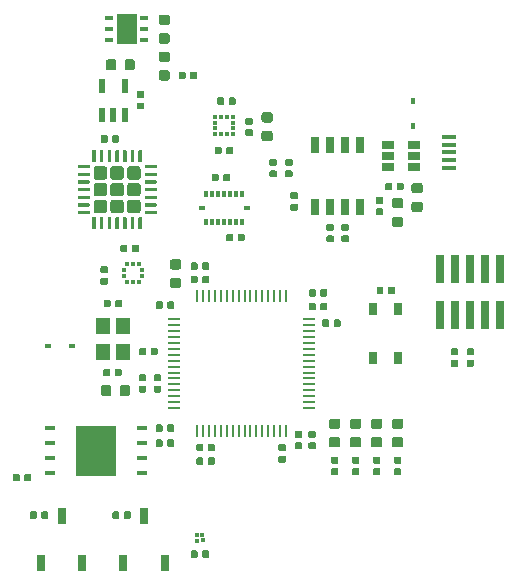
<source format=gbr>
G04 #@! TF.GenerationSoftware,KiCad,Pcbnew,(5.1.5)-3*
G04 #@! TF.CreationDate,2019-12-11T14:27:37+01:00*
G04 #@! TF.ProjectId,HadesMicro,48616465-734d-4696-9372-6f2e6b696361,rev?*
G04 #@! TF.SameCoordinates,Original*
G04 #@! TF.FileFunction,Paste,Top*
G04 #@! TF.FilePolarity,Positive*
%FSLAX46Y46*%
G04 Gerber Fmt 4.6, Leading zero omitted, Abs format (unit mm)*
G04 Created by KiCad (PCBNEW (5.1.5)-3) date 2019-12-11 14:27:37*
%MOMM*%
%LPD*%
G04 APERTURE LIST*
%ADD10R,0.740000X2.400000*%
%ADD11R,1.300000X0.450000*%
%ADD12R,0.350000X0.380000*%
%ADD13R,0.800000X1.400000*%
%ADD14C,0.100000*%
%ADD15R,0.450000X0.600000*%
%ADD16R,0.600000X0.450000*%
%ADD17R,0.600000X1.150000*%
%ADD18R,0.950000X0.450000*%
%ADD19R,3.450000X4.350000*%
%ADD20R,1.200000X1.400000*%
%ADD21R,0.330000X0.300000*%
%ADD22R,0.300000X0.330000*%
%ADD23R,0.350000X0.580000*%
%ADD24R,0.580000X0.350000*%
%ADD25R,0.350000X0.300000*%
%ADD26R,0.300000X0.350000*%
%ADD27R,1.000000X0.250000*%
%ADD28R,0.250000X1.000000*%
%ADD29R,0.800000X0.400000*%
%ADD30R,1.750000X2.500000*%
%ADD31R,0.650000X1.050000*%
%ADD32R,1.060000X0.650000*%
%ADD33R,0.800000X1.450000*%
G04 APERTURE END LIST*
D10*
X63500000Y-47924000D03*
X63500000Y-44024000D03*
X64770000Y-47924000D03*
X64770000Y-44024000D03*
X66040000Y-47924000D03*
X66040000Y-44024000D03*
X67310000Y-47924000D03*
X67310000Y-44024000D03*
X68580000Y-47924000D03*
X68580000Y-44024000D03*
D11*
X64267000Y-32863000D03*
X64267000Y-33513000D03*
X64267000Y-34163000D03*
X64267000Y-34813000D03*
X64267000Y-35463000D03*
D12*
X36788800Y-44106400D03*
X36788800Y-44606400D03*
X37053800Y-45121400D03*
X37553800Y-45121400D03*
X38053800Y-45121400D03*
X38318800Y-44606400D03*
X38318800Y-44106400D03*
X38053800Y-43591400D03*
X37553800Y-43591400D03*
X37053800Y-43591400D03*
D13*
X31496000Y-64929000D03*
X33246000Y-68929000D03*
X29746000Y-68929000D03*
X36731000Y-68929000D03*
X40231000Y-68929000D03*
X38481000Y-64929000D03*
D14*
G36*
X35926991Y-26297653D02*
G01*
X35948226Y-26300803D01*
X35969050Y-26306019D01*
X35989262Y-26313251D01*
X36008668Y-26322430D01*
X36027081Y-26333466D01*
X36044324Y-26346254D01*
X36060230Y-26360670D01*
X36074646Y-26376576D01*
X36087434Y-26393819D01*
X36098470Y-26412232D01*
X36107649Y-26431638D01*
X36114881Y-26451850D01*
X36120097Y-26472674D01*
X36123247Y-26493909D01*
X36124300Y-26515350D01*
X36124300Y-27027850D01*
X36123247Y-27049291D01*
X36120097Y-27070526D01*
X36114881Y-27091350D01*
X36107649Y-27111562D01*
X36098470Y-27130968D01*
X36087434Y-27149381D01*
X36074646Y-27166624D01*
X36060230Y-27182530D01*
X36044324Y-27196946D01*
X36027081Y-27209734D01*
X36008668Y-27220770D01*
X35989262Y-27229949D01*
X35969050Y-27237181D01*
X35948226Y-27242397D01*
X35926991Y-27245547D01*
X35905550Y-27246600D01*
X35468050Y-27246600D01*
X35446609Y-27245547D01*
X35425374Y-27242397D01*
X35404550Y-27237181D01*
X35384338Y-27229949D01*
X35364932Y-27220770D01*
X35346519Y-27209734D01*
X35329276Y-27196946D01*
X35313370Y-27182530D01*
X35298954Y-27166624D01*
X35286166Y-27149381D01*
X35275130Y-27130968D01*
X35265951Y-27111562D01*
X35258719Y-27091350D01*
X35253503Y-27070526D01*
X35250353Y-27049291D01*
X35249300Y-27027850D01*
X35249300Y-26515350D01*
X35250353Y-26493909D01*
X35253503Y-26472674D01*
X35258719Y-26451850D01*
X35265951Y-26431638D01*
X35275130Y-26412232D01*
X35286166Y-26393819D01*
X35298954Y-26376576D01*
X35313370Y-26360670D01*
X35329276Y-26346254D01*
X35346519Y-26333466D01*
X35364932Y-26322430D01*
X35384338Y-26313251D01*
X35404550Y-26306019D01*
X35425374Y-26300803D01*
X35446609Y-26297653D01*
X35468050Y-26296600D01*
X35905550Y-26296600D01*
X35926991Y-26297653D01*
G37*
G36*
X37501991Y-26297653D02*
G01*
X37523226Y-26300803D01*
X37544050Y-26306019D01*
X37564262Y-26313251D01*
X37583668Y-26322430D01*
X37602081Y-26333466D01*
X37619324Y-26346254D01*
X37635230Y-26360670D01*
X37649646Y-26376576D01*
X37662434Y-26393819D01*
X37673470Y-26412232D01*
X37682649Y-26431638D01*
X37689881Y-26451850D01*
X37695097Y-26472674D01*
X37698247Y-26493909D01*
X37699300Y-26515350D01*
X37699300Y-27027850D01*
X37698247Y-27049291D01*
X37695097Y-27070526D01*
X37689881Y-27091350D01*
X37682649Y-27111562D01*
X37673470Y-27130968D01*
X37662434Y-27149381D01*
X37649646Y-27166624D01*
X37635230Y-27182530D01*
X37619324Y-27196946D01*
X37602081Y-27209734D01*
X37583668Y-27220770D01*
X37564262Y-27229949D01*
X37544050Y-27237181D01*
X37523226Y-27242397D01*
X37501991Y-27245547D01*
X37480550Y-27246600D01*
X37043050Y-27246600D01*
X37021609Y-27245547D01*
X37000374Y-27242397D01*
X36979550Y-27237181D01*
X36959338Y-27229949D01*
X36939932Y-27220770D01*
X36921519Y-27209734D01*
X36904276Y-27196946D01*
X36888370Y-27182530D01*
X36873954Y-27166624D01*
X36861166Y-27149381D01*
X36850130Y-27130968D01*
X36840951Y-27111562D01*
X36833719Y-27091350D01*
X36828503Y-27070526D01*
X36825353Y-27049291D01*
X36824300Y-27027850D01*
X36824300Y-26515350D01*
X36825353Y-26493909D01*
X36828503Y-26472674D01*
X36833719Y-26451850D01*
X36840951Y-26431638D01*
X36850130Y-26412232D01*
X36861166Y-26393819D01*
X36873954Y-26376576D01*
X36888370Y-26360670D01*
X36904276Y-26346254D01*
X36921519Y-26333466D01*
X36939932Y-26322430D01*
X36959338Y-26313251D01*
X36979550Y-26306019D01*
X37000374Y-26300803D01*
X37021609Y-26297653D01*
X37043050Y-26296600D01*
X37480550Y-26296600D01*
X37501991Y-26297653D01*
G37*
G36*
X40460491Y-24100153D02*
G01*
X40481726Y-24103303D01*
X40502550Y-24108519D01*
X40522762Y-24115751D01*
X40542168Y-24124930D01*
X40560581Y-24135966D01*
X40577824Y-24148754D01*
X40593730Y-24163170D01*
X40608146Y-24179076D01*
X40620934Y-24196319D01*
X40631970Y-24214732D01*
X40641149Y-24234138D01*
X40648381Y-24254350D01*
X40653597Y-24275174D01*
X40656747Y-24296409D01*
X40657800Y-24317850D01*
X40657800Y-24755350D01*
X40656747Y-24776791D01*
X40653597Y-24798026D01*
X40648381Y-24818850D01*
X40641149Y-24839062D01*
X40631970Y-24858468D01*
X40620934Y-24876881D01*
X40608146Y-24894124D01*
X40593730Y-24910030D01*
X40577824Y-24924446D01*
X40560581Y-24937234D01*
X40542168Y-24948270D01*
X40522762Y-24957449D01*
X40502550Y-24964681D01*
X40481726Y-24969897D01*
X40460491Y-24973047D01*
X40439050Y-24974100D01*
X39926550Y-24974100D01*
X39905109Y-24973047D01*
X39883874Y-24969897D01*
X39863050Y-24964681D01*
X39842838Y-24957449D01*
X39823432Y-24948270D01*
X39805019Y-24937234D01*
X39787776Y-24924446D01*
X39771870Y-24910030D01*
X39757454Y-24894124D01*
X39744666Y-24876881D01*
X39733630Y-24858468D01*
X39724451Y-24839062D01*
X39717219Y-24818850D01*
X39712003Y-24798026D01*
X39708853Y-24776791D01*
X39707800Y-24755350D01*
X39707800Y-24317850D01*
X39708853Y-24296409D01*
X39712003Y-24275174D01*
X39717219Y-24254350D01*
X39724451Y-24234138D01*
X39733630Y-24214732D01*
X39744666Y-24196319D01*
X39757454Y-24179076D01*
X39771870Y-24163170D01*
X39787776Y-24148754D01*
X39805019Y-24135966D01*
X39823432Y-24124930D01*
X39842838Y-24115751D01*
X39863050Y-24108519D01*
X39883874Y-24103303D01*
X39905109Y-24100153D01*
X39926550Y-24099100D01*
X40439050Y-24099100D01*
X40460491Y-24100153D01*
G37*
G36*
X40460491Y-22525153D02*
G01*
X40481726Y-22528303D01*
X40502550Y-22533519D01*
X40522762Y-22540751D01*
X40542168Y-22549930D01*
X40560581Y-22560966D01*
X40577824Y-22573754D01*
X40593730Y-22588170D01*
X40608146Y-22604076D01*
X40620934Y-22621319D01*
X40631970Y-22639732D01*
X40641149Y-22659138D01*
X40648381Y-22679350D01*
X40653597Y-22700174D01*
X40656747Y-22721409D01*
X40657800Y-22742850D01*
X40657800Y-23180350D01*
X40656747Y-23201791D01*
X40653597Y-23223026D01*
X40648381Y-23243850D01*
X40641149Y-23264062D01*
X40631970Y-23283468D01*
X40620934Y-23301881D01*
X40608146Y-23319124D01*
X40593730Y-23335030D01*
X40577824Y-23349446D01*
X40560581Y-23362234D01*
X40542168Y-23373270D01*
X40522762Y-23382449D01*
X40502550Y-23389681D01*
X40481726Y-23394897D01*
X40460491Y-23398047D01*
X40439050Y-23399100D01*
X39926550Y-23399100D01*
X39905109Y-23398047D01*
X39883874Y-23394897D01*
X39863050Y-23389681D01*
X39842838Y-23382449D01*
X39823432Y-23373270D01*
X39805019Y-23362234D01*
X39787776Y-23349446D01*
X39771870Y-23335030D01*
X39757454Y-23319124D01*
X39744666Y-23301881D01*
X39733630Y-23283468D01*
X39724451Y-23264062D01*
X39717219Y-23243850D01*
X39712003Y-23223026D01*
X39708853Y-23201791D01*
X39707800Y-23180350D01*
X39707800Y-22742850D01*
X39708853Y-22721409D01*
X39712003Y-22700174D01*
X39717219Y-22679350D01*
X39724451Y-22659138D01*
X39733630Y-22639732D01*
X39744666Y-22621319D01*
X39757454Y-22604076D01*
X39771870Y-22588170D01*
X39787776Y-22573754D01*
X39805019Y-22560966D01*
X39823432Y-22549930D01*
X39842838Y-22540751D01*
X39863050Y-22533519D01*
X39883874Y-22528303D01*
X39905109Y-22525153D01*
X39926550Y-22524100D01*
X40439050Y-22524100D01*
X40460491Y-22525153D01*
G37*
G36*
X41425691Y-43226053D02*
G01*
X41446926Y-43229203D01*
X41467750Y-43234419D01*
X41487962Y-43241651D01*
X41507368Y-43250830D01*
X41525781Y-43261866D01*
X41543024Y-43274654D01*
X41558930Y-43289070D01*
X41573346Y-43304976D01*
X41586134Y-43322219D01*
X41597170Y-43340632D01*
X41606349Y-43360038D01*
X41613581Y-43380250D01*
X41618797Y-43401074D01*
X41621947Y-43422309D01*
X41623000Y-43443750D01*
X41623000Y-43881250D01*
X41621947Y-43902691D01*
X41618797Y-43923926D01*
X41613581Y-43944750D01*
X41606349Y-43964962D01*
X41597170Y-43984368D01*
X41586134Y-44002781D01*
X41573346Y-44020024D01*
X41558930Y-44035930D01*
X41543024Y-44050346D01*
X41525781Y-44063134D01*
X41507368Y-44074170D01*
X41487962Y-44083349D01*
X41467750Y-44090581D01*
X41446926Y-44095797D01*
X41425691Y-44098947D01*
X41404250Y-44100000D01*
X40891750Y-44100000D01*
X40870309Y-44098947D01*
X40849074Y-44095797D01*
X40828250Y-44090581D01*
X40808038Y-44083349D01*
X40788632Y-44074170D01*
X40770219Y-44063134D01*
X40752976Y-44050346D01*
X40737070Y-44035930D01*
X40722654Y-44020024D01*
X40709866Y-44002781D01*
X40698830Y-43984368D01*
X40689651Y-43964962D01*
X40682419Y-43944750D01*
X40677203Y-43923926D01*
X40674053Y-43902691D01*
X40673000Y-43881250D01*
X40673000Y-43443750D01*
X40674053Y-43422309D01*
X40677203Y-43401074D01*
X40682419Y-43380250D01*
X40689651Y-43360038D01*
X40698830Y-43340632D01*
X40709866Y-43322219D01*
X40722654Y-43304976D01*
X40737070Y-43289070D01*
X40752976Y-43274654D01*
X40770219Y-43261866D01*
X40788632Y-43250830D01*
X40808038Y-43241651D01*
X40828250Y-43234419D01*
X40849074Y-43229203D01*
X40870309Y-43226053D01*
X40891750Y-43225000D01*
X41404250Y-43225000D01*
X41425691Y-43226053D01*
G37*
G36*
X41425691Y-44801053D02*
G01*
X41446926Y-44804203D01*
X41467750Y-44809419D01*
X41487962Y-44816651D01*
X41507368Y-44825830D01*
X41525781Y-44836866D01*
X41543024Y-44849654D01*
X41558930Y-44864070D01*
X41573346Y-44879976D01*
X41586134Y-44897219D01*
X41597170Y-44915632D01*
X41606349Y-44935038D01*
X41613581Y-44955250D01*
X41618797Y-44976074D01*
X41621947Y-44997309D01*
X41623000Y-45018750D01*
X41623000Y-45456250D01*
X41621947Y-45477691D01*
X41618797Y-45498926D01*
X41613581Y-45519750D01*
X41606349Y-45539962D01*
X41597170Y-45559368D01*
X41586134Y-45577781D01*
X41573346Y-45595024D01*
X41558930Y-45610930D01*
X41543024Y-45625346D01*
X41525781Y-45638134D01*
X41507368Y-45649170D01*
X41487962Y-45658349D01*
X41467750Y-45665581D01*
X41446926Y-45670797D01*
X41425691Y-45673947D01*
X41404250Y-45675000D01*
X40891750Y-45675000D01*
X40870309Y-45673947D01*
X40849074Y-45670797D01*
X40828250Y-45665581D01*
X40808038Y-45658349D01*
X40788632Y-45649170D01*
X40770219Y-45638134D01*
X40752976Y-45625346D01*
X40737070Y-45610930D01*
X40722654Y-45595024D01*
X40709866Y-45577781D01*
X40698830Y-45559368D01*
X40689651Y-45539962D01*
X40682419Y-45519750D01*
X40677203Y-45498926D01*
X40674053Y-45477691D01*
X40673000Y-45456250D01*
X40673000Y-45018750D01*
X40674053Y-44997309D01*
X40677203Y-44976074D01*
X40682419Y-44955250D01*
X40689651Y-44935038D01*
X40698830Y-44915632D01*
X40709866Y-44897219D01*
X40722654Y-44879976D01*
X40737070Y-44864070D01*
X40752976Y-44849654D01*
X40770219Y-44836866D01*
X40788632Y-44825830D01*
X40808038Y-44816651D01*
X40828250Y-44809419D01*
X40849074Y-44804203D01*
X40870309Y-44801053D01*
X40891750Y-44800000D01*
X41404250Y-44800000D01*
X41425691Y-44801053D01*
G37*
G36*
X43849958Y-44638710D02*
G01*
X43864276Y-44640834D01*
X43878317Y-44644351D01*
X43891946Y-44649228D01*
X43905031Y-44655417D01*
X43917447Y-44662858D01*
X43929073Y-44671481D01*
X43939798Y-44681202D01*
X43949519Y-44691927D01*
X43958142Y-44703553D01*
X43965583Y-44715969D01*
X43971772Y-44729054D01*
X43976649Y-44742683D01*
X43980166Y-44756724D01*
X43982290Y-44771042D01*
X43983000Y-44785500D01*
X43983000Y-45130500D01*
X43982290Y-45144958D01*
X43980166Y-45159276D01*
X43976649Y-45173317D01*
X43971772Y-45186946D01*
X43965583Y-45200031D01*
X43958142Y-45212447D01*
X43949519Y-45224073D01*
X43939798Y-45234798D01*
X43929073Y-45244519D01*
X43917447Y-45253142D01*
X43905031Y-45260583D01*
X43891946Y-45266772D01*
X43878317Y-45271649D01*
X43864276Y-45275166D01*
X43849958Y-45277290D01*
X43835500Y-45278000D01*
X43540500Y-45278000D01*
X43526042Y-45277290D01*
X43511724Y-45275166D01*
X43497683Y-45271649D01*
X43484054Y-45266772D01*
X43470969Y-45260583D01*
X43458553Y-45253142D01*
X43446927Y-45244519D01*
X43436202Y-45234798D01*
X43426481Y-45224073D01*
X43417858Y-45212447D01*
X43410417Y-45200031D01*
X43404228Y-45186946D01*
X43399351Y-45173317D01*
X43395834Y-45159276D01*
X43393710Y-45144958D01*
X43393000Y-45130500D01*
X43393000Y-44785500D01*
X43393710Y-44771042D01*
X43395834Y-44756724D01*
X43399351Y-44742683D01*
X43404228Y-44729054D01*
X43410417Y-44715969D01*
X43417858Y-44703553D01*
X43426481Y-44691927D01*
X43436202Y-44681202D01*
X43446927Y-44671481D01*
X43458553Y-44662858D01*
X43470969Y-44655417D01*
X43484054Y-44649228D01*
X43497683Y-44644351D01*
X43511724Y-44640834D01*
X43526042Y-44638710D01*
X43540500Y-44638000D01*
X43835500Y-44638000D01*
X43849958Y-44638710D01*
G37*
G36*
X42879958Y-44638710D02*
G01*
X42894276Y-44640834D01*
X42908317Y-44644351D01*
X42921946Y-44649228D01*
X42935031Y-44655417D01*
X42947447Y-44662858D01*
X42959073Y-44671481D01*
X42969798Y-44681202D01*
X42979519Y-44691927D01*
X42988142Y-44703553D01*
X42995583Y-44715969D01*
X43001772Y-44729054D01*
X43006649Y-44742683D01*
X43010166Y-44756724D01*
X43012290Y-44771042D01*
X43013000Y-44785500D01*
X43013000Y-45130500D01*
X43012290Y-45144958D01*
X43010166Y-45159276D01*
X43006649Y-45173317D01*
X43001772Y-45186946D01*
X42995583Y-45200031D01*
X42988142Y-45212447D01*
X42979519Y-45224073D01*
X42969798Y-45234798D01*
X42959073Y-45244519D01*
X42947447Y-45253142D01*
X42935031Y-45260583D01*
X42921946Y-45266772D01*
X42908317Y-45271649D01*
X42894276Y-45275166D01*
X42879958Y-45277290D01*
X42865500Y-45278000D01*
X42570500Y-45278000D01*
X42556042Y-45277290D01*
X42541724Y-45275166D01*
X42527683Y-45271649D01*
X42514054Y-45266772D01*
X42500969Y-45260583D01*
X42488553Y-45253142D01*
X42476927Y-45244519D01*
X42466202Y-45234798D01*
X42456481Y-45224073D01*
X42447858Y-45212447D01*
X42440417Y-45200031D01*
X42434228Y-45186946D01*
X42429351Y-45173317D01*
X42425834Y-45159276D01*
X42423710Y-45144958D01*
X42423000Y-45130500D01*
X42423000Y-44785500D01*
X42423710Y-44771042D01*
X42425834Y-44756724D01*
X42429351Y-44742683D01*
X42434228Y-44729054D01*
X42440417Y-44715969D01*
X42447858Y-44703553D01*
X42456481Y-44691927D01*
X42466202Y-44681202D01*
X42476927Y-44671481D01*
X42488553Y-44662858D01*
X42500969Y-44655417D01*
X42514054Y-44649228D01*
X42527683Y-44644351D01*
X42541724Y-44640834D01*
X42556042Y-44638710D01*
X42570500Y-44638000D01*
X42865500Y-44638000D01*
X42879958Y-44638710D01*
G37*
G36*
X42879958Y-43495710D02*
G01*
X42894276Y-43497834D01*
X42908317Y-43501351D01*
X42921946Y-43506228D01*
X42935031Y-43512417D01*
X42947447Y-43519858D01*
X42959073Y-43528481D01*
X42969798Y-43538202D01*
X42979519Y-43548927D01*
X42988142Y-43560553D01*
X42995583Y-43572969D01*
X43001772Y-43586054D01*
X43006649Y-43599683D01*
X43010166Y-43613724D01*
X43012290Y-43628042D01*
X43013000Y-43642500D01*
X43013000Y-43987500D01*
X43012290Y-44001958D01*
X43010166Y-44016276D01*
X43006649Y-44030317D01*
X43001772Y-44043946D01*
X42995583Y-44057031D01*
X42988142Y-44069447D01*
X42979519Y-44081073D01*
X42969798Y-44091798D01*
X42959073Y-44101519D01*
X42947447Y-44110142D01*
X42935031Y-44117583D01*
X42921946Y-44123772D01*
X42908317Y-44128649D01*
X42894276Y-44132166D01*
X42879958Y-44134290D01*
X42865500Y-44135000D01*
X42570500Y-44135000D01*
X42556042Y-44134290D01*
X42541724Y-44132166D01*
X42527683Y-44128649D01*
X42514054Y-44123772D01*
X42500969Y-44117583D01*
X42488553Y-44110142D01*
X42476927Y-44101519D01*
X42466202Y-44091798D01*
X42456481Y-44081073D01*
X42447858Y-44069447D01*
X42440417Y-44057031D01*
X42434228Y-44043946D01*
X42429351Y-44030317D01*
X42425834Y-44016276D01*
X42423710Y-44001958D01*
X42423000Y-43987500D01*
X42423000Y-43642500D01*
X42423710Y-43628042D01*
X42425834Y-43613724D01*
X42429351Y-43599683D01*
X42434228Y-43586054D01*
X42440417Y-43572969D01*
X42447858Y-43560553D01*
X42456481Y-43548927D01*
X42466202Y-43538202D01*
X42476927Y-43528481D01*
X42488553Y-43519858D01*
X42500969Y-43512417D01*
X42514054Y-43506228D01*
X42527683Y-43501351D01*
X42541724Y-43497834D01*
X42556042Y-43495710D01*
X42570500Y-43495000D01*
X42865500Y-43495000D01*
X42879958Y-43495710D01*
G37*
G36*
X43849958Y-43495710D02*
G01*
X43864276Y-43497834D01*
X43878317Y-43501351D01*
X43891946Y-43506228D01*
X43905031Y-43512417D01*
X43917447Y-43519858D01*
X43929073Y-43528481D01*
X43939798Y-43538202D01*
X43949519Y-43548927D01*
X43958142Y-43560553D01*
X43965583Y-43572969D01*
X43971772Y-43586054D01*
X43976649Y-43599683D01*
X43980166Y-43613724D01*
X43982290Y-43628042D01*
X43983000Y-43642500D01*
X43983000Y-43987500D01*
X43982290Y-44001958D01*
X43980166Y-44016276D01*
X43976649Y-44030317D01*
X43971772Y-44043946D01*
X43965583Y-44057031D01*
X43958142Y-44069447D01*
X43949519Y-44081073D01*
X43939798Y-44091798D01*
X43929073Y-44101519D01*
X43917447Y-44110142D01*
X43905031Y-44117583D01*
X43891946Y-44123772D01*
X43878317Y-44128649D01*
X43864276Y-44132166D01*
X43849958Y-44134290D01*
X43835500Y-44135000D01*
X43540500Y-44135000D01*
X43526042Y-44134290D01*
X43511724Y-44132166D01*
X43497683Y-44128649D01*
X43484054Y-44123772D01*
X43470969Y-44117583D01*
X43458553Y-44110142D01*
X43446927Y-44101519D01*
X43436202Y-44091798D01*
X43426481Y-44081073D01*
X43417858Y-44069447D01*
X43410417Y-44057031D01*
X43404228Y-44043946D01*
X43399351Y-44030317D01*
X43395834Y-44016276D01*
X43393710Y-44001958D01*
X43393000Y-43987500D01*
X43393000Y-43642500D01*
X43393710Y-43628042D01*
X43395834Y-43613724D01*
X43399351Y-43599683D01*
X43404228Y-43586054D01*
X43410417Y-43572969D01*
X43417858Y-43560553D01*
X43426481Y-43548927D01*
X43436202Y-43538202D01*
X43446927Y-43528481D01*
X43458553Y-43519858D01*
X43470969Y-43512417D01*
X43484054Y-43506228D01*
X43497683Y-43501351D01*
X43511724Y-43497834D01*
X43526042Y-43495710D01*
X43540500Y-43495000D01*
X43835500Y-43495000D01*
X43849958Y-43495710D01*
G37*
G36*
X52889958Y-46924710D02*
G01*
X52904276Y-46926834D01*
X52918317Y-46930351D01*
X52931946Y-46935228D01*
X52945031Y-46941417D01*
X52957447Y-46948858D01*
X52969073Y-46957481D01*
X52979798Y-46967202D01*
X52989519Y-46977927D01*
X52998142Y-46989553D01*
X53005583Y-47001969D01*
X53011772Y-47015054D01*
X53016649Y-47028683D01*
X53020166Y-47042724D01*
X53022290Y-47057042D01*
X53023000Y-47071500D01*
X53023000Y-47416500D01*
X53022290Y-47430958D01*
X53020166Y-47445276D01*
X53016649Y-47459317D01*
X53011772Y-47472946D01*
X53005583Y-47486031D01*
X52998142Y-47498447D01*
X52989519Y-47510073D01*
X52979798Y-47520798D01*
X52969073Y-47530519D01*
X52957447Y-47539142D01*
X52945031Y-47546583D01*
X52931946Y-47552772D01*
X52918317Y-47557649D01*
X52904276Y-47561166D01*
X52889958Y-47563290D01*
X52875500Y-47564000D01*
X52580500Y-47564000D01*
X52566042Y-47563290D01*
X52551724Y-47561166D01*
X52537683Y-47557649D01*
X52524054Y-47552772D01*
X52510969Y-47546583D01*
X52498553Y-47539142D01*
X52486927Y-47530519D01*
X52476202Y-47520798D01*
X52466481Y-47510073D01*
X52457858Y-47498447D01*
X52450417Y-47486031D01*
X52444228Y-47472946D01*
X52439351Y-47459317D01*
X52435834Y-47445276D01*
X52433710Y-47430958D01*
X52433000Y-47416500D01*
X52433000Y-47071500D01*
X52433710Y-47057042D01*
X52435834Y-47042724D01*
X52439351Y-47028683D01*
X52444228Y-47015054D01*
X52450417Y-47001969D01*
X52457858Y-46989553D01*
X52466481Y-46977927D01*
X52476202Y-46967202D01*
X52486927Y-46957481D01*
X52498553Y-46948858D01*
X52510969Y-46941417D01*
X52524054Y-46935228D01*
X52537683Y-46930351D01*
X52551724Y-46926834D01*
X52566042Y-46924710D01*
X52580500Y-46924000D01*
X52875500Y-46924000D01*
X52889958Y-46924710D01*
G37*
G36*
X53859958Y-46924710D02*
G01*
X53874276Y-46926834D01*
X53888317Y-46930351D01*
X53901946Y-46935228D01*
X53915031Y-46941417D01*
X53927447Y-46948858D01*
X53939073Y-46957481D01*
X53949798Y-46967202D01*
X53959519Y-46977927D01*
X53968142Y-46989553D01*
X53975583Y-47001969D01*
X53981772Y-47015054D01*
X53986649Y-47028683D01*
X53990166Y-47042724D01*
X53992290Y-47057042D01*
X53993000Y-47071500D01*
X53993000Y-47416500D01*
X53992290Y-47430958D01*
X53990166Y-47445276D01*
X53986649Y-47459317D01*
X53981772Y-47472946D01*
X53975583Y-47486031D01*
X53968142Y-47498447D01*
X53959519Y-47510073D01*
X53949798Y-47520798D01*
X53939073Y-47530519D01*
X53927447Y-47539142D01*
X53915031Y-47546583D01*
X53901946Y-47552772D01*
X53888317Y-47557649D01*
X53874276Y-47561166D01*
X53859958Y-47563290D01*
X53845500Y-47564000D01*
X53550500Y-47564000D01*
X53536042Y-47563290D01*
X53521724Y-47561166D01*
X53507683Y-47557649D01*
X53494054Y-47552772D01*
X53480969Y-47546583D01*
X53468553Y-47539142D01*
X53456927Y-47530519D01*
X53446202Y-47520798D01*
X53436481Y-47510073D01*
X53427858Y-47498447D01*
X53420417Y-47486031D01*
X53414228Y-47472946D01*
X53409351Y-47459317D01*
X53405834Y-47445276D01*
X53403710Y-47430958D01*
X53403000Y-47416500D01*
X53403000Y-47071500D01*
X53403710Y-47057042D01*
X53405834Y-47042724D01*
X53409351Y-47028683D01*
X53414228Y-47015054D01*
X53420417Y-47001969D01*
X53427858Y-46989553D01*
X53436481Y-46977927D01*
X53446202Y-46967202D01*
X53456927Y-46957481D01*
X53468553Y-46948858D01*
X53480969Y-46941417D01*
X53494054Y-46935228D01*
X53507683Y-46930351D01*
X53521724Y-46926834D01*
X53536042Y-46924710D01*
X53550500Y-46924000D01*
X53845500Y-46924000D01*
X53859958Y-46924710D01*
G37*
G36*
X53859958Y-45756310D02*
G01*
X53874276Y-45758434D01*
X53888317Y-45761951D01*
X53901946Y-45766828D01*
X53915031Y-45773017D01*
X53927447Y-45780458D01*
X53939073Y-45789081D01*
X53949798Y-45798802D01*
X53959519Y-45809527D01*
X53968142Y-45821153D01*
X53975583Y-45833569D01*
X53981772Y-45846654D01*
X53986649Y-45860283D01*
X53990166Y-45874324D01*
X53992290Y-45888642D01*
X53993000Y-45903100D01*
X53993000Y-46248100D01*
X53992290Y-46262558D01*
X53990166Y-46276876D01*
X53986649Y-46290917D01*
X53981772Y-46304546D01*
X53975583Y-46317631D01*
X53968142Y-46330047D01*
X53959519Y-46341673D01*
X53949798Y-46352398D01*
X53939073Y-46362119D01*
X53927447Y-46370742D01*
X53915031Y-46378183D01*
X53901946Y-46384372D01*
X53888317Y-46389249D01*
X53874276Y-46392766D01*
X53859958Y-46394890D01*
X53845500Y-46395600D01*
X53550500Y-46395600D01*
X53536042Y-46394890D01*
X53521724Y-46392766D01*
X53507683Y-46389249D01*
X53494054Y-46384372D01*
X53480969Y-46378183D01*
X53468553Y-46370742D01*
X53456927Y-46362119D01*
X53446202Y-46352398D01*
X53436481Y-46341673D01*
X53427858Y-46330047D01*
X53420417Y-46317631D01*
X53414228Y-46304546D01*
X53409351Y-46290917D01*
X53405834Y-46276876D01*
X53403710Y-46262558D01*
X53403000Y-46248100D01*
X53403000Y-45903100D01*
X53403710Y-45888642D01*
X53405834Y-45874324D01*
X53409351Y-45860283D01*
X53414228Y-45846654D01*
X53420417Y-45833569D01*
X53427858Y-45821153D01*
X53436481Y-45809527D01*
X53446202Y-45798802D01*
X53456927Y-45789081D01*
X53468553Y-45780458D01*
X53480969Y-45773017D01*
X53494054Y-45766828D01*
X53507683Y-45761951D01*
X53521724Y-45758434D01*
X53536042Y-45756310D01*
X53550500Y-45755600D01*
X53845500Y-45755600D01*
X53859958Y-45756310D01*
G37*
G36*
X52889958Y-45756310D02*
G01*
X52904276Y-45758434D01*
X52918317Y-45761951D01*
X52931946Y-45766828D01*
X52945031Y-45773017D01*
X52957447Y-45780458D01*
X52969073Y-45789081D01*
X52979798Y-45798802D01*
X52989519Y-45809527D01*
X52998142Y-45821153D01*
X53005583Y-45833569D01*
X53011772Y-45846654D01*
X53016649Y-45860283D01*
X53020166Y-45874324D01*
X53022290Y-45888642D01*
X53023000Y-45903100D01*
X53023000Y-46248100D01*
X53022290Y-46262558D01*
X53020166Y-46276876D01*
X53016649Y-46290917D01*
X53011772Y-46304546D01*
X53005583Y-46317631D01*
X52998142Y-46330047D01*
X52989519Y-46341673D01*
X52979798Y-46352398D01*
X52969073Y-46362119D01*
X52957447Y-46370742D01*
X52945031Y-46378183D01*
X52931946Y-46384372D01*
X52918317Y-46389249D01*
X52904276Y-46392766D01*
X52889958Y-46394890D01*
X52875500Y-46395600D01*
X52580500Y-46395600D01*
X52566042Y-46394890D01*
X52551724Y-46392766D01*
X52537683Y-46389249D01*
X52524054Y-46384372D01*
X52510969Y-46378183D01*
X52498553Y-46370742D01*
X52486927Y-46362119D01*
X52476202Y-46352398D01*
X52466481Y-46341673D01*
X52457858Y-46330047D01*
X52450417Y-46317631D01*
X52444228Y-46304546D01*
X52439351Y-46290917D01*
X52435834Y-46276876D01*
X52433710Y-46262558D01*
X52433000Y-46248100D01*
X52433000Y-45903100D01*
X52433710Y-45888642D01*
X52435834Y-45874324D01*
X52439351Y-45860283D01*
X52444228Y-45846654D01*
X52450417Y-45833569D01*
X52457858Y-45821153D01*
X52466481Y-45809527D01*
X52476202Y-45798802D01*
X52486927Y-45789081D01*
X52498553Y-45780458D01*
X52510969Y-45773017D01*
X52524054Y-45766828D01*
X52537683Y-45761951D01*
X52551724Y-45758434D01*
X52566042Y-45756310D01*
X52580500Y-45755600D01*
X52875500Y-45755600D01*
X52889958Y-45756310D01*
G37*
G36*
X51748958Y-57767710D02*
G01*
X51763276Y-57769834D01*
X51777317Y-57773351D01*
X51790946Y-57778228D01*
X51804031Y-57784417D01*
X51816447Y-57791858D01*
X51828073Y-57800481D01*
X51838798Y-57810202D01*
X51848519Y-57820927D01*
X51857142Y-57832553D01*
X51864583Y-57844969D01*
X51870772Y-57858054D01*
X51875649Y-57871683D01*
X51879166Y-57885724D01*
X51881290Y-57900042D01*
X51882000Y-57914500D01*
X51882000Y-58209500D01*
X51881290Y-58223958D01*
X51879166Y-58238276D01*
X51875649Y-58252317D01*
X51870772Y-58265946D01*
X51864583Y-58279031D01*
X51857142Y-58291447D01*
X51848519Y-58303073D01*
X51838798Y-58313798D01*
X51828073Y-58323519D01*
X51816447Y-58332142D01*
X51804031Y-58339583D01*
X51790946Y-58345772D01*
X51777317Y-58350649D01*
X51763276Y-58354166D01*
X51748958Y-58356290D01*
X51734500Y-58357000D01*
X51389500Y-58357000D01*
X51375042Y-58356290D01*
X51360724Y-58354166D01*
X51346683Y-58350649D01*
X51333054Y-58345772D01*
X51319969Y-58339583D01*
X51307553Y-58332142D01*
X51295927Y-58323519D01*
X51285202Y-58313798D01*
X51275481Y-58303073D01*
X51266858Y-58291447D01*
X51259417Y-58279031D01*
X51253228Y-58265946D01*
X51248351Y-58252317D01*
X51244834Y-58238276D01*
X51242710Y-58223958D01*
X51242000Y-58209500D01*
X51242000Y-57914500D01*
X51242710Y-57900042D01*
X51244834Y-57885724D01*
X51248351Y-57871683D01*
X51253228Y-57858054D01*
X51259417Y-57844969D01*
X51266858Y-57832553D01*
X51275481Y-57820927D01*
X51285202Y-57810202D01*
X51295927Y-57800481D01*
X51307553Y-57791858D01*
X51319969Y-57784417D01*
X51333054Y-57778228D01*
X51346683Y-57773351D01*
X51360724Y-57769834D01*
X51375042Y-57767710D01*
X51389500Y-57767000D01*
X51734500Y-57767000D01*
X51748958Y-57767710D01*
G37*
G36*
X51748958Y-58737710D02*
G01*
X51763276Y-58739834D01*
X51777317Y-58743351D01*
X51790946Y-58748228D01*
X51804031Y-58754417D01*
X51816447Y-58761858D01*
X51828073Y-58770481D01*
X51838798Y-58780202D01*
X51848519Y-58790927D01*
X51857142Y-58802553D01*
X51864583Y-58814969D01*
X51870772Y-58828054D01*
X51875649Y-58841683D01*
X51879166Y-58855724D01*
X51881290Y-58870042D01*
X51882000Y-58884500D01*
X51882000Y-59179500D01*
X51881290Y-59193958D01*
X51879166Y-59208276D01*
X51875649Y-59222317D01*
X51870772Y-59235946D01*
X51864583Y-59249031D01*
X51857142Y-59261447D01*
X51848519Y-59273073D01*
X51838798Y-59283798D01*
X51828073Y-59293519D01*
X51816447Y-59302142D01*
X51804031Y-59309583D01*
X51790946Y-59315772D01*
X51777317Y-59320649D01*
X51763276Y-59324166D01*
X51748958Y-59326290D01*
X51734500Y-59327000D01*
X51389500Y-59327000D01*
X51375042Y-59326290D01*
X51360724Y-59324166D01*
X51346683Y-59320649D01*
X51333054Y-59315772D01*
X51319969Y-59309583D01*
X51307553Y-59302142D01*
X51295927Y-59293519D01*
X51285202Y-59283798D01*
X51275481Y-59273073D01*
X51266858Y-59261447D01*
X51259417Y-59249031D01*
X51253228Y-59235946D01*
X51248351Y-59222317D01*
X51244834Y-59208276D01*
X51242710Y-59193958D01*
X51242000Y-59179500D01*
X51242000Y-58884500D01*
X51242710Y-58870042D01*
X51244834Y-58855724D01*
X51248351Y-58841683D01*
X51253228Y-58828054D01*
X51259417Y-58814969D01*
X51266858Y-58802553D01*
X51275481Y-58790927D01*
X51285202Y-58780202D01*
X51295927Y-58770481D01*
X51307553Y-58761858D01*
X51319969Y-58754417D01*
X51333054Y-58748228D01*
X51346683Y-58743351D01*
X51360724Y-58739834D01*
X51375042Y-58737710D01*
X51389500Y-58737000D01*
X51734500Y-58737000D01*
X51748958Y-58737710D01*
G37*
G36*
X52891958Y-58737710D02*
G01*
X52906276Y-58739834D01*
X52920317Y-58743351D01*
X52933946Y-58748228D01*
X52947031Y-58754417D01*
X52959447Y-58761858D01*
X52971073Y-58770481D01*
X52981798Y-58780202D01*
X52991519Y-58790927D01*
X53000142Y-58802553D01*
X53007583Y-58814969D01*
X53013772Y-58828054D01*
X53018649Y-58841683D01*
X53022166Y-58855724D01*
X53024290Y-58870042D01*
X53025000Y-58884500D01*
X53025000Y-59179500D01*
X53024290Y-59193958D01*
X53022166Y-59208276D01*
X53018649Y-59222317D01*
X53013772Y-59235946D01*
X53007583Y-59249031D01*
X53000142Y-59261447D01*
X52991519Y-59273073D01*
X52981798Y-59283798D01*
X52971073Y-59293519D01*
X52959447Y-59302142D01*
X52947031Y-59309583D01*
X52933946Y-59315772D01*
X52920317Y-59320649D01*
X52906276Y-59324166D01*
X52891958Y-59326290D01*
X52877500Y-59327000D01*
X52532500Y-59327000D01*
X52518042Y-59326290D01*
X52503724Y-59324166D01*
X52489683Y-59320649D01*
X52476054Y-59315772D01*
X52462969Y-59309583D01*
X52450553Y-59302142D01*
X52438927Y-59293519D01*
X52428202Y-59283798D01*
X52418481Y-59273073D01*
X52409858Y-59261447D01*
X52402417Y-59249031D01*
X52396228Y-59235946D01*
X52391351Y-59222317D01*
X52387834Y-59208276D01*
X52385710Y-59193958D01*
X52385000Y-59179500D01*
X52385000Y-58884500D01*
X52385710Y-58870042D01*
X52387834Y-58855724D01*
X52391351Y-58841683D01*
X52396228Y-58828054D01*
X52402417Y-58814969D01*
X52409858Y-58802553D01*
X52418481Y-58790927D01*
X52428202Y-58780202D01*
X52438927Y-58770481D01*
X52450553Y-58761858D01*
X52462969Y-58754417D01*
X52476054Y-58748228D01*
X52489683Y-58743351D01*
X52503724Y-58739834D01*
X52518042Y-58737710D01*
X52532500Y-58737000D01*
X52877500Y-58737000D01*
X52891958Y-58737710D01*
G37*
G36*
X52891958Y-57767710D02*
G01*
X52906276Y-57769834D01*
X52920317Y-57773351D01*
X52933946Y-57778228D01*
X52947031Y-57784417D01*
X52959447Y-57791858D01*
X52971073Y-57800481D01*
X52981798Y-57810202D01*
X52991519Y-57820927D01*
X53000142Y-57832553D01*
X53007583Y-57844969D01*
X53013772Y-57858054D01*
X53018649Y-57871683D01*
X53022166Y-57885724D01*
X53024290Y-57900042D01*
X53025000Y-57914500D01*
X53025000Y-58209500D01*
X53024290Y-58223958D01*
X53022166Y-58238276D01*
X53018649Y-58252317D01*
X53013772Y-58265946D01*
X53007583Y-58279031D01*
X53000142Y-58291447D01*
X52991519Y-58303073D01*
X52981798Y-58313798D01*
X52971073Y-58323519D01*
X52959447Y-58332142D01*
X52947031Y-58339583D01*
X52933946Y-58345772D01*
X52920317Y-58350649D01*
X52906276Y-58354166D01*
X52891958Y-58356290D01*
X52877500Y-58357000D01*
X52532500Y-58357000D01*
X52518042Y-58356290D01*
X52503724Y-58354166D01*
X52489683Y-58350649D01*
X52476054Y-58345772D01*
X52462969Y-58339583D01*
X52450553Y-58332142D01*
X52438927Y-58323519D01*
X52428202Y-58313798D01*
X52418481Y-58303073D01*
X52409858Y-58291447D01*
X52402417Y-58279031D01*
X52396228Y-58265946D01*
X52391351Y-58252317D01*
X52387834Y-58238276D01*
X52385710Y-58223958D01*
X52385000Y-58209500D01*
X52385000Y-57914500D01*
X52385710Y-57900042D01*
X52387834Y-57885724D01*
X52391351Y-57871683D01*
X52396228Y-57858054D01*
X52402417Y-57844969D01*
X52409858Y-57832553D01*
X52418481Y-57820927D01*
X52428202Y-57810202D01*
X52438927Y-57800481D01*
X52450553Y-57791858D01*
X52462969Y-57784417D01*
X52476054Y-57778228D01*
X52489683Y-57773351D01*
X52503724Y-57769834D01*
X52518042Y-57767710D01*
X52532500Y-57767000D01*
X52877500Y-57767000D01*
X52891958Y-57767710D01*
G37*
G36*
X43364958Y-58862710D02*
G01*
X43379276Y-58864834D01*
X43393317Y-58868351D01*
X43406946Y-58873228D01*
X43420031Y-58879417D01*
X43432447Y-58886858D01*
X43444073Y-58895481D01*
X43454798Y-58905202D01*
X43464519Y-58915927D01*
X43473142Y-58927553D01*
X43480583Y-58939969D01*
X43486772Y-58953054D01*
X43491649Y-58966683D01*
X43495166Y-58980724D01*
X43497290Y-58995042D01*
X43498000Y-59009500D01*
X43498000Y-59354500D01*
X43497290Y-59368958D01*
X43495166Y-59383276D01*
X43491649Y-59397317D01*
X43486772Y-59410946D01*
X43480583Y-59424031D01*
X43473142Y-59436447D01*
X43464519Y-59448073D01*
X43454798Y-59458798D01*
X43444073Y-59468519D01*
X43432447Y-59477142D01*
X43420031Y-59484583D01*
X43406946Y-59490772D01*
X43393317Y-59495649D01*
X43379276Y-59499166D01*
X43364958Y-59501290D01*
X43350500Y-59502000D01*
X43055500Y-59502000D01*
X43041042Y-59501290D01*
X43026724Y-59499166D01*
X43012683Y-59495649D01*
X42999054Y-59490772D01*
X42985969Y-59484583D01*
X42973553Y-59477142D01*
X42961927Y-59468519D01*
X42951202Y-59458798D01*
X42941481Y-59448073D01*
X42932858Y-59436447D01*
X42925417Y-59424031D01*
X42919228Y-59410946D01*
X42914351Y-59397317D01*
X42910834Y-59383276D01*
X42908710Y-59368958D01*
X42908000Y-59354500D01*
X42908000Y-59009500D01*
X42908710Y-58995042D01*
X42910834Y-58980724D01*
X42914351Y-58966683D01*
X42919228Y-58953054D01*
X42925417Y-58939969D01*
X42932858Y-58927553D01*
X42941481Y-58915927D01*
X42951202Y-58905202D01*
X42961927Y-58895481D01*
X42973553Y-58886858D01*
X42985969Y-58879417D01*
X42999054Y-58873228D01*
X43012683Y-58868351D01*
X43026724Y-58864834D01*
X43041042Y-58862710D01*
X43055500Y-58862000D01*
X43350500Y-58862000D01*
X43364958Y-58862710D01*
G37*
G36*
X44334958Y-58862710D02*
G01*
X44349276Y-58864834D01*
X44363317Y-58868351D01*
X44376946Y-58873228D01*
X44390031Y-58879417D01*
X44402447Y-58886858D01*
X44414073Y-58895481D01*
X44424798Y-58905202D01*
X44434519Y-58915927D01*
X44443142Y-58927553D01*
X44450583Y-58939969D01*
X44456772Y-58953054D01*
X44461649Y-58966683D01*
X44465166Y-58980724D01*
X44467290Y-58995042D01*
X44468000Y-59009500D01*
X44468000Y-59354500D01*
X44467290Y-59368958D01*
X44465166Y-59383276D01*
X44461649Y-59397317D01*
X44456772Y-59410946D01*
X44450583Y-59424031D01*
X44443142Y-59436447D01*
X44434519Y-59448073D01*
X44424798Y-59458798D01*
X44414073Y-59468519D01*
X44402447Y-59477142D01*
X44390031Y-59484583D01*
X44376946Y-59490772D01*
X44363317Y-59495649D01*
X44349276Y-59499166D01*
X44334958Y-59501290D01*
X44320500Y-59502000D01*
X44025500Y-59502000D01*
X44011042Y-59501290D01*
X43996724Y-59499166D01*
X43982683Y-59495649D01*
X43969054Y-59490772D01*
X43955969Y-59484583D01*
X43943553Y-59477142D01*
X43931927Y-59468519D01*
X43921202Y-59458798D01*
X43911481Y-59448073D01*
X43902858Y-59436447D01*
X43895417Y-59424031D01*
X43889228Y-59410946D01*
X43884351Y-59397317D01*
X43880834Y-59383276D01*
X43878710Y-59368958D01*
X43878000Y-59354500D01*
X43878000Y-59009500D01*
X43878710Y-58995042D01*
X43880834Y-58980724D01*
X43884351Y-58966683D01*
X43889228Y-58953054D01*
X43895417Y-58939969D01*
X43902858Y-58927553D01*
X43911481Y-58915927D01*
X43921202Y-58905202D01*
X43931927Y-58895481D01*
X43943553Y-58886858D01*
X43955969Y-58879417D01*
X43969054Y-58873228D01*
X43982683Y-58868351D01*
X43996724Y-58864834D01*
X44011042Y-58862710D01*
X44025500Y-58862000D01*
X44320500Y-58862000D01*
X44334958Y-58862710D01*
G37*
G36*
X43364958Y-60005710D02*
G01*
X43379276Y-60007834D01*
X43393317Y-60011351D01*
X43406946Y-60016228D01*
X43420031Y-60022417D01*
X43432447Y-60029858D01*
X43444073Y-60038481D01*
X43454798Y-60048202D01*
X43464519Y-60058927D01*
X43473142Y-60070553D01*
X43480583Y-60082969D01*
X43486772Y-60096054D01*
X43491649Y-60109683D01*
X43495166Y-60123724D01*
X43497290Y-60138042D01*
X43498000Y-60152500D01*
X43498000Y-60497500D01*
X43497290Y-60511958D01*
X43495166Y-60526276D01*
X43491649Y-60540317D01*
X43486772Y-60553946D01*
X43480583Y-60567031D01*
X43473142Y-60579447D01*
X43464519Y-60591073D01*
X43454798Y-60601798D01*
X43444073Y-60611519D01*
X43432447Y-60620142D01*
X43420031Y-60627583D01*
X43406946Y-60633772D01*
X43393317Y-60638649D01*
X43379276Y-60642166D01*
X43364958Y-60644290D01*
X43350500Y-60645000D01*
X43055500Y-60645000D01*
X43041042Y-60644290D01*
X43026724Y-60642166D01*
X43012683Y-60638649D01*
X42999054Y-60633772D01*
X42985969Y-60627583D01*
X42973553Y-60620142D01*
X42961927Y-60611519D01*
X42951202Y-60601798D01*
X42941481Y-60591073D01*
X42932858Y-60579447D01*
X42925417Y-60567031D01*
X42919228Y-60553946D01*
X42914351Y-60540317D01*
X42910834Y-60526276D01*
X42908710Y-60511958D01*
X42908000Y-60497500D01*
X42908000Y-60152500D01*
X42908710Y-60138042D01*
X42910834Y-60123724D01*
X42914351Y-60109683D01*
X42919228Y-60096054D01*
X42925417Y-60082969D01*
X42932858Y-60070553D01*
X42941481Y-60058927D01*
X42951202Y-60048202D01*
X42961927Y-60038481D01*
X42973553Y-60029858D01*
X42985969Y-60022417D01*
X42999054Y-60016228D01*
X43012683Y-60011351D01*
X43026724Y-60007834D01*
X43041042Y-60005710D01*
X43055500Y-60005000D01*
X43350500Y-60005000D01*
X43364958Y-60005710D01*
G37*
G36*
X44334958Y-60005710D02*
G01*
X44349276Y-60007834D01*
X44363317Y-60011351D01*
X44376946Y-60016228D01*
X44390031Y-60022417D01*
X44402447Y-60029858D01*
X44414073Y-60038481D01*
X44424798Y-60048202D01*
X44434519Y-60058927D01*
X44443142Y-60070553D01*
X44450583Y-60082969D01*
X44456772Y-60096054D01*
X44461649Y-60109683D01*
X44465166Y-60123724D01*
X44467290Y-60138042D01*
X44468000Y-60152500D01*
X44468000Y-60497500D01*
X44467290Y-60511958D01*
X44465166Y-60526276D01*
X44461649Y-60540317D01*
X44456772Y-60553946D01*
X44450583Y-60567031D01*
X44443142Y-60579447D01*
X44434519Y-60591073D01*
X44424798Y-60601798D01*
X44414073Y-60611519D01*
X44402447Y-60620142D01*
X44390031Y-60627583D01*
X44376946Y-60633772D01*
X44363317Y-60638649D01*
X44349276Y-60642166D01*
X44334958Y-60644290D01*
X44320500Y-60645000D01*
X44025500Y-60645000D01*
X44011042Y-60644290D01*
X43996724Y-60642166D01*
X43982683Y-60638649D01*
X43969054Y-60633772D01*
X43955969Y-60627583D01*
X43943553Y-60620142D01*
X43931927Y-60611519D01*
X43921202Y-60601798D01*
X43911481Y-60591073D01*
X43902858Y-60579447D01*
X43895417Y-60567031D01*
X43889228Y-60553946D01*
X43884351Y-60540317D01*
X43880834Y-60526276D01*
X43878710Y-60511958D01*
X43878000Y-60497500D01*
X43878000Y-60152500D01*
X43878710Y-60138042D01*
X43880834Y-60123724D01*
X43884351Y-60109683D01*
X43889228Y-60096054D01*
X43895417Y-60082969D01*
X43902858Y-60070553D01*
X43911481Y-60058927D01*
X43921202Y-60048202D01*
X43931927Y-60038481D01*
X43943553Y-60029858D01*
X43955969Y-60022417D01*
X43969054Y-60016228D01*
X43982683Y-60011351D01*
X43996724Y-60007834D01*
X44011042Y-60005710D01*
X44025500Y-60005000D01*
X44320500Y-60005000D01*
X44334958Y-60005710D01*
G37*
G36*
X40905958Y-46797710D02*
G01*
X40920276Y-46799834D01*
X40934317Y-46803351D01*
X40947946Y-46808228D01*
X40961031Y-46814417D01*
X40973447Y-46821858D01*
X40985073Y-46830481D01*
X40995798Y-46840202D01*
X41005519Y-46850927D01*
X41014142Y-46862553D01*
X41021583Y-46874969D01*
X41027772Y-46888054D01*
X41032649Y-46901683D01*
X41036166Y-46915724D01*
X41038290Y-46930042D01*
X41039000Y-46944500D01*
X41039000Y-47289500D01*
X41038290Y-47303958D01*
X41036166Y-47318276D01*
X41032649Y-47332317D01*
X41027772Y-47345946D01*
X41021583Y-47359031D01*
X41014142Y-47371447D01*
X41005519Y-47383073D01*
X40995798Y-47393798D01*
X40985073Y-47403519D01*
X40973447Y-47412142D01*
X40961031Y-47419583D01*
X40947946Y-47425772D01*
X40934317Y-47430649D01*
X40920276Y-47434166D01*
X40905958Y-47436290D01*
X40891500Y-47437000D01*
X40596500Y-47437000D01*
X40582042Y-47436290D01*
X40567724Y-47434166D01*
X40553683Y-47430649D01*
X40540054Y-47425772D01*
X40526969Y-47419583D01*
X40514553Y-47412142D01*
X40502927Y-47403519D01*
X40492202Y-47393798D01*
X40482481Y-47383073D01*
X40473858Y-47371447D01*
X40466417Y-47359031D01*
X40460228Y-47345946D01*
X40455351Y-47332317D01*
X40451834Y-47318276D01*
X40449710Y-47303958D01*
X40449000Y-47289500D01*
X40449000Y-46944500D01*
X40449710Y-46930042D01*
X40451834Y-46915724D01*
X40455351Y-46901683D01*
X40460228Y-46888054D01*
X40466417Y-46874969D01*
X40473858Y-46862553D01*
X40482481Y-46850927D01*
X40492202Y-46840202D01*
X40502927Y-46830481D01*
X40514553Y-46821858D01*
X40526969Y-46814417D01*
X40540054Y-46808228D01*
X40553683Y-46803351D01*
X40567724Y-46799834D01*
X40582042Y-46797710D01*
X40596500Y-46797000D01*
X40891500Y-46797000D01*
X40905958Y-46797710D01*
G37*
G36*
X39935958Y-46797710D02*
G01*
X39950276Y-46799834D01*
X39964317Y-46803351D01*
X39977946Y-46808228D01*
X39991031Y-46814417D01*
X40003447Y-46821858D01*
X40015073Y-46830481D01*
X40025798Y-46840202D01*
X40035519Y-46850927D01*
X40044142Y-46862553D01*
X40051583Y-46874969D01*
X40057772Y-46888054D01*
X40062649Y-46901683D01*
X40066166Y-46915724D01*
X40068290Y-46930042D01*
X40069000Y-46944500D01*
X40069000Y-47289500D01*
X40068290Y-47303958D01*
X40066166Y-47318276D01*
X40062649Y-47332317D01*
X40057772Y-47345946D01*
X40051583Y-47359031D01*
X40044142Y-47371447D01*
X40035519Y-47383073D01*
X40025798Y-47393798D01*
X40015073Y-47403519D01*
X40003447Y-47412142D01*
X39991031Y-47419583D01*
X39977946Y-47425772D01*
X39964317Y-47430649D01*
X39950276Y-47434166D01*
X39935958Y-47436290D01*
X39921500Y-47437000D01*
X39626500Y-47437000D01*
X39612042Y-47436290D01*
X39597724Y-47434166D01*
X39583683Y-47430649D01*
X39570054Y-47425772D01*
X39556969Y-47419583D01*
X39544553Y-47412142D01*
X39532927Y-47403519D01*
X39522202Y-47393798D01*
X39512481Y-47383073D01*
X39503858Y-47371447D01*
X39496417Y-47359031D01*
X39490228Y-47345946D01*
X39485351Y-47332317D01*
X39481834Y-47318276D01*
X39479710Y-47303958D01*
X39479000Y-47289500D01*
X39479000Y-46944500D01*
X39479710Y-46930042D01*
X39481834Y-46915724D01*
X39485351Y-46901683D01*
X39490228Y-46888054D01*
X39496417Y-46874969D01*
X39503858Y-46862553D01*
X39512481Y-46850927D01*
X39522202Y-46840202D01*
X39532927Y-46830481D01*
X39544553Y-46821858D01*
X39556969Y-46814417D01*
X39570054Y-46808228D01*
X39583683Y-46803351D01*
X39597724Y-46799834D01*
X39612042Y-46797710D01*
X39626500Y-46797000D01*
X39921500Y-46797000D01*
X39935958Y-46797710D01*
G37*
G36*
X50351958Y-59857710D02*
G01*
X50366276Y-59859834D01*
X50380317Y-59863351D01*
X50393946Y-59868228D01*
X50407031Y-59874417D01*
X50419447Y-59881858D01*
X50431073Y-59890481D01*
X50441798Y-59900202D01*
X50451519Y-59910927D01*
X50460142Y-59922553D01*
X50467583Y-59934969D01*
X50473772Y-59948054D01*
X50478649Y-59961683D01*
X50482166Y-59975724D01*
X50484290Y-59990042D01*
X50485000Y-60004500D01*
X50485000Y-60299500D01*
X50484290Y-60313958D01*
X50482166Y-60328276D01*
X50478649Y-60342317D01*
X50473772Y-60355946D01*
X50467583Y-60369031D01*
X50460142Y-60381447D01*
X50451519Y-60393073D01*
X50441798Y-60403798D01*
X50431073Y-60413519D01*
X50419447Y-60422142D01*
X50407031Y-60429583D01*
X50393946Y-60435772D01*
X50380317Y-60440649D01*
X50366276Y-60444166D01*
X50351958Y-60446290D01*
X50337500Y-60447000D01*
X49992500Y-60447000D01*
X49978042Y-60446290D01*
X49963724Y-60444166D01*
X49949683Y-60440649D01*
X49936054Y-60435772D01*
X49922969Y-60429583D01*
X49910553Y-60422142D01*
X49898927Y-60413519D01*
X49888202Y-60403798D01*
X49878481Y-60393073D01*
X49869858Y-60381447D01*
X49862417Y-60369031D01*
X49856228Y-60355946D01*
X49851351Y-60342317D01*
X49847834Y-60328276D01*
X49845710Y-60313958D01*
X49845000Y-60299500D01*
X49845000Y-60004500D01*
X49845710Y-59990042D01*
X49847834Y-59975724D01*
X49851351Y-59961683D01*
X49856228Y-59948054D01*
X49862417Y-59934969D01*
X49869858Y-59922553D01*
X49878481Y-59910927D01*
X49888202Y-59900202D01*
X49898927Y-59890481D01*
X49910553Y-59881858D01*
X49922969Y-59874417D01*
X49936054Y-59868228D01*
X49949683Y-59863351D01*
X49963724Y-59859834D01*
X49978042Y-59857710D01*
X49992500Y-59857000D01*
X50337500Y-59857000D01*
X50351958Y-59857710D01*
G37*
G36*
X50351958Y-58887710D02*
G01*
X50366276Y-58889834D01*
X50380317Y-58893351D01*
X50393946Y-58898228D01*
X50407031Y-58904417D01*
X50419447Y-58911858D01*
X50431073Y-58920481D01*
X50441798Y-58930202D01*
X50451519Y-58940927D01*
X50460142Y-58952553D01*
X50467583Y-58964969D01*
X50473772Y-58978054D01*
X50478649Y-58991683D01*
X50482166Y-59005724D01*
X50484290Y-59020042D01*
X50485000Y-59034500D01*
X50485000Y-59329500D01*
X50484290Y-59343958D01*
X50482166Y-59358276D01*
X50478649Y-59372317D01*
X50473772Y-59385946D01*
X50467583Y-59399031D01*
X50460142Y-59411447D01*
X50451519Y-59423073D01*
X50441798Y-59433798D01*
X50431073Y-59443519D01*
X50419447Y-59452142D01*
X50407031Y-59459583D01*
X50393946Y-59465772D01*
X50380317Y-59470649D01*
X50366276Y-59474166D01*
X50351958Y-59476290D01*
X50337500Y-59477000D01*
X49992500Y-59477000D01*
X49978042Y-59476290D01*
X49963724Y-59474166D01*
X49949683Y-59470649D01*
X49936054Y-59465772D01*
X49922969Y-59459583D01*
X49910553Y-59452142D01*
X49898927Y-59443519D01*
X49888202Y-59433798D01*
X49878481Y-59423073D01*
X49869858Y-59411447D01*
X49862417Y-59399031D01*
X49856228Y-59385946D01*
X49851351Y-59372317D01*
X49847834Y-59358276D01*
X49845710Y-59343958D01*
X49845000Y-59329500D01*
X49845000Y-59034500D01*
X49845710Y-59020042D01*
X49847834Y-59005724D01*
X49851351Y-58991683D01*
X49856228Y-58978054D01*
X49862417Y-58964969D01*
X49869858Y-58952553D01*
X49878481Y-58940927D01*
X49888202Y-58930202D01*
X49898927Y-58920481D01*
X49910553Y-58911858D01*
X49922969Y-58904417D01*
X49936054Y-58898228D01*
X49949683Y-58893351D01*
X49963724Y-58889834D01*
X49978042Y-58887710D01*
X49992500Y-58887000D01*
X50337500Y-58887000D01*
X50351958Y-58887710D01*
G37*
G36*
X54009958Y-48321710D02*
G01*
X54024276Y-48323834D01*
X54038317Y-48327351D01*
X54051946Y-48332228D01*
X54065031Y-48338417D01*
X54077447Y-48345858D01*
X54089073Y-48354481D01*
X54099798Y-48364202D01*
X54109519Y-48374927D01*
X54118142Y-48386553D01*
X54125583Y-48398969D01*
X54131772Y-48412054D01*
X54136649Y-48425683D01*
X54140166Y-48439724D01*
X54142290Y-48454042D01*
X54143000Y-48468500D01*
X54143000Y-48813500D01*
X54142290Y-48827958D01*
X54140166Y-48842276D01*
X54136649Y-48856317D01*
X54131772Y-48869946D01*
X54125583Y-48883031D01*
X54118142Y-48895447D01*
X54109519Y-48907073D01*
X54099798Y-48917798D01*
X54089073Y-48927519D01*
X54077447Y-48936142D01*
X54065031Y-48943583D01*
X54051946Y-48949772D01*
X54038317Y-48954649D01*
X54024276Y-48958166D01*
X54009958Y-48960290D01*
X53995500Y-48961000D01*
X53700500Y-48961000D01*
X53686042Y-48960290D01*
X53671724Y-48958166D01*
X53657683Y-48954649D01*
X53644054Y-48949772D01*
X53630969Y-48943583D01*
X53618553Y-48936142D01*
X53606927Y-48927519D01*
X53596202Y-48917798D01*
X53586481Y-48907073D01*
X53577858Y-48895447D01*
X53570417Y-48883031D01*
X53564228Y-48869946D01*
X53559351Y-48856317D01*
X53555834Y-48842276D01*
X53553710Y-48827958D01*
X53553000Y-48813500D01*
X53553000Y-48468500D01*
X53553710Y-48454042D01*
X53555834Y-48439724D01*
X53559351Y-48425683D01*
X53564228Y-48412054D01*
X53570417Y-48398969D01*
X53577858Y-48386553D01*
X53586481Y-48374927D01*
X53596202Y-48364202D01*
X53606927Y-48354481D01*
X53618553Y-48345858D01*
X53630969Y-48338417D01*
X53644054Y-48332228D01*
X53657683Y-48327351D01*
X53671724Y-48323834D01*
X53686042Y-48321710D01*
X53700500Y-48321000D01*
X53995500Y-48321000D01*
X54009958Y-48321710D01*
G37*
G36*
X54979958Y-48321710D02*
G01*
X54994276Y-48323834D01*
X55008317Y-48327351D01*
X55021946Y-48332228D01*
X55035031Y-48338417D01*
X55047447Y-48345858D01*
X55059073Y-48354481D01*
X55069798Y-48364202D01*
X55079519Y-48374927D01*
X55088142Y-48386553D01*
X55095583Y-48398969D01*
X55101772Y-48412054D01*
X55106649Y-48425683D01*
X55110166Y-48439724D01*
X55112290Y-48454042D01*
X55113000Y-48468500D01*
X55113000Y-48813500D01*
X55112290Y-48827958D01*
X55110166Y-48842276D01*
X55106649Y-48856317D01*
X55101772Y-48869946D01*
X55095583Y-48883031D01*
X55088142Y-48895447D01*
X55079519Y-48907073D01*
X55069798Y-48917798D01*
X55059073Y-48927519D01*
X55047447Y-48936142D01*
X55035031Y-48943583D01*
X55021946Y-48949772D01*
X55008317Y-48954649D01*
X54994276Y-48958166D01*
X54979958Y-48960290D01*
X54965500Y-48961000D01*
X54670500Y-48961000D01*
X54656042Y-48960290D01*
X54641724Y-48958166D01*
X54627683Y-48954649D01*
X54614054Y-48949772D01*
X54600969Y-48943583D01*
X54588553Y-48936142D01*
X54576927Y-48927519D01*
X54566202Y-48917798D01*
X54556481Y-48907073D01*
X54547858Y-48895447D01*
X54540417Y-48883031D01*
X54534228Y-48869946D01*
X54529351Y-48856317D01*
X54525834Y-48842276D01*
X54523710Y-48827958D01*
X54523000Y-48813500D01*
X54523000Y-48468500D01*
X54523710Y-48454042D01*
X54525834Y-48439724D01*
X54529351Y-48425683D01*
X54534228Y-48412054D01*
X54540417Y-48398969D01*
X54547858Y-48386553D01*
X54556481Y-48374927D01*
X54566202Y-48364202D01*
X54576927Y-48354481D01*
X54588553Y-48345858D01*
X54600969Y-48338417D01*
X54614054Y-48332228D01*
X54627683Y-48327351D01*
X54641724Y-48323834D01*
X54656042Y-48321710D01*
X54670500Y-48321000D01*
X54965500Y-48321000D01*
X54979958Y-48321710D01*
G37*
G36*
X39810958Y-52964710D02*
G01*
X39825276Y-52966834D01*
X39839317Y-52970351D01*
X39852946Y-52975228D01*
X39866031Y-52981417D01*
X39878447Y-52988858D01*
X39890073Y-52997481D01*
X39900798Y-53007202D01*
X39910519Y-53017927D01*
X39919142Y-53029553D01*
X39926583Y-53041969D01*
X39932772Y-53055054D01*
X39937649Y-53068683D01*
X39941166Y-53082724D01*
X39943290Y-53097042D01*
X39944000Y-53111500D01*
X39944000Y-53406500D01*
X39943290Y-53420958D01*
X39941166Y-53435276D01*
X39937649Y-53449317D01*
X39932772Y-53462946D01*
X39926583Y-53476031D01*
X39919142Y-53488447D01*
X39910519Y-53500073D01*
X39900798Y-53510798D01*
X39890073Y-53520519D01*
X39878447Y-53529142D01*
X39866031Y-53536583D01*
X39852946Y-53542772D01*
X39839317Y-53547649D01*
X39825276Y-53551166D01*
X39810958Y-53553290D01*
X39796500Y-53554000D01*
X39451500Y-53554000D01*
X39437042Y-53553290D01*
X39422724Y-53551166D01*
X39408683Y-53547649D01*
X39395054Y-53542772D01*
X39381969Y-53536583D01*
X39369553Y-53529142D01*
X39357927Y-53520519D01*
X39347202Y-53510798D01*
X39337481Y-53500073D01*
X39328858Y-53488447D01*
X39321417Y-53476031D01*
X39315228Y-53462946D01*
X39310351Y-53449317D01*
X39306834Y-53435276D01*
X39304710Y-53420958D01*
X39304000Y-53406500D01*
X39304000Y-53111500D01*
X39304710Y-53097042D01*
X39306834Y-53082724D01*
X39310351Y-53068683D01*
X39315228Y-53055054D01*
X39321417Y-53041969D01*
X39328858Y-53029553D01*
X39337481Y-53017927D01*
X39347202Y-53007202D01*
X39357927Y-52997481D01*
X39369553Y-52988858D01*
X39381969Y-52981417D01*
X39395054Y-52975228D01*
X39408683Y-52970351D01*
X39422724Y-52966834D01*
X39437042Y-52964710D01*
X39451500Y-52964000D01*
X39796500Y-52964000D01*
X39810958Y-52964710D01*
G37*
G36*
X39810958Y-53934710D02*
G01*
X39825276Y-53936834D01*
X39839317Y-53940351D01*
X39852946Y-53945228D01*
X39866031Y-53951417D01*
X39878447Y-53958858D01*
X39890073Y-53967481D01*
X39900798Y-53977202D01*
X39910519Y-53987927D01*
X39919142Y-53999553D01*
X39926583Y-54011969D01*
X39932772Y-54025054D01*
X39937649Y-54038683D01*
X39941166Y-54052724D01*
X39943290Y-54067042D01*
X39944000Y-54081500D01*
X39944000Y-54376500D01*
X39943290Y-54390958D01*
X39941166Y-54405276D01*
X39937649Y-54419317D01*
X39932772Y-54432946D01*
X39926583Y-54446031D01*
X39919142Y-54458447D01*
X39910519Y-54470073D01*
X39900798Y-54480798D01*
X39890073Y-54490519D01*
X39878447Y-54499142D01*
X39866031Y-54506583D01*
X39852946Y-54512772D01*
X39839317Y-54517649D01*
X39825276Y-54521166D01*
X39810958Y-54523290D01*
X39796500Y-54524000D01*
X39451500Y-54524000D01*
X39437042Y-54523290D01*
X39422724Y-54521166D01*
X39408683Y-54517649D01*
X39395054Y-54512772D01*
X39381969Y-54506583D01*
X39369553Y-54499142D01*
X39357927Y-54490519D01*
X39347202Y-54480798D01*
X39337481Y-54470073D01*
X39328858Y-54458447D01*
X39321417Y-54446031D01*
X39315228Y-54432946D01*
X39310351Y-54419317D01*
X39306834Y-54405276D01*
X39304710Y-54390958D01*
X39304000Y-54376500D01*
X39304000Y-54081500D01*
X39304710Y-54067042D01*
X39306834Y-54052724D01*
X39310351Y-54038683D01*
X39315228Y-54025054D01*
X39321417Y-54011969D01*
X39328858Y-53999553D01*
X39337481Y-53987927D01*
X39347202Y-53977202D01*
X39357927Y-53967481D01*
X39369553Y-53958858D01*
X39381969Y-53951417D01*
X39395054Y-53945228D01*
X39408683Y-53940351D01*
X39422724Y-53936834D01*
X39437042Y-53934710D01*
X39451500Y-53934000D01*
X39796500Y-53934000D01*
X39810958Y-53934710D01*
G37*
G36*
X38540958Y-52964710D02*
G01*
X38555276Y-52966834D01*
X38569317Y-52970351D01*
X38582946Y-52975228D01*
X38596031Y-52981417D01*
X38608447Y-52988858D01*
X38620073Y-52997481D01*
X38630798Y-53007202D01*
X38640519Y-53017927D01*
X38649142Y-53029553D01*
X38656583Y-53041969D01*
X38662772Y-53055054D01*
X38667649Y-53068683D01*
X38671166Y-53082724D01*
X38673290Y-53097042D01*
X38674000Y-53111500D01*
X38674000Y-53406500D01*
X38673290Y-53420958D01*
X38671166Y-53435276D01*
X38667649Y-53449317D01*
X38662772Y-53462946D01*
X38656583Y-53476031D01*
X38649142Y-53488447D01*
X38640519Y-53500073D01*
X38630798Y-53510798D01*
X38620073Y-53520519D01*
X38608447Y-53529142D01*
X38596031Y-53536583D01*
X38582946Y-53542772D01*
X38569317Y-53547649D01*
X38555276Y-53551166D01*
X38540958Y-53553290D01*
X38526500Y-53554000D01*
X38181500Y-53554000D01*
X38167042Y-53553290D01*
X38152724Y-53551166D01*
X38138683Y-53547649D01*
X38125054Y-53542772D01*
X38111969Y-53536583D01*
X38099553Y-53529142D01*
X38087927Y-53520519D01*
X38077202Y-53510798D01*
X38067481Y-53500073D01*
X38058858Y-53488447D01*
X38051417Y-53476031D01*
X38045228Y-53462946D01*
X38040351Y-53449317D01*
X38036834Y-53435276D01*
X38034710Y-53420958D01*
X38034000Y-53406500D01*
X38034000Y-53111500D01*
X38034710Y-53097042D01*
X38036834Y-53082724D01*
X38040351Y-53068683D01*
X38045228Y-53055054D01*
X38051417Y-53041969D01*
X38058858Y-53029553D01*
X38067481Y-53017927D01*
X38077202Y-53007202D01*
X38087927Y-52997481D01*
X38099553Y-52988858D01*
X38111969Y-52981417D01*
X38125054Y-52975228D01*
X38138683Y-52970351D01*
X38152724Y-52966834D01*
X38167042Y-52964710D01*
X38181500Y-52964000D01*
X38526500Y-52964000D01*
X38540958Y-52964710D01*
G37*
G36*
X38540958Y-53934710D02*
G01*
X38555276Y-53936834D01*
X38569317Y-53940351D01*
X38582946Y-53945228D01*
X38596031Y-53951417D01*
X38608447Y-53958858D01*
X38620073Y-53967481D01*
X38630798Y-53977202D01*
X38640519Y-53987927D01*
X38649142Y-53999553D01*
X38656583Y-54011969D01*
X38662772Y-54025054D01*
X38667649Y-54038683D01*
X38671166Y-54052724D01*
X38673290Y-54067042D01*
X38674000Y-54081500D01*
X38674000Y-54376500D01*
X38673290Y-54390958D01*
X38671166Y-54405276D01*
X38667649Y-54419317D01*
X38662772Y-54432946D01*
X38656583Y-54446031D01*
X38649142Y-54458447D01*
X38640519Y-54470073D01*
X38630798Y-54480798D01*
X38620073Y-54490519D01*
X38608447Y-54499142D01*
X38596031Y-54506583D01*
X38582946Y-54512772D01*
X38569317Y-54517649D01*
X38555276Y-54521166D01*
X38540958Y-54523290D01*
X38526500Y-54524000D01*
X38181500Y-54524000D01*
X38167042Y-54523290D01*
X38152724Y-54521166D01*
X38138683Y-54517649D01*
X38125054Y-54512772D01*
X38111969Y-54506583D01*
X38099553Y-54499142D01*
X38087927Y-54490519D01*
X38077202Y-54480798D01*
X38067481Y-54470073D01*
X38058858Y-54458447D01*
X38051417Y-54446031D01*
X38045228Y-54432946D01*
X38040351Y-54419317D01*
X38036834Y-54405276D01*
X38034710Y-54390958D01*
X38034000Y-54376500D01*
X38034000Y-54081500D01*
X38034710Y-54067042D01*
X38036834Y-54052724D01*
X38040351Y-54038683D01*
X38045228Y-54025054D01*
X38051417Y-54011969D01*
X38058858Y-53999553D01*
X38067481Y-53987927D01*
X38077202Y-53977202D01*
X38087927Y-53967481D01*
X38099553Y-53958858D01*
X38111969Y-53951417D01*
X38125054Y-53945228D01*
X38138683Y-53940351D01*
X38152724Y-53936834D01*
X38167042Y-53934710D01*
X38181500Y-53934000D01*
X38526500Y-53934000D01*
X38540958Y-53934710D01*
G37*
G36*
X35513958Y-46670710D02*
G01*
X35528276Y-46672834D01*
X35542317Y-46676351D01*
X35555946Y-46681228D01*
X35569031Y-46687417D01*
X35581447Y-46694858D01*
X35593073Y-46703481D01*
X35603798Y-46713202D01*
X35613519Y-46723927D01*
X35622142Y-46735553D01*
X35629583Y-46747969D01*
X35635772Y-46761054D01*
X35640649Y-46774683D01*
X35644166Y-46788724D01*
X35646290Y-46803042D01*
X35647000Y-46817500D01*
X35647000Y-47162500D01*
X35646290Y-47176958D01*
X35644166Y-47191276D01*
X35640649Y-47205317D01*
X35635772Y-47218946D01*
X35629583Y-47232031D01*
X35622142Y-47244447D01*
X35613519Y-47256073D01*
X35603798Y-47266798D01*
X35593073Y-47276519D01*
X35581447Y-47285142D01*
X35569031Y-47292583D01*
X35555946Y-47298772D01*
X35542317Y-47303649D01*
X35528276Y-47307166D01*
X35513958Y-47309290D01*
X35499500Y-47310000D01*
X35204500Y-47310000D01*
X35190042Y-47309290D01*
X35175724Y-47307166D01*
X35161683Y-47303649D01*
X35148054Y-47298772D01*
X35134969Y-47292583D01*
X35122553Y-47285142D01*
X35110927Y-47276519D01*
X35100202Y-47266798D01*
X35090481Y-47256073D01*
X35081858Y-47244447D01*
X35074417Y-47232031D01*
X35068228Y-47218946D01*
X35063351Y-47205317D01*
X35059834Y-47191276D01*
X35057710Y-47176958D01*
X35057000Y-47162500D01*
X35057000Y-46817500D01*
X35057710Y-46803042D01*
X35059834Y-46788724D01*
X35063351Y-46774683D01*
X35068228Y-46761054D01*
X35074417Y-46747969D01*
X35081858Y-46735553D01*
X35090481Y-46723927D01*
X35100202Y-46713202D01*
X35110927Y-46703481D01*
X35122553Y-46694858D01*
X35134969Y-46687417D01*
X35148054Y-46681228D01*
X35161683Y-46676351D01*
X35175724Y-46672834D01*
X35190042Y-46670710D01*
X35204500Y-46670000D01*
X35499500Y-46670000D01*
X35513958Y-46670710D01*
G37*
G36*
X36483958Y-46670710D02*
G01*
X36498276Y-46672834D01*
X36512317Y-46676351D01*
X36525946Y-46681228D01*
X36539031Y-46687417D01*
X36551447Y-46694858D01*
X36563073Y-46703481D01*
X36573798Y-46713202D01*
X36583519Y-46723927D01*
X36592142Y-46735553D01*
X36599583Y-46747969D01*
X36605772Y-46761054D01*
X36610649Y-46774683D01*
X36614166Y-46788724D01*
X36616290Y-46803042D01*
X36617000Y-46817500D01*
X36617000Y-47162500D01*
X36616290Y-47176958D01*
X36614166Y-47191276D01*
X36610649Y-47205317D01*
X36605772Y-47218946D01*
X36599583Y-47232031D01*
X36592142Y-47244447D01*
X36583519Y-47256073D01*
X36573798Y-47266798D01*
X36563073Y-47276519D01*
X36551447Y-47285142D01*
X36539031Y-47292583D01*
X36525946Y-47298772D01*
X36512317Y-47303649D01*
X36498276Y-47307166D01*
X36483958Y-47309290D01*
X36469500Y-47310000D01*
X36174500Y-47310000D01*
X36160042Y-47309290D01*
X36145724Y-47307166D01*
X36131683Y-47303649D01*
X36118054Y-47298772D01*
X36104969Y-47292583D01*
X36092553Y-47285142D01*
X36080927Y-47276519D01*
X36070202Y-47266798D01*
X36060481Y-47256073D01*
X36051858Y-47244447D01*
X36044417Y-47232031D01*
X36038228Y-47218946D01*
X36033351Y-47205317D01*
X36029834Y-47191276D01*
X36027710Y-47176958D01*
X36027000Y-47162500D01*
X36027000Y-46817500D01*
X36027710Y-46803042D01*
X36029834Y-46788724D01*
X36033351Y-46774683D01*
X36038228Y-46761054D01*
X36044417Y-46747969D01*
X36051858Y-46735553D01*
X36060481Y-46723927D01*
X36070202Y-46713202D01*
X36080927Y-46703481D01*
X36092553Y-46694858D01*
X36104969Y-46687417D01*
X36118054Y-46681228D01*
X36131683Y-46676351D01*
X36145724Y-46672834D01*
X36160042Y-46670710D01*
X36174500Y-46670000D01*
X36469500Y-46670000D01*
X36483958Y-46670710D01*
G37*
G36*
X35467958Y-52512710D02*
G01*
X35482276Y-52514834D01*
X35496317Y-52518351D01*
X35509946Y-52523228D01*
X35523031Y-52529417D01*
X35535447Y-52536858D01*
X35547073Y-52545481D01*
X35557798Y-52555202D01*
X35567519Y-52565927D01*
X35576142Y-52577553D01*
X35583583Y-52589969D01*
X35589772Y-52603054D01*
X35594649Y-52616683D01*
X35598166Y-52630724D01*
X35600290Y-52645042D01*
X35601000Y-52659500D01*
X35601000Y-53004500D01*
X35600290Y-53018958D01*
X35598166Y-53033276D01*
X35594649Y-53047317D01*
X35589772Y-53060946D01*
X35583583Y-53074031D01*
X35576142Y-53086447D01*
X35567519Y-53098073D01*
X35557798Y-53108798D01*
X35547073Y-53118519D01*
X35535447Y-53127142D01*
X35523031Y-53134583D01*
X35509946Y-53140772D01*
X35496317Y-53145649D01*
X35482276Y-53149166D01*
X35467958Y-53151290D01*
X35453500Y-53152000D01*
X35158500Y-53152000D01*
X35144042Y-53151290D01*
X35129724Y-53149166D01*
X35115683Y-53145649D01*
X35102054Y-53140772D01*
X35088969Y-53134583D01*
X35076553Y-53127142D01*
X35064927Y-53118519D01*
X35054202Y-53108798D01*
X35044481Y-53098073D01*
X35035858Y-53086447D01*
X35028417Y-53074031D01*
X35022228Y-53060946D01*
X35017351Y-53047317D01*
X35013834Y-53033276D01*
X35011710Y-53018958D01*
X35011000Y-53004500D01*
X35011000Y-52659500D01*
X35011710Y-52645042D01*
X35013834Y-52630724D01*
X35017351Y-52616683D01*
X35022228Y-52603054D01*
X35028417Y-52589969D01*
X35035858Y-52577553D01*
X35044481Y-52565927D01*
X35054202Y-52555202D01*
X35064927Y-52545481D01*
X35076553Y-52536858D01*
X35088969Y-52529417D01*
X35102054Y-52523228D01*
X35115683Y-52518351D01*
X35129724Y-52514834D01*
X35144042Y-52512710D01*
X35158500Y-52512000D01*
X35453500Y-52512000D01*
X35467958Y-52512710D01*
G37*
G36*
X36437958Y-52512710D02*
G01*
X36452276Y-52514834D01*
X36466317Y-52518351D01*
X36479946Y-52523228D01*
X36493031Y-52529417D01*
X36505447Y-52536858D01*
X36517073Y-52545481D01*
X36527798Y-52555202D01*
X36537519Y-52565927D01*
X36546142Y-52577553D01*
X36553583Y-52589969D01*
X36559772Y-52603054D01*
X36564649Y-52616683D01*
X36568166Y-52630724D01*
X36570290Y-52645042D01*
X36571000Y-52659500D01*
X36571000Y-53004500D01*
X36570290Y-53018958D01*
X36568166Y-53033276D01*
X36564649Y-53047317D01*
X36559772Y-53060946D01*
X36553583Y-53074031D01*
X36546142Y-53086447D01*
X36537519Y-53098073D01*
X36527798Y-53108798D01*
X36517073Y-53118519D01*
X36505447Y-53127142D01*
X36493031Y-53134583D01*
X36479946Y-53140772D01*
X36466317Y-53145649D01*
X36452276Y-53149166D01*
X36437958Y-53151290D01*
X36423500Y-53152000D01*
X36128500Y-53152000D01*
X36114042Y-53151290D01*
X36099724Y-53149166D01*
X36085683Y-53145649D01*
X36072054Y-53140772D01*
X36058969Y-53134583D01*
X36046553Y-53127142D01*
X36034927Y-53118519D01*
X36024202Y-53108798D01*
X36014481Y-53098073D01*
X36005858Y-53086447D01*
X35998417Y-53074031D01*
X35992228Y-53060946D01*
X35987351Y-53047317D01*
X35983834Y-53033276D01*
X35981710Y-53018958D01*
X35981000Y-53004500D01*
X35981000Y-52659500D01*
X35981710Y-52645042D01*
X35983834Y-52630724D01*
X35987351Y-52616683D01*
X35992228Y-52603054D01*
X35998417Y-52589969D01*
X36005858Y-52577553D01*
X36014481Y-52565927D01*
X36024202Y-52555202D01*
X36034927Y-52545481D01*
X36046553Y-52536858D01*
X36058969Y-52529417D01*
X36072054Y-52523228D01*
X36085683Y-52518351D01*
X36099724Y-52514834D01*
X36114042Y-52512710D01*
X36128500Y-52512000D01*
X36423500Y-52512000D01*
X36437958Y-52512710D01*
G37*
G36*
X38363158Y-28989510D02*
G01*
X38377476Y-28991634D01*
X38391517Y-28995151D01*
X38405146Y-29000028D01*
X38418231Y-29006217D01*
X38430647Y-29013658D01*
X38442273Y-29022281D01*
X38452998Y-29032002D01*
X38462719Y-29042727D01*
X38471342Y-29054353D01*
X38478783Y-29066769D01*
X38484972Y-29079854D01*
X38489849Y-29093483D01*
X38493366Y-29107524D01*
X38495490Y-29121842D01*
X38496200Y-29136300D01*
X38496200Y-29431300D01*
X38495490Y-29445758D01*
X38493366Y-29460076D01*
X38489849Y-29474117D01*
X38484972Y-29487746D01*
X38478783Y-29500831D01*
X38471342Y-29513247D01*
X38462719Y-29524873D01*
X38452998Y-29535598D01*
X38442273Y-29545319D01*
X38430647Y-29553942D01*
X38418231Y-29561383D01*
X38405146Y-29567572D01*
X38391517Y-29572449D01*
X38377476Y-29575966D01*
X38363158Y-29578090D01*
X38348700Y-29578800D01*
X38003700Y-29578800D01*
X37989242Y-29578090D01*
X37974924Y-29575966D01*
X37960883Y-29572449D01*
X37947254Y-29567572D01*
X37934169Y-29561383D01*
X37921753Y-29553942D01*
X37910127Y-29545319D01*
X37899402Y-29535598D01*
X37889681Y-29524873D01*
X37881058Y-29513247D01*
X37873617Y-29500831D01*
X37867428Y-29487746D01*
X37862551Y-29474117D01*
X37859034Y-29460076D01*
X37856910Y-29445758D01*
X37856200Y-29431300D01*
X37856200Y-29136300D01*
X37856910Y-29121842D01*
X37859034Y-29107524D01*
X37862551Y-29093483D01*
X37867428Y-29079854D01*
X37873617Y-29066769D01*
X37881058Y-29054353D01*
X37889681Y-29042727D01*
X37899402Y-29032002D01*
X37910127Y-29022281D01*
X37921753Y-29013658D01*
X37934169Y-29006217D01*
X37947254Y-29000028D01*
X37960883Y-28995151D01*
X37974924Y-28991634D01*
X37989242Y-28989510D01*
X38003700Y-28988800D01*
X38348700Y-28988800D01*
X38363158Y-28989510D01*
G37*
G36*
X38363158Y-29959510D02*
G01*
X38377476Y-29961634D01*
X38391517Y-29965151D01*
X38405146Y-29970028D01*
X38418231Y-29976217D01*
X38430647Y-29983658D01*
X38442273Y-29992281D01*
X38452998Y-30002002D01*
X38462719Y-30012727D01*
X38471342Y-30024353D01*
X38478783Y-30036769D01*
X38484972Y-30049854D01*
X38489849Y-30063483D01*
X38493366Y-30077524D01*
X38495490Y-30091842D01*
X38496200Y-30106300D01*
X38496200Y-30401300D01*
X38495490Y-30415758D01*
X38493366Y-30430076D01*
X38489849Y-30444117D01*
X38484972Y-30457746D01*
X38478783Y-30470831D01*
X38471342Y-30483247D01*
X38462719Y-30494873D01*
X38452998Y-30505598D01*
X38442273Y-30515319D01*
X38430647Y-30523942D01*
X38418231Y-30531383D01*
X38405146Y-30537572D01*
X38391517Y-30542449D01*
X38377476Y-30545966D01*
X38363158Y-30548090D01*
X38348700Y-30548800D01*
X38003700Y-30548800D01*
X37989242Y-30548090D01*
X37974924Y-30545966D01*
X37960883Y-30542449D01*
X37947254Y-30537572D01*
X37934169Y-30531383D01*
X37921753Y-30523942D01*
X37910127Y-30515319D01*
X37899402Y-30505598D01*
X37889681Y-30494873D01*
X37881058Y-30483247D01*
X37873617Y-30470831D01*
X37867428Y-30457746D01*
X37862551Y-30444117D01*
X37859034Y-30430076D01*
X37856910Y-30415758D01*
X37856200Y-30401300D01*
X37856200Y-30106300D01*
X37856910Y-30091842D01*
X37859034Y-30077524D01*
X37862551Y-30063483D01*
X37867428Y-30049854D01*
X37873617Y-30036769D01*
X37881058Y-30024353D01*
X37889681Y-30012727D01*
X37899402Y-30002002D01*
X37910127Y-29992281D01*
X37921753Y-29983658D01*
X37934169Y-29976217D01*
X37947254Y-29970028D01*
X37960883Y-29965151D01*
X37974924Y-29961634D01*
X37989242Y-29959510D01*
X38003700Y-29958800D01*
X38348700Y-29958800D01*
X38363158Y-29959510D01*
G37*
G36*
X45627958Y-36002710D02*
G01*
X45642276Y-36004834D01*
X45656317Y-36008351D01*
X45669946Y-36013228D01*
X45683031Y-36019417D01*
X45695447Y-36026858D01*
X45707073Y-36035481D01*
X45717798Y-36045202D01*
X45727519Y-36055927D01*
X45736142Y-36067553D01*
X45743583Y-36079969D01*
X45749772Y-36093054D01*
X45754649Y-36106683D01*
X45758166Y-36120724D01*
X45760290Y-36135042D01*
X45761000Y-36149500D01*
X45761000Y-36494500D01*
X45760290Y-36508958D01*
X45758166Y-36523276D01*
X45754649Y-36537317D01*
X45749772Y-36550946D01*
X45743583Y-36564031D01*
X45736142Y-36576447D01*
X45727519Y-36588073D01*
X45717798Y-36598798D01*
X45707073Y-36608519D01*
X45695447Y-36617142D01*
X45683031Y-36624583D01*
X45669946Y-36630772D01*
X45656317Y-36635649D01*
X45642276Y-36639166D01*
X45627958Y-36641290D01*
X45613500Y-36642000D01*
X45318500Y-36642000D01*
X45304042Y-36641290D01*
X45289724Y-36639166D01*
X45275683Y-36635649D01*
X45262054Y-36630772D01*
X45248969Y-36624583D01*
X45236553Y-36617142D01*
X45224927Y-36608519D01*
X45214202Y-36598798D01*
X45204481Y-36588073D01*
X45195858Y-36576447D01*
X45188417Y-36564031D01*
X45182228Y-36550946D01*
X45177351Y-36537317D01*
X45173834Y-36523276D01*
X45171710Y-36508958D01*
X45171000Y-36494500D01*
X45171000Y-36149500D01*
X45171710Y-36135042D01*
X45173834Y-36120724D01*
X45177351Y-36106683D01*
X45182228Y-36093054D01*
X45188417Y-36079969D01*
X45195858Y-36067553D01*
X45204481Y-36055927D01*
X45214202Y-36045202D01*
X45224927Y-36035481D01*
X45236553Y-36026858D01*
X45248969Y-36019417D01*
X45262054Y-36013228D01*
X45275683Y-36008351D01*
X45289724Y-36004834D01*
X45304042Y-36002710D01*
X45318500Y-36002000D01*
X45613500Y-36002000D01*
X45627958Y-36002710D01*
G37*
G36*
X44657958Y-36002710D02*
G01*
X44672276Y-36004834D01*
X44686317Y-36008351D01*
X44699946Y-36013228D01*
X44713031Y-36019417D01*
X44725447Y-36026858D01*
X44737073Y-36035481D01*
X44747798Y-36045202D01*
X44757519Y-36055927D01*
X44766142Y-36067553D01*
X44773583Y-36079969D01*
X44779772Y-36093054D01*
X44784649Y-36106683D01*
X44788166Y-36120724D01*
X44790290Y-36135042D01*
X44791000Y-36149500D01*
X44791000Y-36494500D01*
X44790290Y-36508958D01*
X44788166Y-36523276D01*
X44784649Y-36537317D01*
X44779772Y-36550946D01*
X44773583Y-36564031D01*
X44766142Y-36576447D01*
X44757519Y-36588073D01*
X44747798Y-36598798D01*
X44737073Y-36608519D01*
X44725447Y-36617142D01*
X44713031Y-36624583D01*
X44699946Y-36630772D01*
X44686317Y-36635649D01*
X44672276Y-36639166D01*
X44657958Y-36641290D01*
X44643500Y-36642000D01*
X44348500Y-36642000D01*
X44334042Y-36641290D01*
X44319724Y-36639166D01*
X44305683Y-36635649D01*
X44292054Y-36630772D01*
X44278969Y-36624583D01*
X44266553Y-36617142D01*
X44254927Y-36608519D01*
X44244202Y-36598798D01*
X44234481Y-36588073D01*
X44225858Y-36576447D01*
X44218417Y-36564031D01*
X44212228Y-36550946D01*
X44207351Y-36537317D01*
X44203834Y-36523276D01*
X44201710Y-36508958D01*
X44201000Y-36494500D01*
X44201000Y-36149500D01*
X44201710Y-36135042D01*
X44203834Y-36120724D01*
X44207351Y-36106683D01*
X44212228Y-36093054D01*
X44218417Y-36079969D01*
X44225858Y-36067553D01*
X44234481Y-36055927D01*
X44244202Y-36045202D01*
X44254927Y-36035481D01*
X44266553Y-36026858D01*
X44278969Y-36019417D01*
X44292054Y-36013228D01*
X44305683Y-36008351D01*
X44319724Y-36004834D01*
X44334042Y-36002710D01*
X44348500Y-36002000D01*
X44643500Y-36002000D01*
X44657958Y-36002710D01*
G37*
G36*
X45881958Y-41082710D02*
G01*
X45896276Y-41084834D01*
X45910317Y-41088351D01*
X45923946Y-41093228D01*
X45937031Y-41099417D01*
X45949447Y-41106858D01*
X45961073Y-41115481D01*
X45971798Y-41125202D01*
X45981519Y-41135927D01*
X45990142Y-41147553D01*
X45997583Y-41159969D01*
X46003772Y-41173054D01*
X46008649Y-41186683D01*
X46012166Y-41200724D01*
X46014290Y-41215042D01*
X46015000Y-41229500D01*
X46015000Y-41574500D01*
X46014290Y-41588958D01*
X46012166Y-41603276D01*
X46008649Y-41617317D01*
X46003772Y-41630946D01*
X45997583Y-41644031D01*
X45990142Y-41656447D01*
X45981519Y-41668073D01*
X45971798Y-41678798D01*
X45961073Y-41688519D01*
X45949447Y-41697142D01*
X45937031Y-41704583D01*
X45923946Y-41710772D01*
X45910317Y-41715649D01*
X45896276Y-41719166D01*
X45881958Y-41721290D01*
X45867500Y-41722000D01*
X45572500Y-41722000D01*
X45558042Y-41721290D01*
X45543724Y-41719166D01*
X45529683Y-41715649D01*
X45516054Y-41710772D01*
X45502969Y-41704583D01*
X45490553Y-41697142D01*
X45478927Y-41688519D01*
X45468202Y-41678798D01*
X45458481Y-41668073D01*
X45449858Y-41656447D01*
X45442417Y-41644031D01*
X45436228Y-41630946D01*
X45431351Y-41617317D01*
X45427834Y-41603276D01*
X45425710Y-41588958D01*
X45425000Y-41574500D01*
X45425000Y-41229500D01*
X45425710Y-41215042D01*
X45427834Y-41200724D01*
X45431351Y-41186683D01*
X45436228Y-41173054D01*
X45442417Y-41159969D01*
X45449858Y-41147553D01*
X45458481Y-41135927D01*
X45468202Y-41125202D01*
X45478927Y-41115481D01*
X45490553Y-41106858D01*
X45502969Y-41099417D01*
X45516054Y-41093228D01*
X45529683Y-41088351D01*
X45543724Y-41084834D01*
X45558042Y-41082710D01*
X45572500Y-41082000D01*
X45867500Y-41082000D01*
X45881958Y-41082710D01*
G37*
G36*
X46851958Y-41082710D02*
G01*
X46866276Y-41084834D01*
X46880317Y-41088351D01*
X46893946Y-41093228D01*
X46907031Y-41099417D01*
X46919447Y-41106858D01*
X46931073Y-41115481D01*
X46941798Y-41125202D01*
X46951519Y-41135927D01*
X46960142Y-41147553D01*
X46967583Y-41159969D01*
X46973772Y-41173054D01*
X46978649Y-41186683D01*
X46982166Y-41200724D01*
X46984290Y-41215042D01*
X46985000Y-41229500D01*
X46985000Y-41574500D01*
X46984290Y-41588958D01*
X46982166Y-41603276D01*
X46978649Y-41617317D01*
X46973772Y-41630946D01*
X46967583Y-41644031D01*
X46960142Y-41656447D01*
X46951519Y-41668073D01*
X46941798Y-41678798D01*
X46931073Y-41688519D01*
X46919447Y-41697142D01*
X46907031Y-41704583D01*
X46893946Y-41710772D01*
X46880317Y-41715649D01*
X46866276Y-41719166D01*
X46851958Y-41721290D01*
X46837500Y-41722000D01*
X46542500Y-41722000D01*
X46528042Y-41721290D01*
X46513724Y-41719166D01*
X46499683Y-41715649D01*
X46486054Y-41710772D01*
X46472969Y-41704583D01*
X46460553Y-41697142D01*
X46448927Y-41688519D01*
X46438202Y-41678798D01*
X46428481Y-41668073D01*
X46419858Y-41656447D01*
X46412417Y-41644031D01*
X46406228Y-41630946D01*
X46401351Y-41617317D01*
X46397834Y-41603276D01*
X46395710Y-41588958D01*
X46395000Y-41574500D01*
X46395000Y-41229500D01*
X46395710Y-41215042D01*
X46397834Y-41200724D01*
X46401351Y-41186683D01*
X46406228Y-41173054D01*
X46412417Y-41159969D01*
X46419858Y-41147553D01*
X46428481Y-41135927D01*
X46438202Y-41125202D01*
X46448927Y-41115481D01*
X46460553Y-41106858D01*
X46472969Y-41099417D01*
X46486054Y-41093228D01*
X46499683Y-41088351D01*
X46513724Y-41084834D01*
X46528042Y-41082710D01*
X46542500Y-41082000D01*
X46837500Y-41082000D01*
X46851958Y-41082710D01*
G37*
G36*
X44911958Y-33716710D02*
G01*
X44926276Y-33718834D01*
X44940317Y-33722351D01*
X44953946Y-33727228D01*
X44967031Y-33733417D01*
X44979447Y-33740858D01*
X44991073Y-33749481D01*
X45001798Y-33759202D01*
X45011519Y-33769927D01*
X45020142Y-33781553D01*
X45027583Y-33793969D01*
X45033772Y-33807054D01*
X45038649Y-33820683D01*
X45042166Y-33834724D01*
X45044290Y-33849042D01*
X45045000Y-33863500D01*
X45045000Y-34208500D01*
X45044290Y-34222958D01*
X45042166Y-34237276D01*
X45038649Y-34251317D01*
X45033772Y-34264946D01*
X45027583Y-34278031D01*
X45020142Y-34290447D01*
X45011519Y-34302073D01*
X45001798Y-34312798D01*
X44991073Y-34322519D01*
X44979447Y-34331142D01*
X44967031Y-34338583D01*
X44953946Y-34344772D01*
X44940317Y-34349649D01*
X44926276Y-34353166D01*
X44911958Y-34355290D01*
X44897500Y-34356000D01*
X44602500Y-34356000D01*
X44588042Y-34355290D01*
X44573724Y-34353166D01*
X44559683Y-34349649D01*
X44546054Y-34344772D01*
X44532969Y-34338583D01*
X44520553Y-34331142D01*
X44508927Y-34322519D01*
X44498202Y-34312798D01*
X44488481Y-34302073D01*
X44479858Y-34290447D01*
X44472417Y-34278031D01*
X44466228Y-34264946D01*
X44461351Y-34251317D01*
X44457834Y-34237276D01*
X44455710Y-34222958D01*
X44455000Y-34208500D01*
X44455000Y-33863500D01*
X44455710Y-33849042D01*
X44457834Y-33834724D01*
X44461351Y-33820683D01*
X44466228Y-33807054D01*
X44472417Y-33793969D01*
X44479858Y-33781553D01*
X44488481Y-33769927D01*
X44498202Y-33759202D01*
X44508927Y-33749481D01*
X44520553Y-33740858D01*
X44532969Y-33733417D01*
X44546054Y-33727228D01*
X44559683Y-33722351D01*
X44573724Y-33718834D01*
X44588042Y-33716710D01*
X44602500Y-33716000D01*
X44897500Y-33716000D01*
X44911958Y-33716710D01*
G37*
G36*
X45881958Y-33716710D02*
G01*
X45896276Y-33718834D01*
X45910317Y-33722351D01*
X45923946Y-33727228D01*
X45937031Y-33733417D01*
X45949447Y-33740858D01*
X45961073Y-33749481D01*
X45971798Y-33759202D01*
X45981519Y-33769927D01*
X45990142Y-33781553D01*
X45997583Y-33793969D01*
X46003772Y-33807054D01*
X46008649Y-33820683D01*
X46012166Y-33834724D01*
X46014290Y-33849042D01*
X46015000Y-33863500D01*
X46015000Y-34208500D01*
X46014290Y-34222958D01*
X46012166Y-34237276D01*
X46008649Y-34251317D01*
X46003772Y-34264946D01*
X45997583Y-34278031D01*
X45990142Y-34290447D01*
X45981519Y-34302073D01*
X45971798Y-34312798D01*
X45961073Y-34322519D01*
X45949447Y-34331142D01*
X45937031Y-34338583D01*
X45923946Y-34344772D01*
X45910317Y-34349649D01*
X45896276Y-34353166D01*
X45881958Y-34355290D01*
X45867500Y-34356000D01*
X45572500Y-34356000D01*
X45558042Y-34355290D01*
X45543724Y-34353166D01*
X45529683Y-34349649D01*
X45516054Y-34344772D01*
X45502969Y-34338583D01*
X45490553Y-34331142D01*
X45478927Y-34322519D01*
X45468202Y-34312798D01*
X45458481Y-34302073D01*
X45449858Y-34290447D01*
X45442417Y-34278031D01*
X45436228Y-34264946D01*
X45431351Y-34251317D01*
X45427834Y-34237276D01*
X45425710Y-34222958D01*
X45425000Y-34208500D01*
X45425000Y-33863500D01*
X45425710Y-33849042D01*
X45427834Y-33834724D01*
X45431351Y-33820683D01*
X45436228Y-33807054D01*
X45442417Y-33793969D01*
X45449858Y-33781553D01*
X45458481Y-33769927D01*
X45468202Y-33759202D01*
X45478927Y-33749481D01*
X45490553Y-33740858D01*
X45502969Y-33733417D01*
X45516054Y-33727228D01*
X45529683Y-33722351D01*
X45543724Y-33718834D01*
X45558042Y-33716710D01*
X45572500Y-33716000D01*
X45867500Y-33716000D01*
X45881958Y-33716710D01*
G37*
G36*
X45119958Y-29525710D02*
G01*
X45134276Y-29527834D01*
X45148317Y-29531351D01*
X45161946Y-29536228D01*
X45175031Y-29542417D01*
X45187447Y-29549858D01*
X45199073Y-29558481D01*
X45209798Y-29568202D01*
X45219519Y-29578927D01*
X45228142Y-29590553D01*
X45235583Y-29602969D01*
X45241772Y-29616054D01*
X45246649Y-29629683D01*
X45250166Y-29643724D01*
X45252290Y-29658042D01*
X45253000Y-29672500D01*
X45253000Y-30017500D01*
X45252290Y-30031958D01*
X45250166Y-30046276D01*
X45246649Y-30060317D01*
X45241772Y-30073946D01*
X45235583Y-30087031D01*
X45228142Y-30099447D01*
X45219519Y-30111073D01*
X45209798Y-30121798D01*
X45199073Y-30131519D01*
X45187447Y-30140142D01*
X45175031Y-30147583D01*
X45161946Y-30153772D01*
X45148317Y-30158649D01*
X45134276Y-30162166D01*
X45119958Y-30164290D01*
X45105500Y-30165000D01*
X44810500Y-30165000D01*
X44796042Y-30164290D01*
X44781724Y-30162166D01*
X44767683Y-30158649D01*
X44754054Y-30153772D01*
X44740969Y-30147583D01*
X44728553Y-30140142D01*
X44716927Y-30131519D01*
X44706202Y-30121798D01*
X44696481Y-30111073D01*
X44687858Y-30099447D01*
X44680417Y-30087031D01*
X44674228Y-30073946D01*
X44669351Y-30060317D01*
X44665834Y-30046276D01*
X44663710Y-30031958D01*
X44663000Y-30017500D01*
X44663000Y-29672500D01*
X44663710Y-29658042D01*
X44665834Y-29643724D01*
X44669351Y-29629683D01*
X44674228Y-29616054D01*
X44680417Y-29602969D01*
X44687858Y-29590553D01*
X44696481Y-29578927D01*
X44706202Y-29568202D01*
X44716927Y-29558481D01*
X44728553Y-29549858D01*
X44740969Y-29542417D01*
X44754054Y-29536228D01*
X44767683Y-29531351D01*
X44781724Y-29527834D01*
X44796042Y-29525710D01*
X44810500Y-29525000D01*
X45105500Y-29525000D01*
X45119958Y-29525710D01*
G37*
G36*
X46089958Y-29525710D02*
G01*
X46104276Y-29527834D01*
X46118317Y-29531351D01*
X46131946Y-29536228D01*
X46145031Y-29542417D01*
X46157447Y-29549858D01*
X46169073Y-29558481D01*
X46179798Y-29568202D01*
X46189519Y-29578927D01*
X46198142Y-29590553D01*
X46205583Y-29602969D01*
X46211772Y-29616054D01*
X46216649Y-29629683D01*
X46220166Y-29643724D01*
X46222290Y-29658042D01*
X46223000Y-29672500D01*
X46223000Y-30017500D01*
X46222290Y-30031958D01*
X46220166Y-30046276D01*
X46216649Y-30060317D01*
X46211772Y-30073946D01*
X46205583Y-30087031D01*
X46198142Y-30099447D01*
X46189519Y-30111073D01*
X46179798Y-30121798D01*
X46169073Y-30131519D01*
X46157447Y-30140142D01*
X46145031Y-30147583D01*
X46131946Y-30153772D01*
X46118317Y-30158649D01*
X46104276Y-30162166D01*
X46089958Y-30164290D01*
X46075500Y-30165000D01*
X45780500Y-30165000D01*
X45766042Y-30164290D01*
X45751724Y-30162166D01*
X45737683Y-30158649D01*
X45724054Y-30153772D01*
X45710969Y-30147583D01*
X45698553Y-30140142D01*
X45686927Y-30131519D01*
X45676202Y-30121798D01*
X45666481Y-30111073D01*
X45657858Y-30099447D01*
X45650417Y-30087031D01*
X45644228Y-30073946D01*
X45639351Y-30060317D01*
X45635834Y-30046276D01*
X45633710Y-30031958D01*
X45633000Y-30017500D01*
X45633000Y-29672500D01*
X45633710Y-29658042D01*
X45635834Y-29643724D01*
X45639351Y-29629683D01*
X45644228Y-29616054D01*
X45650417Y-29602969D01*
X45657858Y-29590553D01*
X45666481Y-29578927D01*
X45676202Y-29568202D01*
X45686927Y-29558481D01*
X45698553Y-29549858D01*
X45710969Y-29542417D01*
X45724054Y-29536228D01*
X45737683Y-29531351D01*
X45751724Y-29527834D01*
X45766042Y-29525710D01*
X45780500Y-29525000D01*
X46075500Y-29525000D01*
X46089958Y-29525710D01*
G37*
G36*
X47557958Y-32217710D02*
G01*
X47572276Y-32219834D01*
X47586317Y-32223351D01*
X47599946Y-32228228D01*
X47613031Y-32234417D01*
X47625447Y-32241858D01*
X47637073Y-32250481D01*
X47647798Y-32260202D01*
X47657519Y-32270927D01*
X47666142Y-32282553D01*
X47673583Y-32294969D01*
X47679772Y-32308054D01*
X47684649Y-32321683D01*
X47688166Y-32335724D01*
X47690290Y-32350042D01*
X47691000Y-32364500D01*
X47691000Y-32659500D01*
X47690290Y-32673958D01*
X47688166Y-32688276D01*
X47684649Y-32702317D01*
X47679772Y-32715946D01*
X47673583Y-32729031D01*
X47666142Y-32741447D01*
X47657519Y-32753073D01*
X47647798Y-32763798D01*
X47637073Y-32773519D01*
X47625447Y-32782142D01*
X47613031Y-32789583D01*
X47599946Y-32795772D01*
X47586317Y-32800649D01*
X47572276Y-32804166D01*
X47557958Y-32806290D01*
X47543500Y-32807000D01*
X47198500Y-32807000D01*
X47184042Y-32806290D01*
X47169724Y-32804166D01*
X47155683Y-32800649D01*
X47142054Y-32795772D01*
X47128969Y-32789583D01*
X47116553Y-32782142D01*
X47104927Y-32773519D01*
X47094202Y-32763798D01*
X47084481Y-32753073D01*
X47075858Y-32741447D01*
X47068417Y-32729031D01*
X47062228Y-32715946D01*
X47057351Y-32702317D01*
X47053834Y-32688276D01*
X47051710Y-32673958D01*
X47051000Y-32659500D01*
X47051000Y-32364500D01*
X47051710Y-32350042D01*
X47053834Y-32335724D01*
X47057351Y-32321683D01*
X47062228Y-32308054D01*
X47068417Y-32294969D01*
X47075858Y-32282553D01*
X47084481Y-32270927D01*
X47094202Y-32260202D01*
X47104927Y-32250481D01*
X47116553Y-32241858D01*
X47128969Y-32234417D01*
X47142054Y-32228228D01*
X47155683Y-32223351D01*
X47169724Y-32219834D01*
X47184042Y-32217710D01*
X47198500Y-32217000D01*
X47543500Y-32217000D01*
X47557958Y-32217710D01*
G37*
G36*
X47557958Y-31247710D02*
G01*
X47572276Y-31249834D01*
X47586317Y-31253351D01*
X47599946Y-31258228D01*
X47613031Y-31264417D01*
X47625447Y-31271858D01*
X47637073Y-31280481D01*
X47647798Y-31290202D01*
X47657519Y-31300927D01*
X47666142Y-31312553D01*
X47673583Y-31324969D01*
X47679772Y-31338054D01*
X47684649Y-31351683D01*
X47688166Y-31365724D01*
X47690290Y-31380042D01*
X47691000Y-31394500D01*
X47691000Y-31689500D01*
X47690290Y-31703958D01*
X47688166Y-31718276D01*
X47684649Y-31732317D01*
X47679772Y-31745946D01*
X47673583Y-31759031D01*
X47666142Y-31771447D01*
X47657519Y-31783073D01*
X47647798Y-31793798D01*
X47637073Y-31803519D01*
X47625447Y-31812142D01*
X47613031Y-31819583D01*
X47599946Y-31825772D01*
X47586317Y-31830649D01*
X47572276Y-31834166D01*
X47557958Y-31836290D01*
X47543500Y-31837000D01*
X47198500Y-31837000D01*
X47184042Y-31836290D01*
X47169724Y-31834166D01*
X47155683Y-31830649D01*
X47142054Y-31825772D01*
X47128969Y-31819583D01*
X47116553Y-31812142D01*
X47104927Y-31803519D01*
X47094202Y-31793798D01*
X47084481Y-31783073D01*
X47075858Y-31771447D01*
X47068417Y-31759031D01*
X47062228Y-31745946D01*
X47057351Y-31732317D01*
X47053834Y-31718276D01*
X47051710Y-31703958D01*
X47051000Y-31689500D01*
X47051000Y-31394500D01*
X47051710Y-31380042D01*
X47053834Y-31365724D01*
X47057351Y-31351683D01*
X47062228Y-31338054D01*
X47068417Y-31324969D01*
X47075858Y-31312553D01*
X47084481Y-31300927D01*
X47094202Y-31290202D01*
X47104927Y-31280481D01*
X47116553Y-31271858D01*
X47128969Y-31264417D01*
X47142054Y-31258228D01*
X47155683Y-31253351D01*
X47169724Y-31249834D01*
X47184042Y-31247710D01*
X47198500Y-31247000D01*
X47543500Y-31247000D01*
X47557958Y-31247710D01*
G37*
G36*
X49172691Y-32355053D02*
G01*
X49193926Y-32358203D01*
X49214750Y-32363419D01*
X49234962Y-32370651D01*
X49254368Y-32379830D01*
X49272781Y-32390866D01*
X49290024Y-32403654D01*
X49305930Y-32418070D01*
X49320346Y-32433976D01*
X49333134Y-32451219D01*
X49344170Y-32469632D01*
X49353349Y-32489038D01*
X49360581Y-32509250D01*
X49365797Y-32530074D01*
X49368947Y-32551309D01*
X49370000Y-32572750D01*
X49370000Y-33010250D01*
X49368947Y-33031691D01*
X49365797Y-33052926D01*
X49360581Y-33073750D01*
X49353349Y-33093962D01*
X49344170Y-33113368D01*
X49333134Y-33131781D01*
X49320346Y-33149024D01*
X49305930Y-33164930D01*
X49290024Y-33179346D01*
X49272781Y-33192134D01*
X49254368Y-33203170D01*
X49234962Y-33212349D01*
X49214750Y-33219581D01*
X49193926Y-33224797D01*
X49172691Y-33227947D01*
X49151250Y-33229000D01*
X48638750Y-33229000D01*
X48617309Y-33227947D01*
X48596074Y-33224797D01*
X48575250Y-33219581D01*
X48555038Y-33212349D01*
X48535632Y-33203170D01*
X48517219Y-33192134D01*
X48499976Y-33179346D01*
X48484070Y-33164930D01*
X48469654Y-33149024D01*
X48456866Y-33131781D01*
X48445830Y-33113368D01*
X48436651Y-33093962D01*
X48429419Y-33073750D01*
X48424203Y-33052926D01*
X48421053Y-33031691D01*
X48420000Y-33010250D01*
X48420000Y-32572750D01*
X48421053Y-32551309D01*
X48424203Y-32530074D01*
X48429419Y-32509250D01*
X48436651Y-32489038D01*
X48445830Y-32469632D01*
X48456866Y-32451219D01*
X48469654Y-32433976D01*
X48484070Y-32418070D01*
X48499976Y-32403654D01*
X48517219Y-32390866D01*
X48535632Y-32379830D01*
X48555038Y-32370651D01*
X48575250Y-32363419D01*
X48596074Y-32358203D01*
X48617309Y-32355053D01*
X48638750Y-32354000D01*
X49151250Y-32354000D01*
X49172691Y-32355053D01*
G37*
G36*
X49172691Y-30780053D02*
G01*
X49193926Y-30783203D01*
X49214750Y-30788419D01*
X49234962Y-30795651D01*
X49254368Y-30804830D01*
X49272781Y-30815866D01*
X49290024Y-30828654D01*
X49305930Y-30843070D01*
X49320346Y-30858976D01*
X49333134Y-30876219D01*
X49344170Y-30894632D01*
X49353349Y-30914038D01*
X49360581Y-30934250D01*
X49365797Y-30955074D01*
X49368947Y-30976309D01*
X49370000Y-30997750D01*
X49370000Y-31435250D01*
X49368947Y-31456691D01*
X49365797Y-31477926D01*
X49360581Y-31498750D01*
X49353349Y-31518962D01*
X49344170Y-31538368D01*
X49333134Y-31556781D01*
X49320346Y-31574024D01*
X49305930Y-31589930D01*
X49290024Y-31604346D01*
X49272781Y-31617134D01*
X49254368Y-31628170D01*
X49234962Y-31637349D01*
X49214750Y-31644581D01*
X49193926Y-31649797D01*
X49172691Y-31652947D01*
X49151250Y-31654000D01*
X48638750Y-31654000D01*
X48617309Y-31652947D01*
X48596074Y-31649797D01*
X48575250Y-31644581D01*
X48555038Y-31637349D01*
X48535632Y-31628170D01*
X48517219Y-31617134D01*
X48499976Y-31604346D01*
X48484070Y-31589930D01*
X48469654Y-31574024D01*
X48456866Y-31556781D01*
X48445830Y-31538368D01*
X48436651Y-31518962D01*
X48429419Y-31498750D01*
X48424203Y-31477926D01*
X48421053Y-31456691D01*
X48420000Y-31435250D01*
X48420000Y-30997750D01*
X48421053Y-30976309D01*
X48424203Y-30955074D01*
X48429419Y-30934250D01*
X48436651Y-30914038D01*
X48445830Y-30894632D01*
X48456866Y-30876219D01*
X48469654Y-30858976D01*
X48484070Y-30843070D01*
X48499976Y-30828654D01*
X48517219Y-30815866D01*
X48535632Y-30804830D01*
X48555038Y-30795651D01*
X48575250Y-30788419D01*
X48596074Y-30783203D01*
X48617309Y-30780053D01*
X48638750Y-30779000D01*
X49151250Y-30779000D01*
X49172691Y-30780053D01*
G37*
G36*
X36938758Y-41997110D02*
G01*
X36953076Y-41999234D01*
X36967117Y-42002751D01*
X36980746Y-42007628D01*
X36993831Y-42013817D01*
X37006247Y-42021258D01*
X37017873Y-42029881D01*
X37028598Y-42039602D01*
X37038319Y-42050327D01*
X37046942Y-42061953D01*
X37054383Y-42074369D01*
X37060572Y-42087454D01*
X37065449Y-42101083D01*
X37068966Y-42115124D01*
X37071090Y-42129442D01*
X37071800Y-42143900D01*
X37071800Y-42488900D01*
X37071090Y-42503358D01*
X37068966Y-42517676D01*
X37065449Y-42531717D01*
X37060572Y-42545346D01*
X37054383Y-42558431D01*
X37046942Y-42570847D01*
X37038319Y-42582473D01*
X37028598Y-42593198D01*
X37017873Y-42602919D01*
X37006247Y-42611542D01*
X36993831Y-42618983D01*
X36980746Y-42625172D01*
X36967117Y-42630049D01*
X36953076Y-42633566D01*
X36938758Y-42635690D01*
X36924300Y-42636400D01*
X36629300Y-42636400D01*
X36614842Y-42635690D01*
X36600524Y-42633566D01*
X36586483Y-42630049D01*
X36572854Y-42625172D01*
X36559769Y-42618983D01*
X36547353Y-42611542D01*
X36535727Y-42602919D01*
X36525002Y-42593198D01*
X36515281Y-42582473D01*
X36506658Y-42570847D01*
X36499217Y-42558431D01*
X36493028Y-42545346D01*
X36488151Y-42531717D01*
X36484634Y-42517676D01*
X36482510Y-42503358D01*
X36481800Y-42488900D01*
X36481800Y-42143900D01*
X36482510Y-42129442D01*
X36484634Y-42115124D01*
X36488151Y-42101083D01*
X36493028Y-42087454D01*
X36499217Y-42074369D01*
X36506658Y-42061953D01*
X36515281Y-42050327D01*
X36525002Y-42039602D01*
X36535727Y-42029881D01*
X36547353Y-42021258D01*
X36559769Y-42013817D01*
X36572854Y-42007628D01*
X36586483Y-42002751D01*
X36600524Y-41999234D01*
X36614842Y-41997110D01*
X36629300Y-41996400D01*
X36924300Y-41996400D01*
X36938758Y-41997110D01*
G37*
G36*
X37908758Y-41997110D02*
G01*
X37923076Y-41999234D01*
X37937117Y-42002751D01*
X37950746Y-42007628D01*
X37963831Y-42013817D01*
X37976247Y-42021258D01*
X37987873Y-42029881D01*
X37998598Y-42039602D01*
X38008319Y-42050327D01*
X38016942Y-42061953D01*
X38024383Y-42074369D01*
X38030572Y-42087454D01*
X38035449Y-42101083D01*
X38038966Y-42115124D01*
X38041090Y-42129442D01*
X38041800Y-42143900D01*
X38041800Y-42488900D01*
X38041090Y-42503358D01*
X38038966Y-42517676D01*
X38035449Y-42531717D01*
X38030572Y-42545346D01*
X38024383Y-42558431D01*
X38016942Y-42570847D01*
X38008319Y-42582473D01*
X37998598Y-42593198D01*
X37987873Y-42602919D01*
X37976247Y-42611542D01*
X37963831Y-42618983D01*
X37950746Y-42625172D01*
X37937117Y-42630049D01*
X37923076Y-42633566D01*
X37908758Y-42635690D01*
X37894300Y-42636400D01*
X37599300Y-42636400D01*
X37584842Y-42635690D01*
X37570524Y-42633566D01*
X37556483Y-42630049D01*
X37542854Y-42625172D01*
X37529769Y-42618983D01*
X37517353Y-42611542D01*
X37505727Y-42602919D01*
X37495002Y-42593198D01*
X37485281Y-42582473D01*
X37476658Y-42570847D01*
X37469217Y-42558431D01*
X37463028Y-42545346D01*
X37458151Y-42531717D01*
X37454634Y-42517676D01*
X37452510Y-42503358D01*
X37451800Y-42488900D01*
X37451800Y-42143900D01*
X37452510Y-42129442D01*
X37454634Y-42115124D01*
X37458151Y-42101083D01*
X37463028Y-42087454D01*
X37469217Y-42074369D01*
X37476658Y-42061953D01*
X37485281Y-42050327D01*
X37495002Y-42039602D01*
X37505727Y-42029881D01*
X37517353Y-42021258D01*
X37529769Y-42013817D01*
X37542854Y-42007628D01*
X37556483Y-42002751D01*
X37570524Y-41999234D01*
X37584842Y-41997110D01*
X37599300Y-41996400D01*
X37894300Y-41996400D01*
X37908758Y-41997110D01*
G37*
G36*
X35289758Y-43823110D02*
G01*
X35304076Y-43825234D01*
X35318117Y-43828751D01*
X35331746Y-43833628D01*
X35344831Y-43839817D01*
X35357247Y-43847258D01*
X35368873Y-43855881D01*
X35379598Y-43865602D01*
X35389319Y-43876327D01*
X35397942Y-43887953D01*
X35405383Y-43900369D01*
X35411572Y-43913454D01*
X35416449Y-43927083D01*
X35419966Y-43941124D01*
X35422090Y-43955442D01*
X35422800Y-43969900D01*
X35422800Y-44264900D01*
X35422090Y-44279358D01*
X35419966Y-44293676D01*
X35416449Y-44307717D01*
X35411572Y-44321346D01*
X35405383Y-44334431D01*
X35397942Y-44346847D01*
X35389319Y-44358473D01*
X35379598Y-44369198D01*
X35368873Y-44378919D01*
X35357247Y-44387542D01*
X35344831Y-44394983D01*
X35331746Y-44401172D01*
X35318117Y-44406049D01*
X35304076Y-44409566D01*
X35289758Y-44411690D01*
X35275300Y-44412400D01*
X34930300Y-44412400D01*
X34915842Y-44411690D01*
X34901524Y-44409566D01*
X34887483Y-44406049D01*
X34873854Y-44401172D01*
X34860769Y-44394983D01*
X34848353Y-44387542D01*
X34836727Y-44378919D01*
X34826002Y-44369198D01*
X34816281Y-44358473D01*
X34807658Y-44346847D01*
X34800217Y-44334431D01*
X34794028Y-44321346D01*
X34789151Y-44307717D01*
X34785634Y-44293676D01*
X34783510Y-44279358D01*
X34782800Y-44264900D01*
X34782800Y-43969900D01*
X34783510Y-43955442D01*
X34785634Y-43941124D01*
X34789151Y-43927083D01*
X34794028Y-43913454D01*
X34800217Y-43900369D01*
X34807658Y-43887953D01*
X34816281Y-43876327D01*
X34826002Y-43865602D01*
X34836727Y-43855881D01*
X34848353Y-43847258D01*
X34860769Y-43839817D01*
X34873854Y-43833628D01*
X34887483Y-43828751D01*
X34901524Y-43825234D01*
X34915842Y-43823110D01*
X34930300Y-43822400D01*
X35275300Y-43822400D01*
X35289758Y-43823110D01*
G37*
G36*
X35289758Y-44793110D02*
G01*
X35304076Y-44795234D01*
X35318117Y-44798751D01*
X35331746Y-44803628D01*
X35344831Y-44809817D01*
X35357247Y-44817258D01*
X35368873Y-44825881D01*
X35379598Y-44835602D01*
X35389319Y-44846327D01*
X35397942Y-44857953D01*
X35405383Y-44870369D01*
X35411572Y-44883454D01*
X35416449Y-44897083D01*
X35419966Y-44911124D01*
X35422090Y-44925442D01*
X35422800Y-44939900D01*
X35422800Y-45234900D01*
X35422090Y-45249358D01*
X35419966Y-45263676D01*
X35416449Y-45277717D01*
X35411572Y-45291346D01*
X35405383Y-45304431D01*
X35397942Y-45316847D01*
X35389319Y-45328473D01*
X35379598Y-45339198D01*
X35368873Y-45348919D01*
X35357247Y-45357542D01*
X35344831Y-45364983D01*
X35331746Y-45371172D01*
X35318117Y-45376049D01*
X35304076Y-45379566D01*
X35289758Y-45381690D01*
X35275300Y-45382400D01*
X34930300Y-45382400D01*
X34915842Y-45381690D01*
X34901524Y-45379566D01*
X34887483Y-45376049D01*
X34873854Y-45371172D01*
X34860769Y-45364983D01*
X34848353Y-45357542D01*
X34836727Y-45348919D01*
X34826002Y-45339198D01*
X34816281Y-45328473D01*
X34807658Y-45316847D01*
X34800217Y-45304431D01*
X34794028Y-45291346D01*
X34789151Y-45277717D01*
X34785634Y-45263676D01*
X34783510Y-45249358D01*
X34782800Y-45234900D01*
X34782800Y-44939900D01*
X34783510Y-44925442D01*
X34785634Y-44911124D01*
X34789151Y-44897083D01*
X34794028Y-44883454D01*
X34800217Y-44870369D01*
X34807658Y-44857953D01*
X34816281Y-44846327D01*
X34826002Y-44835602D01*
X34836727Y-44825881D01*
X34848353Y-44817258D01*
X34860769Y-44809817D01*
X34873854Y-44803628D01*
X34887483Y-44798751D01*
X34901524Y-44795234D01*
X34915842Y-44793110D01*
X34930300Y-44792400D01*
X35275300Y-44792400D01*
X35289758Y-44793110D01*
G37*
G36*
X36229958Y-32726110D02*
G01*
X36244276Y-32728234D01*
X36258317Y-32731751D01*
X36271946Y-32736628D01*
X36285031Y-32742817D01*
X36297447Y-32750258D01*
X36309073Y-32758881D01*
X36319798Y-32768602D01*
X36329519Y-32779327D01*
X36338142Y-32790953D01*
X36345583Y-32803369D01*
X36351772Y-32816454D01*
X36356649Y-32830083D01*
X36360166Y-32844124D01*
X36362290Y-32858442D01*
X36363000Y-32872900D01*
X36363000Y-33217900D01*
X36362290Y-33232358D01*
X36360166Y-33246676D01*
X36356649Y-33260717D01*
X36351772Y-33274346D01*
X36345583Y-33287431D01*
X36338142Y-33299847D01*
X36329519Y-33311473D01*
X36319798Y-33322198D01*
X36309073Y-33331919D01*
X36297447Y-33340542D01*
X36285031Y-33347983D01*
X36271946Y-33354172D01*
X36258317Y-33359049D01*
X36244276Y-33362566D01*
X36229958Y-33364690D01*
X36215500Y-33365400D01*
X35920500Y-33365400D01*
X35906042Y-33364690D01*
X35891724Y-33362566D01*
X35877683Y-33359049D01*
X35864054Y-33354172D01*
X35850969Y-33347983D01*
X35838553Y-33340542D01*
X35826927Y-33331919D01*
X35816202Y-33322198D01*
X35806481Y-33311473D01*
X35797858Y-33299847D01*
X35790417Y-33287431D01*
X35784228Y-33274346D01*
X35779351Y-33260717D01*
X35775834Y-33246676D01*
X35773710Y-33232358D01*
X35773000Y-33217900D01*
X35773000Y-32872900D01*
X35773710Y-32858442D01*
X35775834Y-32844124D01*
X35779351Y-32830083D01*
X35784228Y-32816454D01*
X35790417Y-32803369D01*
X35797858Y-32790953D01*
X35806481Y-32779327D01*
X35816202Y-32768602D01*
X35826927Y-32758881D01*
X35838553Y-32750258D01*
X35850969Y-32742817D01*
X35864054Y-32736628D01*
X35877683Y-32731751D01*
X35891724Y-32728234D01*
X35906042Y-32726110D01*
X35920500Y-32725400D01*
X36215500Y-32725400D01*
X36229958Y-32726110D01*
G37*
G36*
X35259958Y-32726110D02*
G01*
X35274276Y-32728234D01*
X35288317Y-32731751D01*
X35301946Y-32736628D01*
X35315031Y-32742817D01*
X35327447Y-32750258D01*
X35339073Y-32758881D01*
X35349798Y-32768602D01*
X35359519Y-32779327D01*
X35368142Y-32790953D01*
X35375583Y-32803369D01*
X35381772Y-32816454D01*
X35386649Y-32830083D01*
X35390166Y-32844124D01*
X35392290Y-32858442D01*
X35393000Y-32872900D01*
X35393000Y-33217900D01*
X35392290Y-33232358D01*
X35390166Y-33246676D01*
X35386649Y-33260717D01*
X35381772Y-33274346D01*
X35375583Y-33287431D01*
X35368142Y-33299847D01*
X35359519Y-33311473D01*
X35349798Y-33322198D01*
X35339073Y-33331919D01*
X35327447Y-33340542D01*
X35315031Y-33347983D01*
X35301946Y-33354172D01*
X35288317Y-33359049D01*
X35274276Y-33362566D01*
X35259958Y-33364690D01*
X35245500Y-33365400D01*
X34950500Y-33365400D01*
X34936042Y-33364690D01*
X34921724Y-33362566D01*
X34907683Y-33359049D01*
X34894054Y-33354172D01*
X34880969Y-33347983D01*
X34868553Y-33340542D01*
X34856927Y-33331919D01*
X34846202Y-33322198D01*
X34836481Y-33311473D01*
X34827858Y-33299847D01*
X34820417Y-33287431D01*
X34814228Y-33274346D01*
X34809351Y-33260717D01*
X34805834Y-33246676D01*
X34803710Y-33232358D01*
X34803000Y-33217900D01*
X34803000Y-32872900D01*
X34803710Y-32858442D01*
X34805834Y-32844124D01*
X34809351Y-32830083D01*
X34814228Y-32816454D01*
X34820417Y-32803369D01*
X34827858Y-32790953D01*
X34836481Y-32779327D01*
X34846202Y-32768602D01*
X34856927Y-32758881D01*
X34868553Y-32750258D01*
X34880969Y-32742817D01*
X34894054Y-32736628D01*
X34907683Y-32731751D01*
X34921724Y-32728234D01*
X34936042Y-32726110D01*
X34950500Y-32725400D01*
X35245500Y-32725400D01*
X35259958Y-32726110D01*
G37*
G36*
X58617658Y-45553110D02*
G01*
X58631976Y-45555234D01*
X58646017Y-45558751D01*
X58659646Y-45563628D01*
X58672731Y-45569817D01*
X58685147Y-45577258D01*
X58696773Y-45585881D01*
X58707498Y-45595602D01*
X58717219Y-45606327D01*
X58725842Y-45617953D01*
X58733283Y-45630369D01*
X58739472Y-45643454D01*
X58744349Y-45657083D01*
X58747866Y-45671124D01*
X58749990Y-45685442D01*
X58750700Y-45699900D01*
X58750700Y-46044900D01*
X58749990Y-46059358D01*
X58747866Y-46073676D01*
X58744349Y-46087717D01*
X58739472Y-46101346D01*
X58733283Y-46114431D01*
X58725842Y-46126847D01*
X58717219Y-46138473D01*
X58707498Y-46149198D01*
X58696773Y-46158919D01*
X58685147Y-46167542D01*
X58672731Y-46174983D01*
X58659646Y-46181172D01*
X58646017Y-46186049D01*
X58631976Y-46189566D01*
X58617658Y-46191690D01*
X58603200Y-46192400D01*
X58308200Y-46192400D01*
X58293742Y-46191690D01*
X58279424Y-46189566D01*
X58265383Y-46186049D01*
X58251754Y-46181172D01*
X58238669Y-46174983D01*
X58226253Y-46167542D01*
X58214627Y-46158919D01*
X58203902Y-46149198D01*
X58194181Y-46138473D01*
X58185558Y-46126847D01*
X58178117Y-46114431D01*
X58171928Y-46101346D01*
X58167051Y-46087717D01*
X58163534Y-46073676D01*
X58161410Y-46059358D01*
X58160700Y-46044900D01*
X58160700Y-45699900D01*
X58161410Y-45685442D01*
X58163534Y-45671124D01*
X58167051Y-45657083D01*
X58171928Y-45643454D01*
X58178117Y-45630369D01*
X58185558Y-45617953D01*
X58194181Y-45606327D01*
X58203902Y-45595602D01*
X58214627Y-45585881D01*
X58226253Y-45577258D01*
X58238669Y-45569817D01*
X58251754Y-45563628D01*
X58265383Y-45558751D01*
X58279424Y-45555234D01*
X58293742Y-45553110D01*
X58308200Y-45552400D01*
X58603200Y-45552400D01*
X58617658Y-45553110D01*
G37*
G36*
X59587658Y-45553110D02*
G01*
X59601976Y-45555234D01*
X59616017Y-45558751D01*
X59629646Y-45563628D01*
X59642731Y-45569817D01*
X59655147Y-45577258D01*
X59666773Y-45585881D01*
X59677498Y-45595602D01*
X59687219Y-45606327D01*
X59695842Y-45617953D01*
X59703283Y-45630369D01*
X59709472Y-45643454D01*
X59714349Y-45657083D01*
X59717866Y-45671124D01*
X59719990Y-45685442D01*
X59720700Y-45699900D01*
X59720700Y-46044900D01*
X59719990Y-46059358D01*
X59717866Y-46073676D01*
X59714349Y-46087717D01*
X59709472Y-46101346D01*
X59703283Y-46114431D01*
X59695842Y-46126847D01*
X59687219Y-46138473D01*
X59677498Y-46149198D01*
X59666773Y-46158919D01*
X59655147Y-46167542D01*
X59642731Y-46174983D01*
X59629646Y-46181172D01*
X59616017Y-46186049D01*
X59601976Y-46189566D01*
X59587658Y-46191690D01*
X59573200Y-46192400D01*
X59278200Y-46192400D01*
X59263742Y-46191690D01*
X59249424Y-46189566D01*
X59235383Y-46186049D01*
X59221754Y-46181172D01*
X59208669Y-46174983D01*
X59196253Y-46167542D01*
X59184627Y-46158919D01*
X59173902Y-46149198D01*
X59164181Y-46138473D01*
X59155558Y-46126847D01*
X59148117Y-46114431D01*
X59141928Y-46101346D01*
X59137051Y-46087717D01*
X59133534Y-46073676D01*
X59131410Y-46059358D01*
X59130700Y-46044900D01*
X59130700Y-45699900D01*
X59131410Y-45685442D01*
X59133534Y-45671124D01*
X59137051Y-45657083D01*
X59141928Y-45643454D01*
X59148117Y-45630369D01*
X59155558Y-45617953D01*
X59164181Y-45606327D01*
X59173902Y-45595602D01*
X59184627Y-45585881D01*
X59196253Y-45577258D01*
X59208669Y-45569817D01*
X59221754Y-45563628D01*
X59235383Y-45558751D01*
X59249424Y-45555234D01*
X59263742Y-45553110D01*
X59278200Y-45552400D01*
X59573200Y-45552400D01*
X59587658Y-45553110D01*
G37*
G36*
X39912958Y-57211710D02*
G01*
X39927276Y-57213834D01*
X39941317Y-57217351D01*
X39954946Y-57222228D01*
X39968031Y-57228417D01*
X39980447Y-57235858D01*
X39992073Y-57244481D01*
X40002798Y-57254202D01*
X40012519Y-57264927D01*
X40021142Y-57276553D01*
X40028583Y-57288969D01*
X40034772Y-57302054D01*
X40039649Y-57315683D01*
X40043166Y-57329724D01*
X40045290Y-57344042D01*
X40046000Y-57358500D01*
X40046000Y-57703500D01*
X40045290Y-57717958D01*
X40043166Y-57732276D01*
X40039649Y-57746317D01*
X40034772Y-57759946D01*
X40028583Y-57773031D01*
X40021142Y-57785447D01*
X40012519Y-57797073D01*
X40002798Y-57807798D01*
X39992073Y-57817519D01*
X39980447Y-57826142D01*
X39968031Y-57833583D01*
X39954946Y-57839772D01*
X39941317Y-57844649D01*
X39927276Y-57848166D01*
X39912958Y-57850290D01*
X39898500Y-57851000D01*
X39603500Y-57851000D01*
X39589042Y-57850290D01*
X39574724Y-57848166D01*
X39560683Y-57844649D01*
X39547054Y-57839772D01*
X39533969Y-57833583D01*
X39521553Y-57826142D01*
X39509927Y-57817519D01*
X39499202Y-57807798D01*
X39489481Y-57797073D01*
X39480858Y-57785447D01*
X39473417Y-57773031D01*
X39467228Y-57759946D01*
X39462351Y-57746317D01*
X39458834Y-57732276D01*
X39456710Y-57717958D01*
X39456000Y-57703500D01*
X39456000Y-57358500D01*
X39456710Y-57344042D01*
X39458834Y-57329724D01*
X39462351Y-57315683D01*
X39467228Y-57302054D01*
X39473417Y-57288969D01*
X39480858Y-57276553D01*
X39489481Y-57264927D01*
X39499202Y-57254202D01*
X39509927Y-57244481D01*
X39521553Y-57235858D01*
X39533969Y-57228417D01*
X39547054Y-57222228D01*
X39560683Y-57217351D01*
X39574724Y-57213834D01*
X39589042Y-57211710D01*
X39603500Y-57211000D01*
X39898500Y-57211000D01*
X39912958Y-57211710D01*
G37*
G36*
X40882958Y-57211710D02*
G01*
X40897276Y-57213834D01*
X40911317Y-57217351D01*
X40924946Y-57222228D01*
X40938031Y-57228417D01*
X40950447Y-57235858D01*
X40962073Y-57244481D01*
X40972798Y-57254202D01*
X40982519Y-57264927D01*
X40991142Y-57276553D01*
X40998583Y-57288969D01*
X41004772Y-57302054D01*
X41009649Y-57315683D01*
X41013166Y-57329724D01*
X41015290Y-57344042D01*
X41016000Y-57358500D01*
X41016000Y-57703500D01*
X41015290Y-57717958D01*
X41013166Y-57732276D01*
X41009649Y-57746317D01*
X41004772Y-57759946D01*
X40998583Y-57773031D01*
X40991142Y-57785447D01*
X40982519Y-57797073D01*
X40972798Y-57807798D01*
X40962073Y-57817519D01*
X40950447Y-57826142D01*
X40938031Y-57833583D01*
X40924946Y-57839772D01*
X40911317Y-57844649D01*
X40897276Y-57848166D01*
X40882958Y-57850290D01*
X40868500Y-57851000D01*
X40573500Y-57851000D01*
X40559042Y-57850290D01*
X40544724Y-57848166D01*
X40530683Y-57844649D01*
X40517054Y-57839772D01*
X40503969Y-57833583D01*
X40491553Y-57826142D01*
X40479927Y-57817519D01*
X40469202Y-57807798D01*
X40459481Y-57797073D01*
X40450858Y-57785447D01*
X40443417Y-57773031D01*
X40437228Y-57759946D01*
X40432351Y-57746317D01*
X40428834Y-57732276D01*
X40426710Y-57717958D01*
X40426000Y-57703500D01*
X40426000Y-57358500D01*
X40426710Y-57344042D01*
X40428834Y-57329724D01*
X40432351Y-57315683D01*
X40437228Y-57302054D01*
X40443417Y-57288969D01*
X40450858Y-57276553D01*
X40459481Y-57264927D01*
X40469202Y-57254202D01*
X40479927Y-57244481D01*
X40491553Y-57235858D01*
X40503969Y-57228417D01*
X40517054Y-57222228D01*
X40530683Y-57217351D01*
X40544724Y-57213834D01*
X40559042Y-57211710D01*
X40573500Y-57211000D01*
X40868500Y-57211000D01*
X40882958Y-57211710D01*
G37*
G36*
X42879958Y-67879710D02*
G01*
X42894276Y-67881834D01*
X42908317Y-67885351D01*
X42921946Y-67890228D01*
X42935031Y-67896417D01*
X42947447Y-67903858D01*
X42959073Y-67912481D01*
X42969798Y-67922202D01*
X42979519Y-67932927D01*
X42988142Y-67944553D01*
X42995583Y-67956969D01*
X43001772Y-67970054D01*
X43006649Y-67983683D01*
X43010166Y-67997724D01*
X43012290Y-68012042D01*
X43013000Y-68026500D01*
X43013000Y-68371500D01*
X43012290Y-68385958D01*
X43010166Y-68400276D01*
X43006649Y-68414317D01*
X43001772Y-68427946D01*
X42995583Y-68441031D01*
X42988142Y-68453447D01*
X42979519Y-68465073D01*
X42969798Y-68475798D01*
X42959073Y-68485519D01*
X42947447Y-68494142D01*
X42935031Y-68501583D01*
X42921946Y-68507772D01*
X42908317Y-68512649D01*
X42894276Y-68516166D01*
X42879958Y-68518290D01*
X42865500Y-68519000D01*
X42570500Y-68519000D01*
X42556042Y-68518290D01*
X42541724Y-68516166D01*
X42527683Y-68512649D01*
X42514054Y-68507772D01*
X42500969Y-68501583D01*
X42488553Y-68494142D01*
X42476927Y-68485519D01*
X42466202Y-68475798D01*
X42456481Y-68465073D01*
X42447858Y-68453447D01*
X42440417Y-68441031D01*
X42434228Y-68427946D01*
X42429351Y-68414317D01*
X42425834Y-68400276D01*
X42423710Y-68385958D01*
X42423000Y-68371500D01*
X42423000Y-68026500D01*
X42423710Y-68012042D01*
X42425834Y-67997724D01*
X42429351Y-67983683D01*
X42434228Y-67970054D01*
X42440417Y-67956969D01*
X42447858Y-67944553D01*
X42456481Y-67932927D01*
X42466202Y-67922202D01*
X42476927Y-67912481D01*
X42488553Y-67903858D01*
X42500969Y-67896417D01*
X42514054Y-67890228D01*
X42527683Y-67885351D01*
X42541724Y-67881834D01*
X42556042Y-67879710D01*
X42570500Y-67879000D01*
X42865500Y-67879000D01*
X42879958Y-67879710D01*
G37*
G36*
X43849958Y-67879710D02*
G01*
X43864276Y-67881834D01*
X43878317Y-67885351D01*
X43891946Y-67890228D01*
X43905031Y-67896417D01*
X43917447Y-67903858D01*
X43929073Y-67912481D01*
X43939798Y-67922202D01*
X43949519Y-67932927D01*
X43958142Y-67944553D01*
X43965583Y-67956969D01*
X43971772Y-67970054D01*
X43976649Y-67983683D01*
X43980166Y-67997724D01*
X43982290Y-68012042D01*
X43983000Y-68026500D01*
X43983000Y-68371500D01*
X43982290Y-68385958D01*
X43980166Y-68400276D01*
X43976649Y-68414317D01*
X43971772Y-68427946D01*
X43965583Y-68441031D01*
X43958142Y-68453447D01*
X43949519Y-68465073D01*
X43939798Y-68475798D01*
X43929073Y-68485519D01*
X43917447Y-68494142D01*
X43905031Y-68501583D01*
X43891946Y-68507772D01*
X43878317Y-68512649D01*
X43864276Y-68516166D01*
X43849958Y-68518290D01*
X43835500Y-68519000D01*
X43540500Y-68519000D01*
X43526042Y-68518290D01*
X43511724Y-68516166D01*
X43497683Y-68512649D01*
X43484054Y-68507772D01*
X43470969Y-68501583D01*
X43458553Y-68494142D01*
X43446927Y-68485519D01*
X43436202Y-68475798D01*
X43426481Y-68465073D01*
X43417858Y-68453447D01*
X43410417Y-68441031D01*
X43404228Y-68427946D01*
X43399351Y-68414317D01*
X43395834Y-68400276D01*
X43393710Y-68385958D01*
X43393000Y-68371500D01*
X43393000Y-68026500D01*
X43393710Y-68012042D01*
X43395834Y-67997724D01*
X43399351Y-67983683D01*
X43404228Y-67970054D01*
X43410417Y-67956969D01*
X43417858Y-67944553D01*
X43426481Y-67932927D01*
X43436202Y-67922202D01*
X43446927Y-67912481D01*
X43458553Y-67903858D01*
X43470969Y-67896417D01*
X43484054Y-67890228D01*
X43497683Y-67885351D01*
X43511724Y-67881834D01*
X43526042Y-67879710D01*
X43540500Y-67879000D01*
X43835500Y-67879000D01*
X43849958Y-67879710D01*
G37*
G36*
X60313958Y-36764710D02*
G01*
X60328276Y-36766834D01*
X60342317Y-36770351D01*
X60355946Y-36775228D01*
X60369031Y-36781417D01*
X60381447Y-36788858D01*
X60393073Y-36797481D01*
X60403798Y-36807202D01*
X60413519Y-36817927D01*
X60422142Y-36829553D01*
X60429583Y-36841969D01*
X60435772Y-36855054D01*
X60440649Y-36868683D01*
X60444166Y-36882724D01*
X60446290Y-36897042D01*
X60447000Y-36911500D01*
X60447000Y-37256500D01*
X60446290Y-37270958D01*
X60444166Y-37285276D01*
X60440649Y-37299317D01*
X60435772Y-37312946D01*
X60429583Y-37326031D01*
X60422142Y-37338447D01*
X60413519Y-37350073D01*
X60403798Y-37360798D01*
X60393073Y-37370519D01*
X60381447Y-37379142D01*
X60369031Y-37386583D01*
X60355946Y-37392772D01*
X60342317Y-37397649D01*
X60328276Y-37401166D01*
X60313958Y-37403290D01*
X60299500Y-37404000D01*
X60004500Y-37404000D01*
X59990042Y-37403290D01*
X59975724Y-37401166D01*
X59961683Y-37397649D01*
X59948054Y-37392772D01*
X59934969Y-37386583D01*
X59922553Y-37379142D01*
X59910927Y-37370519D01*
X59900202Y-37360798D01*
X59890481Y-37350073D01*
X59881858Y-37338447D01*
X59874417Y-37326031D01*
X59868228Y-37312946D01*
X59863351Y-37299317D01*
X59859834Y-37285276D01*
X59857710Y-37270958D01*
X59857000Y-37256500D01*
X59857000Y-36911500D01*
X59857710Y-36897042D01*
X59859834Y-36882724D01*
X59863351Y-36868683D01*
X59868228Y-36855054D01*
X59874417Y-36841969D01*
X59881858Y-36829553D01*
X59890481Y-36817927D01*
X59900202Y-36807202D01*
X59910927Y-36797481D01*
X59922553Y-36788858D01*
X59934969Y-36781417D01*
X59948054Y-36775228D01*
X59961683Y-36770351D01*
X59975724Y-36766834D01*
X59990042Y-36764710D01*
X60004500Y-36764000D01*
X60299500Y-36764000D01*
X60313958Y-36764710D01*
G37*
G36*
X59343958Y-36764710D02*
G01*
X59358276Y-36766834D01*
X59372317Y-36770351D01*
X59385946Y-36775228D01*
X59399031Y-36781417D01*
X59411447Y-36788858D01*
X59423073Y-36797481D01*
X59433798Y-36807202D01*
X59443519Y-36817927D01*
X59452142Y-36829553D01*
X59459583Y-36841969D01*
X59465772Y-36855054D01*
X59470649Y-36868683D01*
X59474166Y-36882724D01*
X59476290Y-36897042D01*
X59477000Y-36911500D01*
X59477000Y-37256500D01*
X59476290Y-37270958D01*
X59474166Y-37285276D01*
X59470649Y-37299317D01*
X59465772Y-37312946D01*
X59459583Y-37326031D01*
X59452142Y-37338447D01*
X59443519Y-37350073D01*
X59433798Y-37360798D01*
X59423073Y-37370519D01*
X59411447Y-37379142D01*
X59399031Y-37386583D01*
X59385946Y-37392772D01*
X59372317Y-37397649D01*
X59358276Y-37401166D01*
X59343958Y-37403290D01*
X59329500Y-37404000D01*
X59034500Y-37404000D01*
X59020042Y-37403290D01*
X59005724Y-37401166D01*
X58991683Y-37397649D01*
X58978054Y-37392772D01*
X58964969Y-37386583D01*
X58952553Y-37379142D01*
X58940927Y-37370519D01*
X58930202Y-37360798D01*
X58920481Y-37350073D01*
X58911858Y-37338447D01*
X58904417Y-37326031D01*
X58898228Y-37312946D01*
X58893351Y-37299317D01*
X58889834Y-37285276D01*
X58887710Y-37270958D01*
X58887000Y-37256500D01*
X58887000Y-36911500D01*
X58887710Y-36897042D01*
X58889834Y-36882724D01*
X58893351Y-36868683D01*
X58898228Y-36855054D01*
X58904417Y-36841969D01*
X58911858Y-36829553D01*
X58920481Y-36817927D01*
X58930202Y-36807202D01*
X58940927Y-36797481D01*
X58952553Y-36788858D01*
X58964969Y-36781417D01*
X58978054Y-36775228D01*
X58991683Y-36770351D01*
X59005724Y-36766834D01*
X59020042Y-36764710D01*
X59034500Y-36764000D01*
X59329500Y-36764000D01*
X59343958Y-36764710D01*
G37*
G36*
X58606958Y-38925710D02*
G01*
X58621276Y-38927834D01*
X58635317Y-38931351D01*
X58648946Y-38936228D01*
X58662031Y-38942417D01*
X58674447Y-38949858D01*
X58686073Y-38958481D01*
X58696798Y-38968202D01*
X58706519Y-38978927D01*
X58715142Y-38990553D01*
X58722583Y-39002969D01*
X58728772Y-39016054D01*
X58733649Y-39029683D01*
X58737166Y-39043724D01*
X58739290Y-39058042D01*
X58740000Y-39072500D01*
X58740000Y-39367500D01*
X58739290Y-39381958D01*
X58737166Y-39396276D01*
X58733649Y-39410317D01*
X58728772Y-39423946D01*
X58722583Y-39437031D01*
X58715142Y-39449447D01*
X58706519Y-39461073D01*
X58696798Y-39471798D01*
X58686073Y-39481519D01*
X58674447Y-39490142D01*
X58662031Y-39497583D01*
X58648946Y-39503772D01*
X58635317Y-39508649D01*
X58621276Y-39512166D01*
X58606958Y-39514290D01*
X58592500Y-39515000D01*
X58247500Y-39515000D01*
X58233042Y-39514290D01*
X58218724Y-39512166D01*
X58204683Y-39508649D01*
X58191054Y-39503772D01*
X58177969Y-39497583D01*
X58165553Y-39490142D01*
X58153927Y-39481519D01*
X58143202Y-39471798D01*
X58133481Y-39461073D01*
X58124858Y-39449447D01*
X58117417Y-39437031D01*
X58111228Y-39423946D01*
X58106351Y-39410317D01*
X58102834Y-39396276D01*
X58100710Y-39381958D01*
X58100000Y-39367500D01*
X58100000Y-39072500D01*
X58100710Y-39058042D01*
X58102834Y-39043724D01*
X58106351Y-39029683D01*
X58111228Y-39016054D01*
X58117417Y-39002969D01*
X58124858Y-38990553D01*
X58133481Y-38978927D01*
X58143202Y-38968202D01*
X58153927Y-38958481D01*
X58165553Y-38949858D01*
X58177969Y-38942417D01*
X58191054Y-38936228D01*
X58204683Y-38931351D01*
X58218724Y-38927834D01*
X58233042Y-38925710D01*
X58247500Y-38925000D01*
X58592500Y-38925000D01*
X58606958Y-38925710D01*
G37*
G36*
X58606958Y-37955710D02*
G01*
X58621276Y-37957834D01*
X58635317Y-37961351D01*
X58648946Y-37966228D01*
X58662031Y-37972417D01*
X58674447Y-37979858D01*
X58686073Y-37988481D01*
X58696798Y-37998202D01*
X58706519Y-38008927D01*
X58715142Y-38020553D01*
X58722583Y-38032969D01*
X58728772Y-38046054D01*
X58733649Y-38059683D01*
X58737166Y-38073724D01*
X58739290Y-38088042D01*
X58740000Y-38102500D01*
X58740000Y-38397500D01*
X58739290Y-38411958D01*
X58737166Y-38426276D01*
X58733649Y-38440317D01*
X58728772Y-38453946D01*
X58722583Y-38467031D01*
X58715142Y-38479447D01*
X58706519Y-38491073D01*
X58696798Y-38501798D01*
X58686073Y-38511519D01*
X58674447Y-38520142D01*
X58662031Y-38527583D01*
X58648946Y-38533772D01*
X58635317Y-38538649D01*
X58621276Y-38542166D01*
X58606958Y-38544290D01*
X58592500Y-38545000D01*
X58247500Y-38545000D01*
X58233042Y-38544290D01*
X58218724Y-38542166D01*
X58204683Y-38538649D01*
X58191054Y-38533772D01*
X58177969Y-38527583D01*
X58165553Y-38520142D01*
X58153927Y-38511519D01*
X58143202Y-38501798D01*
X58133481Y-38491073D01*
X58124858Y-38479447D01*
X58117417Y-38467031D01*
X58111228Y-38453946D01*
X58106351Y-38440317D01*
X58102834Y-38426276D01*
X58100710Y-38411958D01*
X58100000Y-38397500D01*
X58100000Y-38102500D01*
X58100710Y-38088042D01*
X58102834Y-38073724D01*
X58106351Y-38059683D01*
X58111228Y-38046054D01*
X58117417Y-38032969D01*
X58124858Y-38020553D01*
X58133481Y-38008927D01*
X58143202Y-37998202D01*
X58153927Y-37988481D01*
X58165553Y-37979858D01*
X58177969Y-37972417D01*
X58191054Y-37966228D01*
X58204683Y-37961351D01*
X58218724Y-37957834D01*
X58233042Y-37955710D01*
X58247500Y-37955000D01*
X58592500Y-37955000D01*
X58606958Y-37955710D01*
G37*
G36*
X51367958Y-37551710D02*
G01*
X51382276Y-37553834D01*
X51396317Y-37557351D01*
X51409946Y-37562228D01*
X51423031Y-37568417D01*
X51435447Y-37575858D01*
X51447073Y-37584481D01*
X51457798Y-37594202D01*
X51467519Y-37604927D01*
X51476142Y-37616553D01*
X51483583Y-37628969D01*
X51489772Y-37642054D01*
X51494649Y-37655683D01*
X51498166Y-37669724D01*
X51500290Y-37684042D01*
X51501000Y-37698500D01*
X51501000Y-37993500D01*
X51500290Y-38007958D01*
X51498166Y-38022276D01*
X51494649Y-38036317D01*
X51489772Y-38049946D01*
X51483583Y-38063031D01*
X51476142Y-38075447D01*
X51467519Y-38087073D01*
X51457798Y-38097798D01*
X51447073Y-38107519D01*
X51435447Y-38116142D01*
X51423031Y-38123583D01*
X51409946Y-38129772D01*
X51396317Y-38134649D01*
X51382276Y-38138166D01*
X51367958Y-38140290D01*
X51353500Y-38141000D01*
X51008500Y-38141000D01*
X50994042Y-38140290D01*
X50979724Y-38138166D01*
X50965683Y-38134649D01*
X50952054Y-38129772D01*
X50938969Y-38123583D01*
X50926553Y-38116142D01*
X50914927Y-38107519D01*
X50904202Y-38097798D01*
X50894481Y-38087073D01*
X50885858Y-38075447D01*
X50878417Y-38063031D01*
X50872228Y-38049946D01*
X50867351Y-38036317D01*
X50863834Y-38022276D01*
X50861710Y-38007958D01*
X50861000Y-37993500D01*
X50861000Y-37698500D01*
X50861710Y-37684042D01*
X50863834Y-37669724D01*
X50867351Y-37655683D01*
X50872228Y-37642054D01*
X50878417Y-37628969D01*
X50885858Y-37616553D01*
X50894481Y-37604927D01*
X50904202Y-37594202D01*
X50914927Y-37584481D01*
X50926553Y-37575858D01*
X50938969Y-37568417D01*
X50952054Y-37562228D01*
X50965683Y-37557351D01*
X50979724Y-37553834D01*
X50994042Y-37551710D01*
X51008500Y-37551000D01*
X51353500Y-37551000D01*
X51367958Y-37551710D01*
G37*
G36*
X51367958Y-38521710D02*
G01*
X51382276Y-38523834D01*
X51396317Y-38527351D01*
X51409946Y-38532228D01*
X51423031Y-38538417D01*
X51435447Y-38545858D01*
X51447073Y-38554481D01*
X51457798Y-38564202D01*
X51467519Y-38574927D01*
X51476142Y-38586553D01*
X51483583Y-38598969D01*
X51489772Y-38612054D01*
X51494649Y-38625683D01*
X51498166Y-38639724D01*
X51500290Y-38654042D01*
X51501000Y-38668500D01*
X51501000Y-38963500D01*
X51500290Y-38977958D01*
X51498166Y-38992276D01*
X51494649Y-39006317D01*
X51489772Y-39019946D01*
X51483583Y-39033031D01*
X51476142Y-39045447D01*
X51467519Y-39057073D01*
X51457798Y-39067798D01*
X51447073Y-39077519D01*
X51435447Y-39086142D01*
X51423031Y-39093583D01*
X51409946Y-39099772D01*
X51396317Y-39104649D01*
X51382276Y-39108166D01*
X51367958Y-39110290D01*
X51353500Y-39111000D01*
X51008500Y-39111000D01*
X50994042Y-39110290D01*
X50979724Y-39108166D01*
X50965683Y-39104649D01*
X50952054Y-39099772D01*
X50938969Y-39093583D01*
X50926553Y-39086142D01*
X50914927Y-39077519D01*
X50904202Y-39067798D01*
X50894481Y-39057073D01*
X50885858Y-39045447D01*
X50878417Y-39033031D01*
X50872228Y-39019946D01*
X50867351Y-39006317D01*
X50863834Y-38992276D01*
X50861710Y-38977958D01*
X50861000Y-38963500D01*
X50861000Y-38668500D01*
X50861710Y-38654042D01*
X50863834Y-38639724D01*
X50867351Y-38625683D01*
X50872228Y-38612054D01*
X50878417Y-38598969D01*
X50885858Y-38586553D01*
X50894481Y-38574927D01*
X50904202Y-38564202D01*
X50914927Y-38554481D01*
X50926553Y-38545858D01*
X50938969Y-38538417D01*
X50952054Y-38532228D01*
X50965683Y-38527351D01*
X50979724Y-38523834D01*
X50994042Y-38521710D01*
X51008500Y-38521000D01*
X51353500Y-38521000D01*
X51367958Y-38521710D01*
G37*
G36*
X54887691Y-56713553D02*
G01*
X54908926Y-56716703D01*
X54929750Y-56721919D01*
X54949962Y-56729151D01*
X54969368Y-56738330D01*
X54987781Y-56749366D01*
X55005024Y-56762154D01*
X55020930Y-56776570D01*
X55035346Y-56792476D01*
X55048134Y-56809719D01*
X55059170Y-56828132D01*
X55068349Y-56847538D01*
X55075581Y-56867750D01*
X55080797Y-56888574D01*
X55083947Y-56909809D01*
X55085000Y-56931250D01*
X55085000Y-57368750D01*
X55083947Y-57390191D01*
X55080797Y-57411426D01*
X55075581Y-57432250D01*
X55068349Y-57452462D01*
X55059170Y-57471868D01*
X55048134Y-57490281D01*
X55035346Y-57507524D01*
X55020930Y-57523430D01*
X55005024Y-57537846D01*
X54987781Y-57550634D01*
X54969368Y-57561670D01*
X54949962Y-57570849D01*
X54929750Y-57578081D01*
X54908926Y-57583297D01*
X54887691Y-57586447D01*
X54866250Y-57587500D01*
X54353750Y-57587500D01*
X54332309Y-57586447D01*
X54311074Y-57583297D01*
X54290250Y-57578081D01*
X54270038Y-57570849D01*
X54250632Y-57561670D01*
X54232219Y-57550634D01*
X54214976Y-57537846D01*
X54199070Y-57523430D01*
X54184654Y-57507524D01*
X54171866Y-57490281D01*
X54160830Y-57471868D01*
X54151651Y-57452462D01*
X54144419Y-57432250D01*
X54139203Y-57411426D01*
X54136053Y-57390191D01*
X54135000Y-57368750D01*
X54135000Y-56931250D01*
X54136053Y-56909809D01*
X54139203Y-56888574D01*
X54144419Y-56867750D01*
X54151651Y-56847538D01*
X54160830Y-56828132D01*
X54171866Y-56809719D01*
X54184654Y-56792476D01*
X54199070Y-56776570D01*
X54214976Y-56762154D01*
X54232219Y-56749366D01*
X54250632Y-56738330D01*
X54270038Y-56729151D01*
X54290250Y-56721919D01*
X54311074Y-56716703D01*
X54332309Y-56713553D01*
X54353750Y-56712500D01*
X54866250Y-56712500D01*
X54887691Y-56713553D01*
G37*
G36*
X54887691Y-58288553D02*
G01*
X54908926Y-58291703D01*
X54929750Y-58296919D01*
X54949962Y-58304151D01*
X54969368Y-58313330D01*
X54987781Y-58324366D01*
X55005024Y-58337154D01*
X55020930Y-58351570D01*
X55035346Y-58367476D01*
X55048134Y-58384719D01*
X55059170Y-58403132D01*
X55068349Y-58422538D01*
X55075581Y-58442750D01*
X55080797Y-58463574D01*
X55083947Y-58484809D01*
X55085000Y-58506250D01*
X55085000Y-58943750D01*
X55083947Y-58965191D01*
X55080797Y-58986426D01*
X55075581Y-59007250D01*
X55068349Y-59027462D01*
X55059170Y-59046868D01*
X55048134Y-59065281D01*
X55035346Y-59082524D01*
X55020930Y-59098430D01*
X55005024Y-59112846D01*
X54987781Y-59125634D01*
X54969368Y-59136670D01*
X54949962Y-59145849D01*
X54929750Y-59153081D01*
X54908926Y-59158297D01*
X54887691Y-59161447D01*
X54866250Y-59162500D01*
X54353750Y-59162500D01*
X54332309Y-59161447D01*
X54311074Y-59158297D01*
X54290250Y-59153081D01*
X54270038Y-59145849D01*
X54250632Y-59136670D01*
X54232219Y-59125634D01*
X54214976Y-59112846D01*
X54199070Y-59098430D01*
X54184654Y-59082524D01*
X54171866Y-59065281D01*
X54160830Y-59046868D01*
X54151651Y-59027462D01*
X54144419Y-59007250D01*
X54139203Y-58986426D01*
X54136053Y-58965191D01*
X54135000Y-58943750D01*
X54135000Y-58506250D01*
X54136053Y-58484809D01*
X54139203Y-58463574D01*
X54144419Y-58442750D01*
X54151651Y-58422538D01*
X54160830Y-58403132D01*
X54171866Y-58384719D01*
X54184654Y-58367476D01*
X54199070Y-58351570D01*
X54214976Y-58337154D01*
X54232219Y-58324366D01*
X54250632Y-58313330D01*
X54270038Y-58304151D01*
X54290250Y-58296919D01*
X54311074Y-58291703D01*
X54332309Y-58288553D01*
X54353750Y-58287500D01*
X54866250Y-58287500D01*
X54887691Y-58288553D01*
G37*
G36*
X56665691Y-58288553D02*
G01*
X56686926Y-58291703D01*
X56707750Y-58296919D01*
X56727962Y-58304151D01*
X56747368Y-58313330D01*
X56765781Y-58324366D01*
X56783024Y-58337154D01*
X56798930Y-58351570D01*
X56813346Y-58367476D01*
X56826134Y-58384719D01*
X56837170Y-58403132D01*
X56846349Y-58422538D01*
X56853581Y-58442750D01*
X56858797Y-58463574D01*
X56861947Y-58484809D01*
X56863000Y-58506250D01*
X56863000Y-58943750D01*
X56861947Y-58965191D01*
X56858797Y-58986426D01*
X56853581Y-59007250D01*
X56846349Y-59027462D01*
X56837170Y-59046868D01*
X56826134Y-59065281D01*
X56813346Y-59082524D01*
X56798930Y-59098430D01*
X56783024Y-59112846D01*
X56765781Y-59125634D01*
X56747368Y-59136670D01*
X56727962Y-59145849D01*
X56707750Y-59153081D01*
X56686926Y-59158297D01*
X56665691Y-59161447D01*
X56644250Y-59162500D01*
X56131750Y-59162500D01*
X56110309Y-59161447D01*
X56089074Y-59158297D01*
X56068250Y-59153081D01*
X56048038Y-59145849D01*
X56028632Y-59136670D01*
X56010219Y-59125634D01*
X55992976Y-59112846D01*
X55977070Y-59098430D01*
X55962654Y-59082524D01*
X55949866Y-59065281D01*
X55938830Y-59046868D01*
X55929651Y-59027462D01*
X55922419Y-59007250D01*
X55917203Y-58986426D01*
X55914053Y-58965191D01*
X55913000Y-58943750D01*
X55913000Y-58506250D01*
X55914053Y-58484809D01*
X55917203Y-58463574D01*
X55922419Y-58442750D01*
X55929651Y-58422538D01*
X55938830Y-58403132D01*
X55949866Y-58384719D01*
X55962654Y-58367476D01*
X55977070Y-58351570D01*
X55992976Y-58337154D01*
X56010219Y-58324366D01*
X56028632Y-58313330D01*
X56048038Y-58304151D01*
X56068250Y-58296919D01*
X56089074Y-58291703D01*
X56110309Y-58288553D01*
X56131750Y-58287500D01*
X56644250Y-58287500D01*
X56665691Y-58288553D01*
G37*
G36*
X56665691Y-56713553D02*
G01*
X56686926Y-56716703D01*
X56707750Y-56721919D01*
X56727962Y-56729151D01*
X56747368Y-56738330D01*
X56765781Y-56749366D01*
X56783024Y-56762154D01*
X56798930Y-56776570D01*
X56813346Y-56792476D01*
X56826134Y-56809719D01*
X56837170Y-56828132D01*
X56846349Y-56847538D01*
X56853581Y-56867750D01*
X56858797Y-56888574D01*
X56861947Y-56909809D01*
X56863000Y-56931250D01*
X56863000Y-57368750D01*
X56861947Y-57390191D01*
X56858797Y-57411426D01*
X56853581Y-57432250D01*
X56846349Y-57452462D01*
X56837170Y-57471868D01*
X56826134Y-57490281D01*
X56813346Y-57507524D01*
X56798930Y-57523430D01*
X56783024Y-57537846D01*
X56765781Y-57550634D01*
X56747368Y-57561670D01*
X56727962Y-57570849D01*
X56707750Y-57578081D01*
X56686926Y-57583297D01*
X56665691Y-57586447D01*
X56644250Y-57587500D01*
X56131750Y-57587500D01*
X56110309Y-57586447D01*
X56089074Y-57583297D01*
X56068250Y-57578081D01*
X56048038Y-57570849D01*
X56028632Y-57561670D01*
X56010219Y-57550634D01*
X55992976Y-57537846D01*
X55977070Y-57523430D01*
X55962654Y-57507524D01*
X55949866Y-57490281D01*
X55938830Y-57471868D01*
X55929651Y-57452462D01*
X55922419Y-57432250D01*
X55917203Y-57411426D01*
X55914053Y-57390191D01*
X55913000Y-57368750D01*
X55913000Y-56931250D01*
X55914053Y-56909809D01*
X55917203Y-56888574D01*
X55922419Y-56867750D01*
X55929651Y-56847538D01*
X55938830Y-56828132D01*
X55949866Y-56809719D01*
X55962654Y-56792476D01*
X55977070Y-56776570D01*
X55992976Y-56762154D01*
X56010219Y-56749366D01*
X56028632Y-56738330D01*
X56048038Y-56729151D01*
X56068250Y-56721919D01*
X56089074Y-56716703D01*
X56110309Y-56713553D01*
X56131750Y-56712500D01*
X56644250Y-56712500D01*
X56665691Y-56713553D01*
G37*
G36*
X58443691Y-56713553D02*
G01*
X58464926Y-56716703D01*
X58485750Y-56721919D01*
X58505962Y-56729151D01*
X58525368Y-56738330D01*
X58543781Y-56749366D01*
X58561024Y-56762154D01*
X58576930Y-56776570D01*
X58591346Y-56792476D01*
X58604134Y-56809719D01*
X58615170Y-56828132D01*
X58624349Y-56847538D01*
X58631581Y-56867750D01*
X58636797Y-56888574D01*
X58639947Y-56909809D01*
X58641000Y-56931250D01*
X58641000Y-57368750D01*
X58639947Y-57390191D01*
X58636797Y-57411426D01*
X58631581Y-57432250D01*
X58624349Y-57452462D01*
X58615170Y-57471868D01*
X58604134Y-57490281D01*
X58591346Y-57507524D01*
X58576930Y-57523430D01*
X58561024Y-57537846D01*
X58543781Y-57550634D01*
X58525368Y-57561670D01*
X58505962Y-57570849D01*
X58485750Y-57578081D01*
X58464926Y-57583297D01*
X58443691Y-57586447D01*
X58422250Y-57587500D01*
X57909750Y-57587500D01*
X57888309Y-57586447D01*
X57867074Y-57583297D01*
X57846250Y-57578081D01*
X57826038Y-57570849D01*
X57806632Y-57561670D01*
X57788219Y-57550634D01*
X57770976Y-57537846D01*
X57755070Y-57523430D01*
X57740654Y-57507524D01*
X57727866Y-57490281D01*
X57716830Y-57471868D01*
X57707651Y-57452462D01*
X57700419Y-57432250D01*
X57695203Y-57411426D01*
X57692053Y-57390191D01*
X57691000Y-57368750D01*
X57691000Y-56931250D01*
X57692053Y-56909809D01*
X57695203Y-56888574D01*
X57700419Y-56867750D01*
X57707651Y-56847538D01*
X57716830Y-56828132D01*
X57727866Y-56809719D01*
X57740654Y-56792476D01*
X57755070Y-56776570D01*
X57770976Y-56762154D01*
X57788219Y-56749366D01*
X57806632Y-56738330D01*
X57826038Y-56729151D01*
X57846250Y-56721919D01*
X57867074Y-56716703D01*
X57888309Y-56713553D01*
X57909750Y-56712500D01*
X58422250Y-56712500D01*
X58443691Y-56713553D01*
G37*
G36*
X58443691Y-58288553D02*
G01*
X58464926Y-58291703D01*
X58485750Y-58296919D01*
X58505962Y-58304151D01*
X58525368Y-58313330D01*
X58543781Y-58324366D01*
X58561024Y-58337154D01*
X58576930Y-58351570D01*
X58591346Y-58367476D01*
X58604134Y-58384719D01*
X58615170Y-58403132D01*
X58624349Y-58422538D01*
X58631581Y-58442750D01*
X58636797Y-58463574D01*
X58639947Y-58484809D01*
X58641000Y-58506250D01*
X58641000Y-58943750D01*
X58639947Y-58965191D01*
X58636797Y-58986426D01*
X58631581Y-59007250D01*
X58624349Y-59027462D01*
X58615170Y-59046868D01*
X58604134Y-59065281D01*
X58591346Y-59082524D01*
X58576930Y-59098430D01*
X58561024Y-59112846D01*
X58543781Y-59125634D01*
X58525368Y-59136670D01*
X58505962Y-59145849D01*
X58485750Y-59153081D01*
X58464926Y-59158297D01*
X58443691Y-59161447D01*
X58422250Y-59162500D01*
X57909750Y-59162500D01*
X57888309Y-59161447D01*
X57867074Y-59158297D01*
X57846250Y-59153081D01*
X57826038Y-59145849D01*
X57806632Y-59136670D01*
X57788219Y-59125634D01*
X57770976Y-59112846D01*
X57755070Y-59098430D01*
X57740654Y-59082524D01*
X57727866Y-59065281D01*
X57716830Y-59046868D01*
X57707651Y-59027462D01*
X57700419Y-59007250D01*
X57695203Y-58986426D01*
X57692053Y-58965191D01*
X57691000Y-58943750D01*
X57691000Y-58506250D01*
X57692053Y-58484809D01*
X57695203Y-58463574D01*
X57700419Y-58442750D01*
X57707651Y-58422538D01*
X57716830Y-58403132D01*
X57727866Y-58384719D01*
X57740654Y-58367476D01*
X57755070Y-58351570D01*
X57770976Y-58337154D01*
X57788219Y-58324366D01*
X57806632Y-58313330D01*
X57826038Y-58304151D01*
X57846250Y-58296919D01*
X57867074Y-58291703D01*
X57888309Y-58288553D01*
X57909750Y-58287500D01*
X58422250Y-58287500D01*
X58443691Y-58288553D01*
G37*
G36*
X60221691Y-58288553D02*
G01*
X60242926Y-58291703D01*
X60263750Y-58296919D01*
X60283962Y-58304151D01*
X60303368Y-58313330D01*
X60321781Y-58324366D01*
X60339024Y-58337154D01*
X60354930Y-58351570D01*
X60369346Y-58367476D01*
X60382134Y-58384719D01*
X60393170Y-58403132D01*
X60402349Y-58422538D01*
X60409581Y-58442750D01*
X60414797Y-58463574D01*
X60417947Y-58484809D01*
X60419000Y-58506250D01*
X60419000Y-58943750D01*
X60417947Y-58965191D01*
X60414797Y-58986426D01*
X60409581Y-59007250D01*
X60402349Y-59027462D01*
X60393170Y-59046868D01*
X60382134Y-59065281D01*
X60369346Y-59082524D01*
X60354930Y-59098430D01*
X60339024Y-59112846D01*
X60321781Y-59125634D01*
X60303368Y-59136670D01*
X60283962Y-59145849D01*
X60263750Y-59153081D01*
X60242926Y-59158297D01*
X60221691Y-59161447D01*
X60200250Y-59162500D01*
X59687750Y-59162500D01*
X59666309Y-59161447D01*
X59645074Y-59158297D01*
X59624250Y-59153081D01*
X59604038Y-59145849D01*
X59584632Y-59136670D01*
X59566219Y-59125634D01*
X59548976Y-59112846D01*
X59533070Y-59098430D01*
X59518654Y-59082524D01*
X59505866Y-59065281D01*
X59494830Y-59046868D01*
X59485651Y-59027462D01*
X59478419Y-59007250D01*
X59473203Y-58986426D01*
X59470053Y-58965191D01*
X59469000Y-58943750D01*
X59469000Y-58506250D01*
X59470053Y-58484809D01*
X59473203Y-58463574D01*
X59478419Y-58442750D01*
X59485651Y-58422538D01*
X59494830Y-58403132D01*
X59505866Y-58384719D01*
X59518654Y-58367476D01*
X59533070Y-58351570D01*
X59548976Y-58337154D01*
X59566219Y-58324366D01*
X59584632Y-58313330D01*
X59604038Y-58304151D01*
X59624250Y-58296919D01*
X59645074Y-58291703D01*
X59666309Y-58288553D01*
X59687750Y-58287500D01*
X60200250Y-58287500D01*
X60221691Y-58288553D01*
G37*
G36*
X60221691Y-56713553D02*
G01*
X60242926Y-56716703D01*
X60263750Y-56721919D01*
X60283962Y-56729151D01*
X60303368Y-56738330D01*
X60321781Y-56749366D01*
X60339024Y-56762154D01*
X60354930Y-56776570D01*
X60369346Y-56792476D01*
X60382134Y-56809719D01*
X60393170Y-56828132D01*
X60402349Y-56847538D01*
X60409581Y-56867750D01*
X60414797Y-56888574D01*
X60417947Y-56909809D01*
X60419000Y-56931250D01*
X60419000Y-57368750D01*
X60417947Y-57390191D01*
X60414797Y-57411426D01*
X60409581Y-57432250D01*
X60402349Y-57452462D01*
X60393170Y-57471868D01*
X60382134Y-57490281D01*
X60369346Y-57507524D01*
X60354930Y-57523430D01*
X60339024Y-57537846D01*
X60321781Y-57550634D01*
X60303368Y-57561670D01*
X60283962Y-57570849D01*
X60263750Y-57578081D01*
X60242926Y-57583297D01*
X60221691Y-57586447D01*
X60200250Y-57587500D01*
X59687750Y-57587500D01*
X59666309Y-57586447D01*
X59645074Y-57583297D01*
X59624250Y-57578081D01*
X59604038Y-57570849D01*
X59584632Y-57561670D01*
X59566219Y-57550634D01*
X59548976Y-57537846D01*
X59533070Y-57523430D01*
X59518654Y-57507524D01*
X59505866Y-57490281D01*
X59494830Y-57471868D01*
X59485651Y-57452462D01*
X59478419Y-57432250D01*
X59473203Y-57411426D01*
X59470053Y-57390191D01*
X59469000Y-57368750D01*
X59469000Y-56931250D01*
X59470053Y-56909809D01*
X59473203Y-56888574D01*
X59478419Y-56867750D01*
X59485651Y-56847538D01*
X59494830Y-56828132D01*
X59505866Y-56809719D01*
X59518654Y-56792476D01*
X59533070Y-56776570D01*
X59548976Y-56762154D01*
X59566219Y-56749366D01*
X59584632Y-56738330D01*
X59604038Y-56729151D01*
X59624250Y-56721919D01*
X59645074Y-56716703D01*
X59666309Y-56713553D01*
X59687750Y-56712500D01*
X60200250Y-56712500D01*
X60221691Y-56713553D01*
G37*
D15*
X61214000Y-29811000D03*
X61214000Y-31911000D03*
D16*
X30319000Y-50609500D03*
X32419000Y-50609500D03*
D17*
X34940200Y-31018800D03*
X35890200Y-31018800D03*
X36840200Y-31018800D03*
X36840200Y-28518800D03*
X34940200Y-28518800D03*
D14*
G36*
X61872691Y-38349553D02*
G01*
X61893926Y-38352703D01*
X61914750Y-38357919D01*
X61934962Y-38365151D01*
X61954368Y-38374330D01*
X61972781Y-38385366D01*
X61990024Y-38398154D01*
X62005930Y-38412570D01*
X62020346Y-38428476D01*
X62033134Y-38445719D01*
X62044170Y-38464132D01*
X62053349Y-38483538D01*
X62060581Y-38503750D01*
X62065797Y-38524574D01*
X62068947Y-38545809D01*
X62070000Y-38567250D01*
X62070000Y-39004750D01*
X62068947Y-39026191D01*
X62065797Y-39047426D01*
X62060581Y-39068250D01*
X62053349Y-39088462D01*
X62044170Y-39107868D01*
X62033134Y-39126281D01*
X62020346Y-39143524D01*
X62005930Y-39159430D01*
X61990024Y-39173846D01*
X61972781Y-39186634D01*
X61954368Y-39197670D01*
X61934962Y-39206849D01*
X61914750Y-39214081D01*
X61893926Y-39219297D01*
X61872691Y-39222447D01*
X61851250Y-39223500D01*
X61338750Y-39223500D01*
X61317309Y-39222447D01*
X61296074Y-39219297D01*
X61275250Y-39214081D01*
X61255038Y-39206849D01*
X61235632Y-39197670D01*
X61217219Y-39186634D01*
X61199976Y-39173846D01*
X61184070Y-39159430D01*
X61169654Y-39143524D01*
X61156866Y-39126281D01*
X61145830Y-39107868D01*
X61136651Y-39088462D01*
X61129419Y-39068250D01*
X61124203Y-39047426D01*
X61121053Y-39026191D01*
X61120000Y-39004750D01*
X61120000Y-38567250D01*
X61121053Y-38545809D01*
X61124203Y-38524574D01*
X61129419Y-38503750D01*
X61136651Y-38483538D01*
X61145830Y-38464132D01*
X61156866Y-38445719D01*
X61169654Y-38428476D01*
X61184070Y-38412570D01*
X61199976Y-38398154D01*
X61217219Y-38385366D01*
X61235632Y-38374330D01*
X61255038Y-38365151D01*
X61275250Y-38357919D01*
X61296074Y-38352703D01*
X61317309Y-38349553D01*
X61338750Y-38348500D01*
X61851250Y-38348500D01*
X61872691Y-38349553D01*
G37*
G36*
X61872691Y-36774553D02*
G01*
X61893926Y-36777703D01*
X61914750Y-36782919D01*
X61934962Y-36790151D01*
X61954368Y-36799330D01*
X61972781Y-36810366D01*
X61990024Y-36823154D01*
X62005930Y-36837570D01*
X62020346Y-36853476D01*
X62033134Y-36870719D01*
X62044170Y-36889132D01*
X62053349Y-36908538D01*
X62060581Y-36928750D01*
X62065797Y-36949574D01*
X62068947Y-36970809D01*
X62070000Y-36992250D01*
X62070000Y-37429750D01*
X62068947Y-37451191D01*
X62065797Y-37472426D01*
X62060581Y-37493250D01*
X62053349Y-37513462D01*
X62044170Y-37532868D01*
X62033134Y-37551281D01*
X62020346Y-37568524D01*
X62005930Y-37584430D01*
X61990024Y-37598846D01*
X61972781Y-37611634D01*
X61954368Y-37622670D01*
X61934962Y-37631849D01*
X61914750Y-37639081D01*
X61893926Y-37644297D01*
X61872691Y-37647447D01*
X61851250Y-37648500D01*
X61338750Y-37648500D01*
X61317309Y-37647447D01*
X61296074Y-37644297D01*
X61275250Y-37639081D01*
X61255038Y-37631849D01*
X61235632Y-37622670D01*
X61217219Y-37611634D01*
X61199976Y-37598846D01*
X61184070Y-37584430D01*
X61169654Y-37568524D01*
X61156866Y-37551281D01*
X61145830Y-37532868D01*
X61136651Y-37513462D01*
X61129419Y-37493250D01*
X61124203Y-37472426D01*
X61121053Y-37451191D01*
X61120000Y-37429750D01*
X61120000Y-36992250D01*
X61121053Y-36970809D01*
X61124203Y-36949574D01*
X61129419Y-36928750D01*
X61136651Y-36908538D01*
X61145830Y-36889132D01*
X61156866Y-36870719D01*
X61169654Y-36853476D01*
X61184070Y-36837570D01*
X61199976Y-36823154D01*
X61217219Y-36810366D01*
X61235632Y-36799330D01*
X61255038Y-36790151D01*
X61275250Y-36782919D01*
X61296074Y-36777703D01*
X61317309Y-36774553D01*
X61338750Y-36773500D01*
X61851250Y-36773500D01*
X61872691Y-36774553D01*
G37*
G36*
X35520691Y-53882053D02*
G01*
X35541926Y-53885203D01*
X35562750Y-53890419D01*
X35582962Y-53897651D01*
X35602368Y-53906830D01*
X35620781Y-53917866D01*
X35638024Y-53930654D01*
X35653930Y-53945070D01*
X35668346Y-53960976D01*
X35681134Y-53978219D01*
X35692170Y-53996632D01*
X35701349Y-54016038D01*
X35708581Y-54036250D01*
X35713797Y-54057074D01*
X35716947Y-54078309D01*
X35718000Y-54099750D01*
X35718000Y-54612250D01*
X35716947Y-54633691D01*
X35713797Y-54654926D01*
X35708581Y-54675750D01*
X35701349Y-54695962D01*
X35692170Y-54715368D01*
X35681134Y-54733781D01*
X35668346Y-54751024D01*
X35653930Y-54766930D01*
X35638024Y-54781346D01*
X35620781Y-54794134D01*
X35602368Y-54805170D01*
X35582962Y-54814349D01*
X35562750Y-54821581D01*
X35541926Y-54826797D01*
X35520691Y-54829947D01*
X35499250Y-54831000D01*
X35061750Y-54831000D01*
X35040309Y-54829947D01*
X35019074Y-54826797D01*
X34998250Y-54821581D01*
X34978038Y-54814349D01*
X34958632Y-54805170D01*
X34940219Y-54794134D01*
X34922976Y-54781346D01*
X34907070Y-54766930D01*
X34892654Y-54751024D01*
X34879866Y-54733781D01*
X34868830Y-54715368D01*
X34859651Y-54695962D01*
X34852419Y-54675750D01*
X34847203Y-54654926D01*
X34844053Y-54633691D01*
X34843000Y-54612250D01*
X34843000Y-54099750D01*
X34844053Y-54078309D01*
X34847203Y-54057074D01*
X34852419Y-54036250D01*
X34859651Y-54016038D01*
X34868830Y-53996632D01*
X34879866Y-53978219D01*
X34892654Y-53960976D01*
X34907070Y-53945070D01*
X34922976Y-53930654D01*
X34940219Y-53917866D01*
X34958632Y-53906830D01*
X34978038Y-53897651D01*
X34998250Y-53890419D01*
X35019074Y-53885203D01*
X35040309Y-53882053D01*
X35061750Y-53881000D01*
X35499250Y-53881000D01*
X35520691Y-53882053D01*
G37*
G36*
X37095691Y-53882053D02*
G01*
X37116926Y-53885203D01*
X37137750Y-53890419D01*
X37157962Y-53897651D01*
X37177368Y-53906830D01*
X37195781Y-53917866D01*
X37213024Y-53930654D01*
X37228930Y-53945070D01*
X37243346Y-53960976D01*
X37256134Y-53978219D01*
X37267170Y-53996632D01*
X37276349Y-54016038D01*
X37283581Y-54036250D01*
X37288797Y-54057074D01*
X37291947Y-54078309D01*
X37293000Y-54099750D01*
X37293000Y-54612250D01*
X37291947Y-54633691D01*
X37288797Y-54654926D01*
X37283581Y-54675750D01*
X37276349Y-54695962D01*
X37267170Y-54715368D01*
X37256134Y-54733781D01*
X37243346Y-54751024D01*
X37228930Y-54766930D01*
X37213024Y-54781346D01*
X37195781Y-54794134D01*
X37177368Y-54805170D01*
X37157962Y-54814349D01*
X37137750Y-54821581D01*
X37116926Y-54826797D01*
X37095691Y-54829947D01*
X37074250Y-54831000D01*
X36636750Y-54831000D01*
X36615309Y-54829947D01*
X36594074Y-54826797D01*
X36573250Y-54821581D01*
X36553038Y-54814349D01*
X36533632Y-54805170D01*
X36515219Y-54794134D01*
X36497976Y-54781346D01*
X36482070Y-54766930D01*
X36467654Y-54751024D01*
X36454866Y-54733781D01*
X36443830Y-54715368D01*
X36434651Y-54695962D01*
X36427419Y-54675750D01*
X36422203Y-54654926D01*
X36419053Y-54633691D01*
X36418000Y-54612250D01*
X36418000Y-54099750D01*
X36419053Y-54078309D01*
X36422203Y-54057074D01*
X36427419Y-54036250D01*
X36434651Y-54016038D01*
X36443830Y-53996632D01*
X36454866Y-53978219D01*
X36467654Y-53960976D01*
X36482070Y-53945070D01*
X36497976Y-53930654D01*
X36515219Y-53917866D01*
X36533632Y-53906830D01*
X36553038Y-53897651D01*
X36573250Y-53890419D01*
X36594074Y-53885203D01*
X36615309Y-53882053D01*
X36636750Y-53881000D01*
X37074250Y-53881000D01*
X37095691Y-53882053D01*
G37*
G36*
X60221691Y-38044553D02*
G01*
X60242926Y-38047703D01*
X60263750Y-38052919D01*
X60283962Y-38060151D01*
X60303368Y-38069330D01*
X60321781Y-38080366D01*
X60339024Y-38093154D01*
X60354930Y-38107570D01*
X60369346Y-38123476D01*
X60382134Y-38140719D01*
X60393170Y-38159132D01*
X60402349Y-38178538D01*
X60409581Y-38198750D01*
X60414797Y-38219574D01*
X60417947Y-38240809D01*
X60419000Y-38262250D01*
X60419000Y-38699750D01*
X60417947Y-38721191D01*
X60414797Y-38742426D01*
X60409581Y-38763250D01*
X60402349Y-38783462D01*
X60393170Y-38802868D01*
X60382134Y-38821281D01*
X60369346Y-38838524D01*
X60354930Y-38854430D01*
X60339024Y-38868846D01*
X60321781Y-38881634D01*
X60303368Y-38892670D01*
X60283962Y-38901849D01*
X60263750Y-38909081D01*
X60242926Y-38914297D01*
X60221691Y-38917447D01*
X60200250Y-38918500D01*
X59687750Y-38918500D01*
X59666309Y-38917447D01*
X59645074Y-38914297D01*
X59624250Y-38909081D01*
X59604038Y-38901849D01*
X59584632Y-38892670D01*
X59566219Y-38881634D01*
X59548976Y-38868846D01*
X59533070Y-38854430D01*
X59518654Y-38838524D01*
X59505866Y-38821281D01*
X59494830Y-38802868D01*
X59485651Y-38783462D01*
X59478419Y-38763250D01*
X59473203Y-38742426D01*
X59470053Y-38721191D01*
X59469000Y-38699750D01*
X59469000Y-38262250D01*
X59470053Y-38240809D01*
X59473203Y-38219574D01*
X59478419Y-38198750D01*
X59485651Y-38178538D01*
X59494830Y-38159132D01*
X59505866Y-38140719D01*
X59518654Y-38123476D01*
X59533070Y-38107570D01*
X59548976Y-38093154D01*
X59566219Y-38080366D01*
X59584632Y-38069330D01*
X59604038Y-38060151D01*
X59624250Y-38052919D01*
X59645074Y-38047703D01*
X59666309Y-38044553D01*
X59687750Y-38043500D01*
X60200250Y-38043500D01*
X60221691Y-38044553D01*
G37*
G36*
X60221691Y-39619553D02*
G01*
X60242926Y-39622703D01*
X60263750Y-39627919D01*
X60283962Y-39635151D01*
X60303368Y-39644330D01*
X60321781Y-39655366D01*
X60339024Y-39668154D01*
X60354930Y-39682570D01*
X60369346Y-39698476D01*
X60382134Y-39715719D01*
X60393170Y-39734132D01*
X60402349Y-39753538D01*
X60409581Y-39773750D01*
X60414797Y-39794574D01*
X60417947Y-39815809D01*
X60419000Y-39837250D01*
X60419000Y-40274750D01*
X60417947Y-40296191D01*
X60414797Y-40317426D01*
X60409581Y-40338250D01*
X60402349Y-40358462D01*
X60393170Y-40377868D01*
X60382134Y-40396281D01*
X60369346Y-40413524D01*
X60354930Y-40429430D01*
X60339024Y-40443846D01*
X60321781Y-40456634D01*
X60303368Y-40467670D01*
X60283962Y-40476849D01*
X60263750Y-40484081D01*
X60242926Y-40489297D01*
X60221691Y-40492447D01*
X60200250Y-40493500D01*
X59687750Y-40493500D01*
X59666309Y-40492447D01*
X59645074Y-40489297D01*
X59624250Y-40484081D01*
X59604038Y-40476849D01*
X59584632Y-40467670D01*
X59566219Y-40456634D01*
X59548976Y-40443846D01*
X59533070Y-40429430D01*
X59518654Y-40413524D01*
X59505866Y-40396281D01*
X59494830Y-40377868D01*
X59485651Y-40358462D01*
X59478419Y-40338250D01*
X59473203Y-40317426D01*
X59470053Y-40296191D01*
X59469000Y-40274750D01*
X59469000Y-39837250D01*
X59470053Y-39815809D01*
X59473203Y-39794574D01*
X59478419Y-39773750D01*
X59485651Y-39753538D01*
X59494830Y-39734132D01*
X59505866Y-39715719D01*
X59518654Y-39698476D01*
X59533070Y-39682570D01*
X59548976Y-39668154D01*
X59566219Y-39655366D01*
X59584632Y-39644330D01*
X59604038Y-39635151D01*
X59624250Y-39627919D01*
X59645074Y-39622703D01*
X59666309Y-39619553D01*
X59687750Y-39618500D01*
X60200250Y-39618500D01*
X60221691Y-39619553D01*
G37*
D18*
X30517000Y-57531000D03*
X30517000Y-58801000D03*
X30517000Y-60071000D03*
X30517000Y-61341000D03*
X38317000Y-61341000D03*
X38317000Y-60071000D03*
X38317000Y-58801000D03*
X38317000Y-57531000D03*
D19*
X34417000Y-59436000D03*
D20*
X34964000Y-48854000D03*
X34964000Y-51054000D03*
X36664000Y-51054000D03*
X36664000Y-48854000D03*
D21*
X43430000Y-67027000D03*
D22*
X43405000Y-66552000D03*
D21*
X42930000Y-66577000D03*
D22*
X42955000Y-67052000D03*
D23*
X46754000Y-37744000D03*
X46254000Y-37744000D03*
X45754000Y-37744000D03*
X45254000Y-37744000D03*
X44754000Y-37744000D03*
X44254000Y-37744000D03*
X43754000Y-37744000D03*
D24*
X43344000Y-38904000D03*
D23*
X43754000Y-40064000D03*
X44254000Y-40064000D03*
X44754000Y-40064000D03*
X45254000Y-40064000D03*
X45754000Y-40064000D03*
X46254000Y-40064000D03*
X46754000Y-40064000D03*
D24*
X47164000Y-38904000D03*
D25*
X44504000Y-31154000D03*
X44504000Y-31654000D03*
X44504000Y-32154000D03*
X44504000Y-32654000D03*
D26*
X45004000Y-32654000D03*
X45504000Y-32654000D03*
D25*
X46004000Y-32654000D03*
X46004000Y-32154000D03*
X46004000Y-31654000D03*
X46004000Y-31154000D03*
D26*
X45504000Y-31154000D03*
X45004000Y-31154000D03*
D27*
X41036000Y-48320000D03*
X41036000Y-48820000D03*
X41036000Y-49320000D03*
X41036000Y-49820000D03*
X41036000Y-50320000D03*
X41036000Y-50820000D03*
X41036000Y-51320000D03*
X41036000Y-51820000D03*
X41036000Y-52320000D03*
X41036000Y-52820000D03*
X41036000Y-53320000D03*
X41036000Y-53820000D03*
X41036000Y-54320000D03*
X41036000Y-54820000D03*
X41036000Y-55320000D03*
X41036000Y-55820000D03*
D28*
X42986000Y-57770000D03*
X43486000Y-57770000D03*
X43986000Y-57770000D03*
X44486000Y-57770000D03*
X44986000Y-57770000D03*
X45486000Y-57770000D03*
X45986000Y-57770000D03*
X46486000Y-57770000D03*
X46986000Y-57770000D03*
X47486000Y-57770000D03*
X47986000Y-57770000D03*
X48486000Y-57770000D03*
X48986000Y-57770000D03*
X49486000Y-57770000D03*
X49986000Y-57770000D03*
X50486000Y-57770000D03*
D27*
X52436000Y-55820000D03*
X52436000Y-55320000D03*
X52436000Y-54820000D03*
X52436000Y-54320000D03*
X52436000Y-53820000D03*
X52436000Y-53320000D03*
X52436000Y-52820000D03*
X52436000Y-52320000D03*
X52436000Y-51820000D03*
X52436000Y-51320000D03*
X52436000Y-50820000D03*
X52436000Y-50320000D03*
X52436000Y-49820000D03*
X52436000Y-49320000D03*
X52436000Y-48820000D03*
X52436000Y-48320000D03*
D28*
X50486000Y-46370000D03*
X49986000Y-46370000D03*
X49486000Y-46370000D03*
X48986000Y-46370000D03*
X48486000Y-46370000D03*
X47986000Y-46370000D03*
X47486000Y-46370000D03*
X46986000Y-46370000D03*
X46486000Y-46370000D03*
X45986000Y-46370000D03*
X45486000Y-46370000D03*
X44986000Y-46370000D03*
X44486000Y-46370000D03*
X43986000Y-46370000D03*
X43486000Y-46370000D03*
X42986000Y-46370000D03*
D14*
G36*
X35119505Y-35349204D02*
G01*
X35143773Y-35352804D01*
X35167572Y-35358765D01*
X35190671Y-35367030D01*
X35212850Y-35377520D01*
X35233893Y-35390132D01*
X35253599Y-35404747D01*
X35271777Y-35421223D01*
X35288253Y-35439401D01*
X35302868Y-35459107D01*
X35315480Y-35480150D01*
X35325970Y-35502329D01*
X35334235Y-35525428D01*
X35340196Y-35549227D01*
X35343796Y-35573495D01*
X35345000Y-35597999D01*
X35345000Y-36238001D01*
X35343796Y-36262505D01*
X35340196Y-36286773D01*
X35334235Y-36310572D01*
X35325970Y-36333671D01*
X35315480Y-36355850D01*
X35302868Y-36376893D01*
X35288253Y-36396599D01*
X35271777Y-36414777D01*
X35253599Y-36431253D01*
X35233893Y-36445868D01*
X35212850Y-36458480D01*
X35190671Y-36468970D01*
X35167572Y-36477235D01*
X35143773Y-36483196D01*
X35119505Y-36486796D01*
X35095001Y-36488000D01*
X34454999Y-36488000D01*
X34430495Y-36486796D01*
X34406227Y-36483196D01*
X34382428Y-36477235D01*
X34359329Y-36468970D01*
X34337150Y-36458480D01*
X34316107Y-36445868D01*
X34296401Y-36431253D01*
X34278223Y-36414777D01*
X34261747Y-36396599D01*
X34247132Y-36376893D01*
X34234520Y-36355850D01*
X34224030Y-36333671D01*
X34215765Y-36310572D01*
X34209804Y-36286773D01*
X34206204Y-36262505D01*
X34205000Y-36238001D01*
X34205000Y-35597999D01*
X34206204Y-35573495D01*
X34209804Y-35549227D01*
X34215765Y-35525428D01*
X34224030Y-35502329D01*
X34234520Y-35480150D01*
X34247132Y-35459107D01*
X34261747Y-35439401D01*
X34278223Y-35421223D01*
X34296401Y-35404747D01*
X34316107Y-35390132D01*
X34337150Y-35377520D01*
X34359329Y-35367030D01*
X34382428Y-35358765D01*
X34406227Y-35352804D01*
X34430495Y-35349204D01*
X34454999Y-35348000D01*
X35095001Y-35348000D01*
X35119505Y-35349204D01*
G37*
G36*
X35119505Y-36769204D02*
G01*
X35143773Y-36772804D01*
X35167572Y-36778765D01*
X35190671Y-36787030D01*
X35212850Y-36797520D01*
X35233893Y-36810132D01*
X35253599Y-36824747D01*
X35271777Y-36841223D01*
X35288253Y-36859401D01*
X35302868Y-36879107D01*
X35315480Y-36900150D01*
X35325970Y-36922329D01*
X35334235Y-36945428D01*
X35340196Y-36969227D01*
X35343796Y-36993495D01*
X35345000Y-37017999D01*
X35345000Y-37658001D01*
X35343796Y-37682505D01*
X35340196Y-37706773D01*
X35334235Y-37730572D01*
X35325970Y-37753671D01*
X35315480Y-37775850D01*
X35302868Y-37796893D01*
X35288253Y-37816599D01*
X35271777Y-37834777D01*
X35253599Y-37851253D01*
X35233893Y-37865868D01*
X35212850Y-37878480D01*
X35190671Y-37888970D01*
X35167572Y-37897235D01*
X35143773Y-37903196D01*
X35119505Y-37906796D01*
X35095001Y-37908000D01*
X34454999Y-37908000D01*
X34430495Y-37906796D01*
X34406227Y-37903196D01*
X34382428Y-37897235D01*
X34359329Y-37888970D01*
X34337150Y-37878480D01*
X34316107Y-37865868D01*
X34296401Y-37851253D01*
X34278223Y-37834777D01*
X34261747Y-37816599D01*
X34247132Y-37796893D01*
X34234520Y-37775850D01*
X34224030Y-37753671D01*
X34215765Y-37730572D01*
X34209804Y-37706773D01*
X34206204Y-37682505D01*
X34205000Y-37658001D01*
X34205000Y-37017999D01*
X34206204Y-36993495D01*
X34209804Y-36969227D01*
X34215765Y-36945428D01*
X34224030Y-36922329D01*
X34234520Y-36900150D01*
X34247132Y-36879107D01*
X34261747Y-36859401D01*
X34278223Y-36841223D01*
X34296401Y-36824747D01*
X34316107Y-36810132D01*
X34337150Y-36797520D01*
X34359329Y-36787030D01*
X34382428Y-36778765D01*
X34406227Y-36772804D01*
X34430495Y-36769204D01*
X34454999Y-36768000D01*
X35095001Y-36768000D01*
X35119505Y-36769204D01*
G37*
G36*
X35119505Y-38189204D02*
G01*
X35143773Y-38192804D01*
X35167572Y-38198765D01*
X35190671Y-38207030D01*
X35212850Y-38217520D01*
X35233893Y-38230132D01*
X35253599Y-38244747D01*
X35271777Y-38261223D01*
X35288253Y-38279401D01*
X35302868Y-38299107D01*
X35315480Y-38320150D01*
X35325970Y-38342329D01*
X35334235Y-38365428D01*
X35340196Y-38389227D01*
X35343796Y-38413495D01*
X35345000Y-38437999D01*
X35345000Y-39078001D01*
X35343796Y-39102505D01*
X35340196Y-39126773D01*
X35334235Y-39150572D01*
X35325970Y-39173671D01*
X35315480Y-39195850D01*
X35302868Y-39216893D01*
X35288253Y-39236599D01*
X35271777Y-39254777D01*
X35253599Y-39271253D01*
X35233893Y-39285868D01*
X35212850Y-39298480D01*
X35190671Y-39308970D01*
X35167572Y-39317235D01*
X35143773Y-39323196D01*
X35119505Y-39326796D01*
X35095001Y-39328000D01*
X34454999Y-39328000D01*
X34430495Y-39326796D01*
X34406227Y-39323196D01*
X34382428Y-39317235D01*
X34359329Y-39308970D01*
X34337150Y-39298480D01*
X34316107Y-39285868D01*
X34296401Y-39271253D01*
X34278223Y-39254777D01*
X34261747Y-39236599D01*
X34247132Y-39216893D01*
X34234520Y-39195850D01*
X34224030Y-39173671D01*
X34215765Y-39150572D01*
X34209804Y-39126773D01*
X34206204Y-39102505D01*
X34205000Y-39078001D01*
X34205000Y-38437999D01*
X34206204Y-38413495D01*
X34209804Y-38389227D01*
X34215765Y-38365428D01*
X34224030Y-38342329D01*
X34234520Y-38320150D01*
X34247132Y-38299107D01*
X34261747Y-38279401D01*
X34278223Y-38261223D01*
X34296401Y-38244747D01*
X34316107Y-38230132D01*
X34337150Y-38217520D01*
X34359329Y-38207030D01*
X34382428Y-38198765D01*
X34406227Y-38192804D01*
X34430495Y-38189204D01*
X34454999Y-38188000D01*
X35095001Y-38188000D01*
X35119505Y-38189204D01*
G37*
G36*
X36539505Y-35349204D02*
G01*
X36563773Y-35352804D01*
X36587572Y-35358765D01*
X36610671Y-35367030D01*
X36632850Y-35377520D01*
X36653893Y-35390132D01*
X36673599Y-35404747D01*
X36691777Y-35421223D01*
X36708253Y-35439401D01*
X36722868Y-35459107D01*
X36735480Y-35480150D01*
X36745970Y-35502329D01*
X36754235Y-35525428D01*
X36760196Y-35549227D01*
X36763796Y-35573495D01*
X36765000Y-35597999D01*
X36765000Y-36238001D01*
X36763796Y-36262505D01*
X36760196Y-36286773D01*
X36754235Y-36310572D01*
X36745970Y-36333671D01*
X36735480Y-36355850D01*
X36722868Y-36376893D01*
X36708253Y-36396599D01*
X36691777Y-36414777D01*
X36673599Y-36431253D01*
X36653893Y-36445868D01*
X36632850Y-36458480D01*
X36610671Y-36468970D01*
X36587572Y-36477235D01*
X36563773Y-36483196D01*
X36539505Y-36486796D01*
X36515001Y-36488000D01*
X35874999Y-36488000D01*
X35850495Y-36486796D01*
X35826227Y-36483196D01*
X35802428Y-36477235D01*
X35779329Y-36468970D01*
X35757150Y-36458480D01*
X35736107Y-36445868D01*
X35716401Y-36431253D01*
X35698223Y-36414777D01*
X35681747Y-36396599D01*
X35667132Y-36376893D01*
X35654520Y-36355850D01*
X35644030Y-36333671D01*
X35635765Y-36310572D01*
X35629804Y-36286773D01*
X35626204Y-36262505D01*
X35625000Y-36238001D01*
X35625000Y-35597999D01*
X35626204Y-35573495D01*
X35629804Y-35549227D01*
X35635765Y-35525428D01*
X35644030Y-35502329D01*
X35654520Y-35480150D01*
X35667132Y-35459107D01*
X35681747Y-35439401D01*
X35698223Y-35421223D01*
X35716401Y-35404747D01*
X35736107Y-35390132D01*
X35757150Y-35377520D01*
X35779329Y-35367030D01*
X35802428Y-35358765D01*
X35826227Y-35352804D01*
X35850495Y-35349204D01*
X35874999Y-35348000D01*
X36515001Y-35348000D01*
X36539505Y-35349204D01*
G37*
G36*
X36539505Y-36769204D02*
G01*
X36563773Y-36772804D01*
X36587572Y-36778765D01*
X36610671Y-36787030D01*
X36632850Y-36797520D01*
X36653893Y-36810132D01*
X36673599Y-36824747D01*
X36691777Y-36841223D01*
X36708253Y-36859401D01*
X36722868Y-36879107D01*
X36735480Y-36900150D01*
X36745970Y-36922329D01*
X36754235Y-36945428D01*
X36760196Y-36969227D01*
X36763796Y-36993495D01*
X36765000Y-37017999D01*
X36765000Y-37658001D01*
X36763796Y-37682505D01*
X36760196Y-37706773D01*
X36754235Y-37730572D01*
X36745970Y-37753671D01*
X36735480Y-37775850D01*
X36722868Y-37796893D01*
X36708253Y-37816599D01*
X36691777Y-37834777D01*
X36673599Y-37851253D01*
X36653893Y-37865868D01*
X36632850Y-37878480D01*
X36610671Y-37888970D01*
X36587572Y-37897235D01*
X36563773Y-37903196D01*
X36539505Y-37906796D01*
X36515001Y-37908000D01*
X35874999Y-37908000D01*
X35850495Y-37906796D01*
X35826227Y-37903196D01*
X35802428Y-37897235D01*
X35779329Y-37888970D01*
X35757150Y-37878480D01*
X35736107Y-37865868D01*
X35716401Y-37851253D01*
X35698223Y-37834777D01*
X35681747Y-37816599D01*
X35667132Y-37796893D01*
X35654520Y-37775850D01*
X35644030Y-37753671D01*
X35635765Y-37730572D01*
X35629804Y-37706773D01*
X35626204Y-37682505D01*
X35625000Y-37658001D01*
X35625000Y-37017999D01*
X35626204Y-36993495D01*
X35629804Y-36969227D01*
X35635765Y-36945428D01*
X35644030Y-36922329D01*
X35654520Y-36900150D01*
X35667132Y-36879107D01*
X35681747Y-36859401D01*
X35698223Y-36841223D01*
X35716401Y-36824747D01*
X35736107Y-36810132D01*
X35757150Y-36797520D01*
X35779329Y-36787030D01*
X35802428Y-36778765D01*
X35826227Y-36772804D01*
X35850495Y-36769204D01*
X35874999Y-36768000D01*
X36515001Y-36768000D01*
X36539505Y-36769204D01*
G37*
G36*
X36539505Y-38189204D02*
G01*
X36563773Y-38192804D01*
X36587572Y-38198765D01*
X36610671Y-38207030D01*
X36632850Y-38217520D01*
X36653893Y-38230132D01*
X36673599Y-38244747D01*
X36691777Y-38261223D01*
X36708253Y-38279401D01*
X36722868Y-38299107D01*
X36735480Y-38320150D01*
X36745970Y-38342329D01*
X36754235Y-38365428D01*
X36760196Y-38389227D01*
X36763796Y-38413495D01*
X36765000Y-38437999D01*
X36765000Y-39078001D01*
X36763796Y-39102505D01*
X36760196Y-39126773D01*
X36754235Y-39150572D01*
X36745970Y-39173671D01*
X36735480Y-39195850D01*
X36722868Y-39216893D01*
X36708253Y-39236599D01*
X36691777Y-39254777D01*
X36673599Y-39271253D01*
X36653893Y-39285868D01*
X36632850Y-39298480D01*
X36610671Y-39308970D01*
X36587572Y-39317235D01*
X36563773Y-39323196D01*
X36539505Y-39326796D01*
X36515001Y-39328000D01*
X35874999Y-39328000D01*
X35850495Y-39326796D01*
X35826227Y-39323196D01*
X35802428Y-39317235D01*
X35779329Y-39308970D01*
X35757150Y-39298480D01*
X35736107Y-39285868D01*
X35716401Y-39271253D01*
X35698223Y-39254777D01*
X35681747Y-39236599D01*
X35667132Y-39216893D01*
X35654520Y-39195850D01*
X35644030Y-39173671D01*
X35635765Y-39150572D01*
X35629804Y-39126773D01*
X35626204Y-39102505D01*
X35625000Y-39078001D01*
X35625000Y-38437999D01*
X35626204Y-38413495D01*
X35629804Y-38389227D01*
X35635765Y-38365428D01*
X35644030Y-38342329D01*
X35654520Y-38320150D01*
X35667132Y-38299107D01*
X35681747Y-38279401D01*
X35698223Y-38261223D01*
X35716401Y-38244747D01*
X35736107Y-38230132D01*
X35757150Y-38217520D01*
X35779329Y-38207030D01*
X35802428Y-38198765D01*
X35826227Y-38192804D01*
X35850495Y-38189204D01*
X35874999Y-38188000D01*
X36515001Y-38188000D01*
X36539505Y-38189204D01*
G37*
G36*
X37959505Y-35349204D02*
G01*
X37983773Y-35352804D01*
X38007572Y-35358765D01*
X38030671Y-35367030D01*
X38052850Y-35377520D01*
X38073893Y-35390132D01*
X38093599Y-35404747D01*
X38111777Y-35421223D01*
X38128253Y-35439401D01*
X38142868Y-35459107D01*
X38155480Y-35480150D01*
X38165970Y-35502329D01*
X38174235Y-35525428D01*
X38180196Y-35549227D01*
X38183796Y-35573495D01*
X38185000Y-35597999D01*
X38185000Y-36238001D01*
X38183796Y-36262505D01*
X38180196Y-36286773D01*
X38174235Y-36310572D01*
X38165970Y-36333671D01*
X38155480Y-36355850D01*
X38142868Y-36376893D01*
X38128253Y-36396599D01*
X38111777Y-36414777D01*
X38093599Y-36431253D01*
X38073893Y-36445868D01*
X38052850Y-36458480D01*
X38030671Y-36468970D01*
X38007572Y-36477235D01*
X37983773Y-36483196D01*
X37959505Y-36486796D01*
X37935001Y-36488000D01*
X37294999Y-36488000D01*
X37270495Y-36486796D01*
X37246227Y-36483196D01*
X37222428Y-36477235D01*
X37199329Y-36468970D01*
X37177150Y-36458480D01*
X37156107Y-36445868D01*
X37136401Y-36431253D01*
X37118223Y-36414777D01*
X37101747Y-36396599D01*
X37087132Y-36376893D01*
X37074520Y-36355850D01*
X37064030Y-36333671D01*
X37055765Y-36310572D01*
X37049804Y-36286773D01*
X37046204Y-36262505D01*
X37045000Y-36238001D01*
X37045000Y-35597999D01*
X37046204Y-35573495D01*
X37049804Y-35549227D01*
X37055765Y-35525428D01*
X37064030Y-35502329D01*
X37074520Y-35480150D01*
X37087132Y-35459107D01*
X37101747Y-35439401D01*
X37118223Y-35421223D01*
X37136401Y-35404747D01*
X37156107Y-35390132D01*
X37177150Y-35377520D01*
X37199329Y-35367030D01*
X37222428Y-35358765D01*
X37246227Y-35352804D01*
X37270495Y-35349204D01*
X37294999Y-35348000D01*
X37935001Y-35348000D01*
X37959505Y-35349204D01*
G37*
G36*
X37959505Y-36769204D02*
G01*
X37983773Y-36772804D01*
X38007572Y-36778765D01*
X38030671Y-36787030D01*
X38052850Y-36797520D01*
X38073893Y-36810132D01*
X38093599Y-36824747D01*
X38111777Y-36841223D01*
X38128253Y-36859401D01*
X38142868Y-36879107D01*
X38155480Y-36900150D01*
X38165970Y-36922329D01*
X38174235Y-36945428D01*
X38180196Y-36969227D01*
X38183796Y-36993495D01*
X38185000Y-37017999D01*
X38185000Y-37658001D01*
X38183796Y-37682505D01*
X38180196Y-37706773D01*
X38174235Y-37730572D01*
X38165970Y-37753671D01*
X38155480Y-37775850D01*
X38142868Y-37796893D01*
X38128253Y-37816599D01*
X38111777Y-37834777D01*
X38093599Y-37851253D01*
X38073893Y-37865868D01*
X38052850Y-37878480D01*
X38030671Y-37888970D01*
X38007572Y-37897235D01*
X37983773Y-37903196D01*
X37959505Y-37906796D01*
X37935001Y-37908000D01*
X37294999Y-37908000D01*
X37270495Y-37906796D01*
X37246227Y-37903196D01*
X37222428Y-37897235D01*
X37199329Y-37888970D01*
X37177150Y-37878480D01*
X37156107Y-37865868D01*
X37136401Y-37851253D01*
X37118223Y-37834777D01*
X37101747Y-37816599D01*
X37087132Y-37796893D01*
X37074520Y-37775850D01*
X37064030Y-37753671D01*
X37055765Y-37730572D01*
X37049804Y-37706773D01*
X37046204Y-37682505D01*
X37045000Y-37658001D01*
X37045000Y-37017999D01*
X37046204Y-36993495D01*
X37049804Y-36969227D01*
X37055765Y-36945428D01*
X37064030Y-36922329D01*
X37074520Y-36900150D01*
X37087132Y-36879107D01*
X37101747Y-36859401D01*
X37118223Y-36841223D01*
X37136401Y-36824747D01*
X37156107Y-36810132D01*
X37177150Y-36797520D01*
X37199329Y-36787030D01*
X37222428Y-36778765D01*
X37246227Y-36772804D01*
X37270495Y-36769204D01*
X37294999Y-36768000D01*
X37935001Y-36768000D01*
X37959505Y-36769204D01*
G37*
G36*
X37959505Y-38189204D02*
G01*
X37983773Y-38192804D01*
X38007572Y-38198765D01*
X38030671Y-38207030D01*
X38052850Y-38217520D01*
X38073893Y-38230132D01*
X38093599Y-38244747D01*
X38111777Y-38261223D01*
X38128253Y-38279401D01*
X38142868Y-38299107D01*
X38155480Y-38320150D01*
X38165970Y-38342329D01*
X38174235Y-38365428D01*
X38180196Y-38389227D01*
X38183796Y-38413495D01*
X38185000Y-38437999D01*
X38185000Y-39078001D01*
X38183796Y-39102505D01*
X38180196Y-39126773D01*
X38174235Y-39150572D01*
X38165970Y-39173671D01*
X38155480Y-39195850D01*
X38142868Y-39216893D01*
X38128253Y-39236599D01*
X38111777Y-39254777D01*
X38093599Y-39271253D01*
X38073893Y-39285868D01*
X38052850Y-39298480D01*
X38030671Y-39308970D01*
X38007572Y-39317235D01*
X37983773Y-39323196D01*
X37959505Y-39326796D01*
X37935001Y-39328000D01*
X37294999Y-39328000D01*
X37270495Y-39326796D01*
X37246227Y-39323196D01*
X37222428Y-39317235D01*
X37199329Y-39308970D01*
X37177150Y-39298480D01*
X37156107Y-39285868D01*
X37136401Y-39271253D01*
X37118223Y-39254777D01*
X37101747Y-39236599D01*
X37087132Y-39216893D01*
X37074520Y-39195850D01*
X37064030Y-39173671D01*
X37055765Y-39150572D01*
X37049804Y-39126773D01*
X37046204Y-39102505D01*
X37045000Y-39078001D01*
X37045000Y-38437999D01*
X37046204Y-38413495D01*
X37049804Y-38389227D01*
X37055765Y-38365428D01*
X37064030Y-38342329D01*
X37074520Y-38320150D01*
X37087132Y-38299107D01*
X37101747Y-38279401D01*
X37118223Y-38261223D01*
X37136401Y-38244747D01*
X37156107Y-38230132D01*
X37177150Y-38217520D01*
X37199329Y-38207030D01*
X37222428Y-38198765D01*
X37246227Y-38192804D01*
X37270495Y-38189204D01*
X37294999Y-38188000D01*
X37935001Y-38188000D01*
X37959505Y-38189204D01*
G37*
G36*
X33802351Y-35238361D02*
G01*
X33809632Y-35239441D01*
X33816771Y-35241229D01*
X33823701Y-35243709D01*
X33830355Y-35246856D01*
X33836668Y-35250640D01*
X33842579Y-35255024D01*
X33848033Y-35259967D01*
X33852976Y-35265421D01*
X33857360Y-35271332D01*
X33861144Y-35277645D01*
X33864291Y-35284299D01*
X33866771Y-35291229D01*
X33868559Y-35298368D01*
X33869639Y-35305649D01*
X33870000Y-35313000D01*
X33870000Y-35463000D01*
X33869639Y-35470351D01*
X33868559Y-35477632D01*
X33866771Y-35484771D01*
X33864291Y-35491701D01*
X33861144Y-35498355D01*
X33857360Y-35504668D01*
X33852976Y-35510579D01*
X33848033Y-35516033D01*
X33842579Y-35520976D01*
X33836668Y-35525360D01*
X33830355Y-35529144D01*
X33823701Y-35532291D01*
X33816771Y-35534771D01*
X33809632Y-35536559D01*
X33802351Y-35537639D01*
X33795000Y-35538000D01*
X32920000Y-35538000D01*
X32912649Y-35537639D01*
X32905368Y-35536559D01*
X32898229Y-35534771D01*
X32891299Y-35532291D01*
X32884645Y-35529144D01*
X32878332Y-35525360D01*
X32872421Y-35520976D01*
X32866967Y-35516033D01*
X32862024Y-35510579D01*
X32857640Y-35504668D01*
X32853856Y-35498355D01*
X32850709Y-35491701D01*
X32848229Y-35484771D01*
X32846441Y-35477632D01*
X32845361Y-35470351D01*
X32845000Y-35463000D01*
X32845000Y-35313000D01*
X32845361Y-35305649D01*
X32846441Y-35298368D01*
X32848229Y-35291229D01*
X32850709Y-35284299D01*
X32853856Y-35277645D01*
X32857640Y-35271332D01*
X32862024Y-35265421D01*
X32866967Y-35259967D01*
X32872421Y-35255024D01*
X32878332Y-35250640D01*
X32884645Y-35246856D01*
X32891299Y-35243709D01*
X32898229Y-35241229D01*
X32905368Y-35239441D01*
X32912649Y-35238361D01*
X32920000Y-35238000D01*
X33795000Y-35238000D01*
X33802351Y-35238361D01*
G37*
G36*
X33802351Y-35888361D02*
G01*
X33809632Y-35889441D01*
X33816771Y-35891229D01*
X33823701Y-35893709D01*
X33830355Y-35896856D01*
X33836668Y-35900640D01*
X33842579Y-35905024D01*
X33848033Y-35909967D01*
X33852976Y-35915421D01*
X33857360Y-35921332D01*
X33861144Y-35927645D01*
X33864291Y-35934299D01*
X33866771Y-35941229D01*
X33868559Y-35948368D01*
X33869639Y-35955649D01*
X33870000Y-35963000D01*
X33870000Y-36113000D01*
X33869639Y-36120351D01*
X33868559Y-36127632D01*
X33866771Y-36134771D01*
X33864291Y-36141701D01*
X33861144Y-36148355D01*
X33857360Y-36154668D01*
X33852976Y-36160579D01*
X33848033Y-36166033D01*
X33842579Y-36170976D01*
X33836668Y-36175360D01*
X33830355Y-36179144D01*
X33823701Y-36182291D01*
X33816771Y-36184771D01*
X33809632Y-36186559D01*
X33802351Y-36187639D01*
X33795000Y-36188000D01*
X32920000Y-36188000D01*
X32912649Y-36187639D01*
X32905368Y-36186559D01*
X32898229Y-36184771D01*
X32891299Y-36182291D01*
X32884645Y-36179144D01*
X32878332Y-36175360D01*
X32872421Y-36170976D01*
X32866967Y-36166033D01*
X32862024Y-36160579D01*
X32857640Y-36154668D01*
X32853856Y-36148355D01*
X32850709Y-36141701D01*
X32848229Y-36134771D01*
X32846441Y-36127632D01*
X32845361Y-36120351D01*
X32845000Y-36113000D01*
X32845000Y-35963000D01*
X32845361Y-35955649D01*
X32846441Y-35948368D01*
X32848229Y-35941229D01*
X32850709Y-35934299D01*
X32853856Y-35927645D01*
X32857640Y-35921332D01*
X32862024Y-35915421D01*
X32866967Y-35909967D01*
X32872421Y-35905024D01*
X32878332Y-35900640D01*
X32884645Y-35896856D01*
X32891299Y-35893709D01*
X32898229Y-35891229D01*
X32905368Y-35889441D01*
X32912649Y-35888361D01*
X32920000Y-35888000D01*
X33795000Y-35888000D01*
X33802351Y-35888361D01*
G37*
G36*
X33802351Y-36538361D02*
G01*
X33809632Y-36539441D01*
X33816771Y-36541229D01*
X33823701Y-36543709D01*
X33830355Y-36546856D01*
X33836668Y-36550640D01*
X33842579Y-36555024D01*
X33848033Y-36559967D01*
X33852976Y-36565421D01*
X33857360Y-36571332D01*
X33861144Y-36577645D01*
X33864291Y-36584299D01*
X33866771Y-36591229D01*
X33868559Y-36598368D01*
X33869639Y-36605649D01*
X33870000Y-36613000D01*
X33870000Y-36763000D01*
X33869639Y-36770351D01*
X33868559Y-36777632D01*
X33866771Y-36784771D01*
X33864291Y-36791701D01*
X33861144Y-36798355D01*
X33857360Y-36804668D01*
X33852976Y-36810579D01*
X33848033Y-36816033D01*
X33842579Y-36820976D01*
X33836668Y-36825360D01*
X33830355Y-36829144D01*
X33823701Y-36832291D01*
X33816771Y-36834771D01*
X33809632Y-36836559D01*
X33802351Y-36837639D01*
X33795000Y-36838000D01*
X32920000Y-36838000D01*
X32912649Y-36837639D01*
X32905368Y-36836559D01*
X32898229Y-36834771D01*
X32891299Y-36832291D01*
X32884645Y-36829144D01*
X32878332Y-36825360D01*
X32872421Y-36820976D01*
X32866967Y-36816033D01*
X32862024Y-36810579D01*
X32857640Y-36804668D01*
X32853856Y-36798355D01*
X32850709Y-36791701D01*
X32848229Y-36784771D01*
X32846441Y-36777632D01*
X32845361Y-36770351D01*
X32845000Y-36763000D01*
X32845000Y-36613000D01*
X32845361Y-36605649D01*
X32846441Y-36598368D01*
X32848229Y-36591229D01*
X32850709Y-36584299D01*
X32853856Y-36577645D01*
X32857640Y-36571332D01*
X32862024Y-36565421D01*
X32866967Y-36559967D01*
X32872421Y-36555024D01*
X32878332Y-36550640D01*
X32884645Y-36546856D01*
X32891299Y-36543709D01*
X32898229Y-36541229D01*
X32905368Y-36539441D01*
X32912649Y-36538361D01*
X32920000Y-36538000D01*
X33795000Y-36538000D01*
X33802351Y-36538361D01*
G37*
G36*
X33802351Y-37188361D02*
G01*
X33809632Y-37189441D01*
X33816771Y-37191229D01*
X33823701Y-37193709D01*
X33830355Y-37196856D01*
X33836668Y-37200640D01*
X33842579Y-37205024D01*
X33848033Y-37209967D01*
X33852976Y-37215421D01*
X33857360Y-37221332D01*
X33861144Y-37227645D01*
X33864291Y-37234299D01*
X33866771Y-37241229D01*
X33868559Y-37248368D01*
X33869639Y-37255649D01*
X33870000Y-37263000D01*
X33870000Y-37413000D01*
X33869639Y-37420351D01*
X33868559Y-37427632D01*
X33866771Y-37434771D01*
X33864291Y-37441701D01*
X33861144Y-37448355D01*
X33857360Y-37454668D01*
X33852976Y-37460579D01*
X33848033Y-37466033D01*
X33842579Y-37470976D01*
X33836668Y-37475360D01*
X33830355Y-37479144D01*
X33823701Y-37482291D01*
X33816771Y-37484771D01*
X33809632Y-37486559D01*
X33802351Y-37487639D01*
X33795000Y-37488000D01*
X32920000Y-37488000D01*
X32912649Y-37487639D01*
X32905368Y-37486559D01*
X32898229Y-37484771D01*
X32891299Y-37482291D01*
X32884645Y-37479144D01*
X32878332Y-37475360D01*
X32872421Y-37470976D01*
X32866967Y-37466033D01*
X32862024Y-37460579D01*
X32857640Y-37454668D01*
X32853856Y-37448355D01*
X32850709Y-37441701D01*
X32848229Y-37434771D01*
X32846441Y-37427632D01*
X32845361Y-37420351D01*
X32845000Y-37413000D01*
X32845000Y-37263000D01*
X32845361Y-37255649D01*
X32846441Y-37248368D01*
X32848229Y-37241229D01*
X32850709Y-37234299D01*
X32853856Y-37227645D01*
X32857640Y-37221332D01*
X32862024Y-37215421D01*
X32866967Y-37209967D01*
X32872421Y-37205024D01*
X32878332Y-37200640D01*
X32884645Y-37196856D01*
X32891299Y-37193709D01*
X32898229Y-37191229D01*
X32905368Y-37189441D01*
X32912649Y-37188361D01*
X32920000Y-37188000D01*
X33795000Y-37188000D01*
X33802351Y-37188361D01*
G37*
G36*
X33802351Y-37838361D02*
G01*
X33809632Y-37839441D01*
X33816771Y-37841229D01*
X33823701Y-37843709D01*
X33830355Y-37846856D01*
X33836668Y-37850640D01*
X33842579Y-37855024D01*
X33848033Y-37859967D01*
X33852976Y-37865421D01*
X33857360Y-37871332D01*
X33861144Y-37877645D01*
X33864291Y-37884299D01*
X33866771Y-37891229D01*
X33868559Y-37898368D01*
X33869639Y-37905649D01*
X33870000Y-37913000D01*
X33870000Y-38063000D01*
X33869639Y-38070351D01*
X33868559Y-38077632D01*
X33866771Y-38084771D01*
X33864291Y-38091701D01*
X33861144Y-38098355D01*
X33857360Y-38104668D01*
X33852976Y-38110579D01*
X33848033Y-38116033D01*
X33842579Y-38120976D01*
X33836668Y-38125360D01*
X33830355Y-38129144D01*
X33823701Y-38132291D01*
X33816771Y-38134771D01*
X33809632Y-38136559D01*
X33802351Y-38137639D01*
X33795000Y-38138000D01*
X32920000Y-38138000D01*
X32912649Y-38137639D01*
X32905368Y-38136559D01*
X32898229Y-38134771D01*
X32891299Y-38132291D01*
X32884645Y-38129144D01*
X32878332Y-38125360D01*
X32872421Y-38120976D01*
X32866967Y-38116033D01*
X32862024Y-38110579D01*
X32857640Y-38104668D01*
X32853856Y-38098355D01*
X32850709Y-38091701D01*
X32848229Y-38084771D01*
X32846441Y-38077632D01*
X32845361Y-38070351D01*
X32845000Y-38063000D01*
X32845000Y-37913000D01*
X32845361Y-37905649D01*
X32846441Y-37898368D01*
X32848229Y-37891229D01*
X32850709Y-37884299D01*
X32853856Y-37877645D01*
X32857640Y-37871332D01*
X32862024Y-37865421D01*
X32866967Y-37859967D01*
X32872421Y-37855024D01*
X32878332Y-37850640D01*
X32884645Y-37846856D01*
X32891299Y-37843709D01*
X32898229Y-37841229D01*
X32905368Y-37839441D01*
X32912649Y-37838361D01*
X32920000Y-37838000D01*
X33795000Y-37838000D01*
X33802351Y-37838361D01*
G37*
G36*
X33802351Y-38488361D02*
G01*
X33809632Y-38489441D01*
X33816771Y-38491229D01*
X33823701Y-38493709D01*
X33830355Y-38496856D01*
X33836668Y-38500640D01*
X33842579Y-38505024D01*
X33848033Y-38509967D01*
X33852976Y-38515421D01*
X33857360Y-38521332D01*
X33861144Y-38527645D01*
X33864291Y-38534299D01*
X33866771Y-38541229D01*
X33868559Y-38548368D01*
X33869639Y-38555649D01*
X33870000Y-38563000D01*
X33870000Y-38713000D01*
X33869639Y-38720351D01*
X33868559Y-38727632D01*
X33866771Y-38734771D01*
X33864291Y-38741701D01*
X33861144Y-38748355D01*
X33857360Y-38754668D01*
X33852976Y-38760579D01*
X33848033Y-38766033D01*
X33842579Y-38770976D01*
X33836668Y-38775360D01*
X33830355Y-38779144D01*
X33823701Y-38782291D01*
X33816771Y-38784771D01*
X33809632Y-38786559D01*
X33802351Y-38787639D01*
X33795000Y-38788000D01*
X32920000Y-38788000D01*
X32912649Y-38787639D01*
X32905368Y-38786559D01*
X32898229Y-38784771D01*
X32891299Y-38782291D01*
X32884645Y-38779144D01*
X32878332Y-38775360D01*
X32872421Y-38770976D01*
X32866967Y-38766033D01*
X32862024Y-38760579D01*
X32857640Y-38754668D01*
X32853856Y-38748355D01*
X32850709Y-38741701D01*
X32848229Y-38734771D01*
X32846441Y-38727632D01*
X32845361Y-38720351D01*
X32845000Y-38713000D01*
X32845000Y-38563000D01*
X32845361Y-38555649D01*
X32846441Y-38548368D01*
X32848229Y-38541229D01*
X32850709Y-38534299D01*
X32853856Y-38527645D01*
X32857640Y-38521332D01*
X32862024Y-38515421D01*
X32866967Y-38509967D01*
X32872421Y-38505024D01*
X32878332Y-38500640D01*
X32884645Y-38496856D01*
X32891299Y-38493709D01*
X32898229Y-38491229D01*
X32905368Y-38489441D01*
X32912649Y-38488361D01*
X32920000Y-38488000D01*
X33795000Y-38488000D01*
X33802351Y-38488361D01*
G37*
G36*
X33802351Y-39138361D02*
G01*
X33809632Y-39139441D01*
X33816771Y-39141229D01*
X33823701Y-39143709D01*
X33830355Y-39146856D01*
X33836668Y-39150640D01*
X33842579Y-39155024D01*
X33848033Y-39159967D01*
X33852976Y-39165421D01*
X33857360Y-39171332D01*
X33861144Y-39177645D01*
X33864291Y-39184299D01*
X33866771Y-39191229D01*
X33868559Y-39198368D01*
X33869639Y-39205649D01*
X33870000Y-39213000D01*
X33870000Y-39363000D01*
X33869639Y-39370351D01*
X33868559Y-39377632D01*
X33866771Y-39384771D01*
X33864291Y-39391701D01*
X33861144Y-39398355D01*
X33857360Y-39404668D01*
X33852976Y-39410579D01*
X33848033Y-39416033D01*
X33842579Y-39420976D01*
X33836668Y-39425360D01*
X33830355Y-39429144D01*
X33823701Y-39432291D01*
X33816771Y-39434771D01*
X33809632Y-39436559D01*
X33802351Y-39437639D01*
X33795000Y-39438000D01*
X32920000Y-39438000D01*
X32912649Y-39437639D01*
X32905368Y-39436559D01*
X32898229Y-39434771D01*
X32891299Y-39432291D01*
X32884645Y-39429144D01*
X32878332Y-39425360D01*
X32872421Y-39420976D01*
X32866967Y-39416033D01*
X32862024Y-39410579D01*
X32857640Y-39404668D01*
X32853856Y-39398355D01*
X32850709Y-39391701D01*
X32848229Y-39384771D01*
X32846441Y-39377632D01*
X32845361Y-39370351D01*
X32845000Y-39363000D01*
X32845000Y-39213000D01*
X32845361Y-39205649D01*
X32846441Y-39198368D01*
X32848229Y-39191229D01*
X32850709Y-39184299D01*
X32853856Y-39177645D01*
X32857640Y-39171332D01*
X32862024Y-39165421D01*
X32866967Y-39159967D01*
X32872421Y-39155024D01*
X32878332Y-39150640D01*
X32884645Y-39146856D01*
X32891299Y-39143709D01*
X32898229Y-39141229D01*
X32905368Y-39139441D01*
X32912649Y-39138361D01*
X32920000Y-39138000D01*
X33795000Y-39138000D01*
X33802351Y-39138361D01*
G37*
G36*
X34327351Y-39663361D02*
G01*
X34334632Y-39664441D01*
X34341771Y-39666229D01*
X34348701Y-39668709D01*
X34355355Y-39671856D01*
X34361668Y-39675640D01*
X34367579Y-39680024D01*
X34373033Y-39684967D01*
X34377976Y-39690421D01*
X34382360Y-39696332D01*
X34386144Y-39702645D01*
X34389291Y-39709299D01*
X34391771Y-39716229D01*
X34393559Y-39723368D01*
X34394639Y-39730649D01*
X34395000Y-39738000D01*
X34395000Y-40613000D01*
X34394639Y-40620351D01*
X34393559Y-40627632D01*
X34391771Y-40634771D01*
X34389291Y-40641701D01*
X34386144Y-40648355D01*
X34382360Y-40654668D01*
X34377976Y-40660579D01*
X34373033Y-40666033D01*
X34367579Y-40670976D01*
X34361668Y-40675360D01*
X34355355Y-40679144D01*
X34348701Y-40682291D01*
X34341771Y-40684771D01*
X34334632Y-40686559D01*
X34327351Y-40687639D01*
X34320000Y-40688000D01*
X34170000Y-40688000D01*
X34162649Y-40687639D01*
X34155368Y-40686559D01*
X34148229Y-40684771D01*
X34141299Y-40682291D01*
X34134645Y-40679144D01*
X34128332Y-40675360D01*
X34122421Y-40670976D01*
X34116967Y-40666033D01*
X34112024Y-40660579D01*
X34107640Y-40654668D01*
X34103856Y-40648355D01*
X34100709Y-40641701D01*
X34098229Y-40634771D01*
X34096441Y-40627632D01*
X34095361Y-40620351D01*
X34095000Y-40613000D01*
X34095000Y-39738000D01*
X34095361Y-39730649D01*
X34096441Y-39723368D01*
X34098229Y-39716229D01*
X34100709Y-39709299D01*
X34103856Y-39702645D01*
X34107640Y-39696332D01*
X34112024Y-39690421D01*
X34116967Y-39684967D01*
X34122421Y-39680024D01*
X34128332Y-39675640D01*
X34134645Y-39671856D01*
X34141299Y-39668709D01*
X34148229Y-39666229D01*
X34155368Y-39664441D01*
X34162649Y-39663361D01*
X34170000Y-39663000D01*
X34320000Y-39663000D01*
X34327351Y-39663361D01*
G37*
G36*
X34977351Y-39663361D02*
G01*
X34984632Y-39664441D01*
X34991771Y-39666229D01*
X34998701Y-39668709D01*
X35005355Y-39671856D01*
X35011668Y-39675640D01*
X35017579Y-39680024D01*
X35023033Y-39684967D01*
X35027976Y-39690421D01*
X35032360Y-39696332D01*
X35036144Y-39702645D01*
X35039291Y-39709299D01*
X35041771Y-39716229D01*
X35043559Y-39723368D01*
X35044639Y-39730649D01*
X35045000Y-39738000D01*
X35045000Y-40613000D01*
X35044639Y-40620351D01*
X35043559Y-40627632D01*
X35041771Y-40634771D01*
X35039291Y-40641701D01*
X35036144Y-40648355D01*
X35032360Y-40654668D01*
X35027976Y-40660579D01*
X35023033Y-40666033D01*
X35017579Y-40670976D01*
X35011668Y-40675360D01*
X35005355Y-40679144D01*
X34998701Y-40682291D01*
X34991771Y-40684771D01*
X34984632Y-40686559D01*
X34977351Y-40687639D01*
X34970000Y-40688000D01*
X34820000Y-40688000D01*
X34812649Y-40687639D01*
X34805368Y-40686559D01*
X34798229Y-40684771D01*
X34791299Y-40682291D01*
X34784645Y-40679144D01*
X34778332Y-40675360D01*
X34772421Y-40670976D01*
X34766967Y-40666033D01*
X34762024Y-40660579D01*
X34757640Y-40654668D01*
X34753856Y-40648355D01*
X34750709Y-40641701D01*
X34748229Y-40634771D01*
X34746441Y-40627632D01*
X34745361Y-40620351D01*
X34745000Y-40613000D01*
X34745000Y-39738000D01*
X34745361Y-39730649D01*
X34746441Y-39723368D01*
X34748229Y-39716229D01*
X34750709Y-39709299D01*
X34753856Y-39702645D01*
X34757640Y-39696332D01*
X34762024Y-39690421D01*
X34766967Y-39684967D01*
X34772421Y-39680024D01*
X34778332Y-39675640D01*
X34784645Y-39671856D01*
X34791299Y-39668709D01*
X34798229Y-39666229D01*
X34805368Y-39664441D01*
X34812649Y-39663361D01*
X34820000Y-39663000D01*
X34970000Y-39663000D01*
X34977351Y-39663361D01*
G37*
G36*
X35627351Y-39663361D02*
G01*
X35634632Y-39664441D01*
X35641771Y-39666229D01*
X35648701Y-39668709D01*
X35655355Y-39671856D01*
X35661668Y-39675640D01*
X35667579Y-39680024D01*
X35673033Y-39684967D01*
X35677976Y-39690421D01*
X35682360Y-39696332D01*
X35686144Y-39702645D01*
X35689291Y-39709299D01*
X35691771Y-39716229D01*
X35693559Y-39723368D01*
X35694639Y-39730649D01*
X35695000Y-39738000D01*
X35695000Y-40613000D01*
X35694639Y-40620351D01*
X35693559Y-40627632D01*
X35691771Y-40634771D01*
X35689291Y-40641701D01*
X35686144Y-40648355D01*
X35682360Y-40654668D01*
X35677976Y-40660579D01*
X35673033Y-40666033D01*
X35667579Y-40670976D01*
X35661668Y-40675360D01*
X35655355Y-40679144D01*
X35648701Y-40682291D01*
X35641771Y-40684771D01*
X35634632Y-40686559D01*
X35627351Y-40687639D01*
X35620000Y-40688000D01*
X35470000Y-40688000D01*
X35462649Y-40687639D01*
X35455368Y-40686559D01*
X35448229Y-40684771D01*
X35441299Y-40682291D01*
X35434645Y-40679144D01*
X35428332Y-40675360D01*
X35422421Y-40670976D01*
X35416967Y-40666033D01*
X35412024Y-40660579D01*
X35407640Y-40654668D01*
X35403856Y-40648355D01*
X35400709Y-40641701D01*
X35398229Y-40634771D01*
X35396441Y-40627632D01*
X35395361Y-40620351D01*
X35395000Y-40613000D01*
X35395000Y-39738000D01*
X35395361Y-39730649D01*
X35396441Y-39723368D01*
X35398229Y-39716229D01*
X35400709Y-39709299D01*
X35403856Y-39702645D01*
X35407640Y-39696332D01*
X35412024Y-39690421D01*
X35416967Y-39684967D01*
X35422421Y-39680024D01*
X35428332Y-39675640D01*
X35434645Y-39671856D01*
X35441299Y-39668709D01*
X35448229Y-39666229D01*
X35455368Y-39664441D01*
X35462649Y-39663361D01*
X35470000Y-39663000D01*
X35620000Y-39663000D01*
X35627351Y-39663361D01*
G37*
G36*
X36277351Y-39663361D02*
G01*
X36284632Y-39664441D01*
X36291771Y-39666229D01*
X36298701Y-39668709D01*
X36305355Y-39671856D01*
X36311668Y-39675640D01*
X36317579Y-39680024D01*
X36323033Y-39684967D01*
X36327976Y-39690421D01*
X36332360Y-39696332D01*
X36336144Y-39702645D01*
X36339291Y-39709299D01*
X36341771Y-39716229D01*
X36343559Y-39723368D01*
X36344639Y-39730649D01*
X36345000Y-39738000D01*
X36345000Y-40613000D01*
X36344639Y-40620351D01*
X36343559Y-40627632D01*
X36341771Y-40634771D01*
X36339291Y-40641701D01*
X36336144Y-40648355D01*
X36332360Y-40654668D01*
X36327976Y-40660579D01*
X36323033Y-40666033D01*
X36317579Y-40670976D01*
X36311668Y-40675360D01*
X36305355Y-40679144D01*
X36298701Y-40682291D01*
X36291771Y-40684771D01*
X36284632Y-40686559D01*
X36277351Y-40687639D01*
X36270000Y-40688000D01*
X36120000Y-40688000D01*
X36112649Y-40687639D01*
X36105368Y-40686559D01*
X36098229Y-40684771D01*
X36091299Y-40682291D01*
X36084645Y-40679144D01*
X36078332Y-40675360D01*
X36072421Y-40670976D01*
X36066967Y-40666033D01*
X36062024Y-40660579D01*
X36057640Y-40654668D01*
X36053856Y-40648355D01*
X36050709Y-40641701D01*
X36048229Y-40634771D01*
X36046441Y-40627632D01*
X36045361Y-40620351D01*
X36045000Y-40613000D01*
X36045000Y-39738000D01*
X36045361Y-39730649D01*
X36046441Y-39723368D01*
X36048229Y-39716229D01*
X36050709Y-39709299D01*
X36053856Y-39702645D01*
X36057640Y-39696332D01*
X36062024Y-39690421D01*
X36066967Y-39684967D01*
X36072421Y-39680024D01*
X36078332Y-39675640D01*
X36084645Y-39671856D01*
X36091299Y-39668709D01*
X36098229Y-39666229D01*
X36105368Y-39664441D01*
X36112649Y-39663361D01*
X36120000Y-39663000D01*
X36270000Y-39663000D01*
X36277351Y-39663361D01*
G37*
G36*
X36927351Y-39663361D02*
G01*
X36934632Y-39664441D01*
X36941771Y-39666229D01*
X36948701Y-39668709D01*
X36955355Y-39671856D01*
X36961668Y-39675640D01*
X36967579Y-39680024D01*
X36973033Y-39684967D01*
X36977976Y-39690421D01*
X36982360Y-39696332D01*
X36986144Y-39702645D01*
X36989291Y-39709299D01*
X36991771Y-39716229D01*
X36993559Y-39723368D01*
X36994639Y-39730649D01*
X36995000Y-39738000D01*
X36995000Y-40613000D01*
X36994639Y-40620351D01*
X36993559Y-40627632D01*
X36991771Y-40634771D01*
X36989291Y-40641701D01*
X36986144Y-40648355D01*
X36982360Y-40654668D01*
X36977976Y-40660579D01*
X36973033Y-40666033D01*
X36967579Y-40670976D01*
X36961668Y-40675360D01*
X36955355Y-40679144D01*
X36948701Y-40682291D01*
X36941771Y-40684771D01*
X36934632Y-40686559D01*
X36927351Y-40687639D01*
X36920000Y-40688000D01*
X36770000Y-40688000D01*
X36762649Y-40687639D01*
X36755368Y-40686559D01*
X36748229Y-40684771D01*
X36741299Y-40682291D01*
X36734645Y-40679144D01*
X36728332Y-40675360D01*
X36722421Y-40670976D01*
X36716967Y-40666033D01*
X36712024Y-40660579D01*
X36707640Y-40654668D01*
X36703856Y-40648355D01*
X36700709Y-40641701D01*
X36698229Y-40634771D01*
X36696441Y-40627632D01*
X36695361Y-40620351D01*
X36695000Y-40613000D01*
X36695000Y-39738000D01*
X36695361Y-39730649D01*
X36696441Y-39723368D01*
X36698229Y-39716229D01*
X36700709Y-39709299D01*
X36703856Y-39702645D01*
X36707640Y-39696332D01*
X36712024Y-39690421D01*
X36716967Y-39684967D01*
X36722421Y-39680024D01*
X36728332Y-39675640D01*
X36734645Y-39671856D01*
X36741299Y-39668709D01*
X36748229Y-39666229D01*
X36755368Y-39664441D01*
X36762649Y-39663361D01*
X36770000Y-39663000D01*
X36920000Y-39663000D01*
X36927351Y-39663361D01*
G37*
G36*
X37577351Y-39663361D02*
G01*
X37584632Y-39664441D01*
X37591771Y-39666229D01*
X37598701Y-39668709D01*
X37605355Y-39671856D01*
X37611668Y-39675640D01*
X37617579Y-39680024D01*
X37623033Y-39684967D01*
X37627976Y-39690421D01*
X37632360Y-39696332D01*
X37636144Y-39702645D01*
X37639291Y-39709299D01*
X37641771Y-39716229D01*
X37643559Y-39723368D01*
X37644639Y-39730649D01*
X37645000Y-39738000D01*
X37645000Y-40613000D01*
X37644639Y-40620351D01*
X37643559Y-40627632D01*
X37641771Y-40634771D01*
X37639291Y-40641701D01*
X37636144Y-40648355D01*
X37632360Y-40654668D01*
X37627976Y-40660579D01*
X37623033Y-40666033D01*
X37617579Y-40670976D01*
X37611668Y-40675360D01*
X37605355Y-40679144D01*
X37598701Y-40682291D01*
X37591771Y-40684771D01*
X37584632Y-40686559D01*
X37577351Y-40687639D01*
X37570000Y-40688000D01*
X37420000Y-40688000D01*
X37412649Y-40687639D01*
X37405368Y-40686559D01*
X37398229Y-40684771D01*
X37391299Y-40682291D01*
X37384645Y-40679144D01*
X37378332Y-40675360D01*
X37372421Y-40670976D01*
X37366967Y-40666033D01*
X37362024Y-40660579D01*
X37357640Y-40654668D01*
X37353856Y-40648355D01*
X37350709Y-40641701D01*
X37348229Y-40634771D01*
X37346441Y-40627632D01*
X37345361Y-40620351D01*
X37345000Y-40613000D01*
X37345000Y-39738000D01*
X37345361Y-39730649D01*
X37346441Y-39723368D01*
X37348229Y-39716229D01*
X37350709Y-39709299D01*
X37353856Y-39702645D01*
X37357640Y-39696332D01*
X37362024Y-39690421D01*
X37366967Y-39684967D01*
X37372421Y-39680024D01*
X37378332Y-39675640D01*
X37384645Y-39671856D01*
X37391299Y-39668709D01*
X37398229Y-39666229D01*
X37405368Y-39664441D01*
X37412649Y-39663361D01*
X37420000Y-39663000D01*
X37570000Y-39663000D01*
X37577351Y-39663361D01*
G37*
G36*
X38227351Y-39663361D02*
G01*
X38234632Y-39664441D01*
X38241771Y-39666229D01*
X38248701Y-39668709D01*
X38255355Y-39671856D01*
X38261668Y-39675640D01*
X38267579Y-39680024D01*
X38273033Y-39684967D01*
X38277976Y-39690421D01*
X38282360Y-39696332D01*
X38286144Y-39702645D01*
X38289291Y-39709299D01*
X38291771Y-39716229D01*
X38293559Y-39723368D01*
X38294639Y-39730649D01*
X38295000Y-39738000D01*
X38295000Y-40613000D01*
X38294639Y-40620351D01*
X38293559Y-40627632D01*
X38291771Y-40634771D01*
X38289291Y-40641701D01*
X38286144Y-40648355D01*
X38282360Y-40654668D01*
X38277976Y-40660579D01*
X38273033Y-40666033D01*
X38267579Y-40670976D01*
X38261668Y-40675360D01*
X38255355Y-40679144D01*
X38248701Y-40682291D01*
X38241771Y-40684771D01*
X38234632Y-40686559D01*
X38227351Y-40687639D01*
X38220000Y-40688000D01*
X38070000Y-40688000D01*
X38062649Y-40687639D01*
X38055368Y-40686559D01*
X38048229Y-40684771D01*
X38041299Y-40682291D01*
X38034645Y-40679144D01*
X38028332Y-40675360D01*
X38022421Y-40670976D01*
X38016967Y-40666033D01*
X38012024Y-40660579D01*
X38007640Y-40654668D01*
X38003856Y-40648355D01*
X38000709Y-40641701D01*
X37998229Y-40634771D01*
X37996441Y-40627632D01*
X37995361Y-40620351D01*
X37995000Y-40613000D01*
X37995000Y-39738000D01*
X37995361Y-39730649D01*
X37996441Y-39723368D01*
X37998229Y-39716229D01*
X38000709Y-39709299D01*
X38003856Y-39702645D01*
X38007640Y-39696332D01*
X38012024Y-39690421D01*
X38016967Y-39684967D01*
X38022421Y-39680024D01*
X38028332Y-39675640D01*
X38034645Y-39671856D01*
X38041299Y-39668709D01*
X38048229Y-39666229D01*
X38055368Y-39664441D01*
X38062649Y-39663361D01*
X38070000Y-39663000D01*
X38220000Y-39663000D01*
X38227351Y-39663361D01*
G37*
G36*
X39477351Y-39138361D02*
G01*
X39484632Y-39139441D01*
X39491771Y-39141229D01*
X39498701Y-39143709D01*
X39505355Y-39146856D01*
X39511668Y-39150640D01*
X39517579Y-39155024D01*
X39523033Y-39159967D01*
X39527976Y-39165421D01*
X39532360Y-39171332D01*
X39536144Y-39177645D01*
X39539291Y-39184299D01*
X39541771Y-39191229D01*
X39543559Y-39198368D01*
X39544639Y-39205649D01*
X39545000Y-39213000D01*
X39545000Y-39363000D01*
X39544639Y-39370351D01*
X39543559Y-39377632D01*
X39541771Y-39384771D01*
X39539291Y-39391701D01*
X39536144Y-39398355D01*
X39532360Y-39404668D01*
X39527976Y-39410579D01*
X39523033Y-39416033D01*
X39517579Y-39420976D01*
X39511668Y-39425360D01*
X39505355Y-39429144D01*
X39498701Y-39432291D01*
X39491771Y-39434771D01*
X39484632Y-39436559D01*
X39477351Y-39437639D01*
X39470000Y-39438000D01*
X38595000Y-39438000D01*
X38587649Y-39437639D01*
X38580368Y-39436559D01*
X38573229Y-39434771D01*
X38566299Y-39432291D01*
X38559645Y-39429144D01*
X38553332Y-39425360D01*
X38547421Y-39420976D01*
X38541967Y-39416033D01*
X38537024Y-39410579D01*
X38532640Y-39404668D01*
X38528856Y-39398355D01*
X38525709Y-39391701D01*
X38523229Y-39384771D01*
X38521441Y-39377632D01*
X38520361Y-39370351D01*
X38520000Y-39363000D01*
X38520000Y-39213000D01*
X38520361Y-39205649D01*
X38521441Y-39198368D01*
X38523229Y-39191229D01*
X38525709Y-39184299D01*
X38528856Y-39177645D01*
X38532640Y-39171332D01*
X38537024Y-39165421D01*
X38541967Y-39159967D01*
X38547421Y-39155024D01*
X38553332Y-39150640D01*
X38559645Y-39146856D01*
X38566299Y-39143709D01*
X38573229Y-39141229D01*
X38580368Y-39139441D01*
X38587649Y-39138361D01*
X38595000Y-39138000D01*
X39470000Y-39138000D01*
X39477351Y-39138361D01*
G37*
G36*
X39477351Y-38488361D02*
G01*
X39484632Y-38489441D01*
X39491771Y-38491229D01*
X39498701Y-38493709D01*
X39505355Y-38496856D01*
X39511668Y-38500640D01*
X39517579Y-38505024D01*
X39523033Y-38509967D01*
X39527976Y-38515421D01*
X39532360Y-38521332D01*
X39536144Y-38527645D01*
X39539291Y-38534299D01*
X39541771Y-38541229D01*
X39543559Y-38548368D01*
X39544639Y-38555649D01*
X39545000Y-38563000D01*
X39545000Y-38713000D01*
X39544639Y-38720351D01*
X39543559Y-38727632D01*
X39541771Y-38734771D01*
X39539291Y-38741701D01*
X39536144Y-38748355D01*
X39532360Y-38754668D01*
X39527976Y-38760579D01*
X39523033Y-38766033D01*
X39517579Y-38770976D01*
X39511668Y-38775360D01*
X39505355Y-38779144D01*
X39498701Y-38782291D01*
X39491771Y-38784771D01*
X39484632Y-38786559D01*
X39477351Y-38787639D01*
X39470000Y-38788000D01*
X38595000Y-38788000D01*
X38587649Y-38787639D01*
X38580368Y-38786559D01*
X38573229Y-38784771D01*
X38566299Y-38782291D01*
X38559645Y-38779144D01*
X38553332Y-38775360D01*
X38547421Y-38770976D01*
X38541967Y-38766033D01*
X38537024Y-38760579D01*
X38532640Y-38754668D01*
X38528856Y-38748355D01*
X38525709Y-38741701D01*
X38523229Y-38734771D01*
X38521441Y-38727632D01*
X38520361Y-38720351D01*
X38520000Y-38713000D01*
X38520000Y-38563000D01*
X38520361Y-38555649D01*
X38521441Y-38548368D01*
X38523229Y-38541229D01*
X38525709Y-38534299D01*
X38528856Y-38527645D01*
X38532640Y-38521332D01*
X38537024Y-38515421D01*
X38541967Y-38509967D01*
X38547421Y-38505024D01*
X38553332Y-38500640D01*
X38559645Y-38496856D01*
X38566299Y-38493709D01*
X38573229Y-38491229D01*
X38580368Y-38489441D01*
X38587649Y-38488361D01*
X38595000Y-38488000D01*
X39470000Y-38488000D01*
X39477351Y-38488361D01*
G37*
G36*
X39477351Y-37838361D02*
G01*
X39484632Y-37839441D01*
X39491771Y-37841229D01*
X39498701Y-37843709D01*
X39505355Y-37846856D01*
X39511668Y-37850640D01*
X39517579Y-37855024D01*
X39523033Y-37859967D01*
X39527976Y-37865421D01*
X39532360Y-37871332D01*
X39536144Y-37877645D01*
X39539291Y-37884299D01*
X39541771Y-37891229D01*
X39543559Y-37898368D01*
X39544639Y-37905649D01*
X39545000Y-37913000D01*
X39545000Y-38063000D01*
X39544639Y-38070351D01*
X39543559Y-38077632D01*
X39541771Y-38084771D01*
X39539291Y-38091701D01*
X39536144Y-38098355D01*
X39532360Y-38104668D01*
X39527976Y-38110579D01*
X39523033Y-38116033D01*
X39517579Y-38120976D01*
X39511668Y-38125360D01*
X39505355Y-38129144D01*
X39498701Y-38132291D01*
X39491771Y-38134771D01*
X39484632Y-38136559D01*
X39477351Y-38137639D01*
X39470000Y-38138000D01*
X38595000Y-38138000D01*
X38587649Y-38137639D01*
X38580368Y-38136559D01*
X38573229Y-38134771D01*
X38566299Y-38132291D01*
X38559645Y-38129144D01*
X38553332Y-38125360D01*
X38547421Y-38120976D01*
X38541967Y-38116033D01*
X38537024Y-38110579D01*
X38532640Y-38104668D01*
X38528856Y-38098355D01*
X38525709Y-38091701D01*
X38523229Y-38084771D01*
X38521441Y-38077632D01*
X38520361Y-38070351D01*
X38520000Y-38063000D01*
X38520000Y-37913000D01*
X38520361Y-37905649D01*
X38521441Y-37898368D01*
X38523229Y-37891229D01*
X38525709Y-37884299D01*
X38528856Y-37877645D01*
X38532640Y-37871332D01*
X38537024Y-37865421D01*
X38541967Y-37859967D01*
X38547421Y-37855024D01*
X38553332Y-37850640D01*
X38559645Y-37846856D01*
X38566299Y-37843709D01*
X38573229Y-37841229D01*
X38580368Y-37839441D01*
X38587649Y-37838361D01*
X38595000Y-37838000D01*
X39470000Y-37838000D01*
X39477351Y-37838361D01*
G37*
G36*
X39477351Y-37188361D02*
G01*
X39484632Y-37189441D01*
X39491771Y-37191229D01*
X39498701Y-37193709D01*
X39505355Y-37196856D01*
X39511668Y-37200640D01*
X39517579Y-37205024D01*
X39523033Y-37209967D01*
X39527976Y-37215421D01*
X39532360Y-37221332D01*
X39536144Y-37227645D01*
X39539291Y-37234299D01*
X39541771Y-37241229D01*
X39543559Y-37248368D01*
X39544639Y-37255649D01*
X39545000Y-37263000D01*
X39545000Y-37413000D01*
X39544639Y-37420351D01*
X39543559Y-37427632D01*
X39541771Y-37434771D01*
X39539291Y-37441701D01*
X39536144Y-37448355D01*
X39532360Y-37454668D01*
X39527976Y-37460579D01*
X39523033Y-37466033D01*
X39517579Y-37470976D01*
X39511668Y-37475360D01*
X39505355Y-37479144D01*
X39498701Y-37482291D01*
X39491771Y-37484771D01*
X39484632Y-37486559D01*
X39477351Y-37487639D01*
X39470000Y-37488000D01*
X38595000Y-37488000D01*
X38587649Y-37487639D01*
X38580368Y-37486559D01*
X38573229Y-37484771D01*
X38566299Y-37482291D01*
X38559645Y-37479144D01*
X38553332Y-37475360D01*
X38547421Y-37470976D01*
X38541967Y-37466033D01*
X38537024Y-37460579D01*
X38532640Y-37454668D01*
X38528856Y-37448355D01*
X38525709Y-37441701D01*
X38523229Y-37434771D01*
X38521441Y-37427632D01*
X38520361Y-37420351D01*
X38520000Y-37413000D01*
X38520000Y-37263000D01*
X38520361Y-37255649D01*
X38521441Y-37248368D01*
X38523229Y-37241229D01*
X38525709Y-37234299D01*
X38528856Y-37227645D01*
X38532640Y-37221332D01*
X38537024Y-37215421D01*
X38541967Y-37209967D01*
X38547421Y-37205024D01*
X38553332Y-37200640D01*
X38559645Y-37196856D01*
X38566299Y-37193709D01*
X38573229Y-37191229D01*
X38580368Y-37189441D01*
X38587649Y-37188361D01*
X38595000Y-37188000D01*
X39470000Y-37188000D01*
X39477351Y-37188361D01*
G37*
G36*
X39477351Y-36538361D02*
G01*
X39484632Y-36539441D01*
X39491771Y-36541229D01*
X39498701Y-36543709D01*
X39505355Y-36546856D01*
X39511668Y-36550640D01*
X39517579Y-36555024D01*
X39523033Y-36559967D01*
X39527976Y-36565421D01*
X39532360Y-36571332D01*
X39536144Y-36577645D01*
X39539291Y-36584299D01*
X39541771Y-36591229D01*
X39543559Y-36598368D01*
X39544639Y-36605649D01*
X39545000Y-36613000D01*
X39545000Y-36763000D01*
X39544639Y-36770351D01*
X39543559Y-36777632D01*
X39541771Y-36784771D01*
X39539291Y-36791701D01*
X39536144Y-36798355D01*
X39532360Y-36804668D01*
X39527976Y-36810579D01*
X39523033Y-36816033D01*
X39517579Y-36820976D01*
X39511668Y-36825360D01*
X39505355Y-36829144D01*
X39498701Y-36832291D01*
X39491771Y-36834771D01*
X39484632Y-36836559D01*
X39477351Y-36837639D01*
X39470000Y-36838000D01*
X38595000Y-36838000D01*
X38587649Y-36837639D01*
X38580368Y-36836559D01*
X38573229Y-36834771D01*
X38566299Y-36832291D01*
X38559645Y-36829144D01*
X38553332Y-36825360D01*
X38547421Y-36820976D01*
X38541967Y-36816033D01*
X38537024Y-36810579D01*
X38532640Y-36804668D01*
X38528856Y-36798355D01*
X38525709Y-36791701D01*
X38523229Y-36784771D01*
X38521441Y-36777632D01*
X38520361Y-36770351D01*
X38520000Y-36763000D01*
X38520000Y-36613000D01*
X38520361Y-36605649D01*
X38521441Y-36598368D01*
X38523229Y-36591229D01*
X38525709Y-36584299D01*
X38528856Y-36577645D01*
X38532640Y-36571332D01*
X38537024Y-36565421D01*
X38541967Y-36559967D01*
X38547421Y-36555024D01*
X38553332Y-36550640D01*
X38559645Y-36546856D01*
X38566299Y-36543709D01*
X38573229Y-36541229D01*
X38580368Y-36539441D01*
X38587649Y-36538361D01*
X38595000Y-36538000D01*
X39470000Y-36538000D01*
X39477351Y-36538361D01*
G37*
G36*
X39477351Y-35888361D02*
G01*
X39484632Y-35889441D01*
X39491771Y-35891229D01*
X39498701Y-35893709D01*
X39505355Y-35896856D01*
X39511668Y-35900640D01*
X39517579Y-35905024D01*
X39523033Y-35909967D01*
X39527976Y-35915421D01*
X39532360Y-35921332D01*
X39536144Y-35927645D01*
X39539291Y-35934299D01*
X39541771Y-35941229D01*
X39543559Y-35948368D01*
X39544639Y-35955649D01*
X39545000Y-35963000D01*
X39545000Y-36113000D01*
X39544639Y-36120351D01*
X39543559Y-36127632D01*
X39541771Y-36134771D01*
X39539291Y-36141701D01*
X39536144Y-36148355D01*
X39532360Y-36154668D01*
X39527976Y-36160579D01*
X39523033Y-36166033D01*
X39517579Y-36170976D01*
X39511668Y-36175360D01*
X39505355Y-36179144D01*
X39498701Y-36182291D01*
X39491771Y-36184771D01*
X39484632Y-36186559D01*
X39477351Y-36187639D01*
X39470000Y-36188000D01*
X38595000Y-36188000D01*
X38587649Y-36187639D01*
X38580368Y-36186559D01*
X38573229Y-36184771D01*
X38566299Y-36182291D01*
X38559645Y-36179144D01*
X38553332Y-36175360D01*
X38547421Y-36170976D01*
X38541967Y-36166033D01*
X38537024Y-36160579D01*
X38532640Y-36154668D01*
X38528856Y-36148355D01*
X38525709Y-36141701D01*
X38523229Y-36134771D01*
X38521441Y-36127632D01*
X38520361Y-36120351D01*
X38520000Y-36113000D01*
X38520000Y-35963000D01*
X38520361Y-35955649D01*
X38521441Y-35948368D01*
X38523229Y-35941229D01*
X38525709Y-35934299D01*
X38528856Y-35927645D01*
X38532640Y-35921332D01*
X38537024Y-35915421D01*
X38541967Y-35909967D01*
X38547421Y-35905024D01*
X38553332Y-35900640D01*
X38559645Y-35896856D01*
X38566299Y-35893709D01*
X38573229Y-35891229D01*
X38580368Y-35889441D01*
X38587649Y-35888361D01*
X38595000Y-35888000D01*
X39470000Y-35888000D01*
X39477351Y-35888361D01*
G37*
G36*
X39477351Y-35238361D02*
G01*
X39484632Y-35239441D01*
X39491771Y-35241229D01*
X39498701Y-35243709D01*
X39505355Y-35246856D01*
X39511668Y-35250640D01*
X39517579Y-35255024D01*
X39523033Y-35259967D01*
X39527976Y-35265421D01*
X39532360Y-35271332D01*
X39536144Y-35277645D01*
X39539291Y-35284299D01*
X39541771Y-35291229D01*
X39543559Y-35298368D01*
X39544639Y-35305649D01*
X39545000Y-35313000D01*
X39545000Y-35463000D01*
X39544639Y-35470351D01*
X39543559Y-35477632D01*
X39541771Y-35484771D01*
X39539291Y-35491701D01*
X39536144Y-35498355D01*
X39532360Y-35504668D01*
X39527976Y-35510579D01*
X39523033Y-35516033D01*
X39517579Y-35520976D01*
X39511668Y-35525360D01*
X39505355Y-35529144D01*
X39498701Y-35532291D01*
X39491771Y-35534771D01*
X39484632Y-35536559D01*
X39477351Y-35537639D01*
X39470000Y-35538000D01*
X38595000Y-35538000D01*
X38587649Y-35537639D01*
X38580368Y-35536559D01*
X38573229Y-35534771D01*
X38566299Y-35532291D01*
X38559645Y-35529144D01*
X38553332Y-35525360D01*
X38547421Y-35520976D01*
X38541967Y-35516033D01*
X38537024Y-35510579D01*
X38532640Y-35504668D01*
X38528856Y-35498355D01*
X38525709Y-35491701D01*
X38523229Y-35484771D01*
X38521441Y-35477632D01*
X38520361Y-35470351D01*
X38520000Y-35463000D01*
X38520000Y-35313000D01*
X38520361Y-35305649D01*
X38521441Y-35298368D01*
X38523229Y-35291229D01*
X38525709Y-35284299D01*
X38528856Y-35277645D01*
X38532640Y-35271332D01*
X38537024Y-35265421D01*
X38541967Y-35259967D01*
X38547421Y-35255024D01*
X38553332Y-35250640D01*
X38559645Y-35246856D01*
X38566299Y-35243709D01*
X38573229Y-35241229D01*
X38580368Y-35239441D01*
X38587649Y-35238361D01*
X38595000Y-35238000D01*
X39470000Y-35238000D01*
X39477351Y-35238361D01*
G37*
G36*
X38227351Y-33988361D02*
G01*
X38234632Y-33989441D01*
X38241771Y-33991229D01*
X38248701Y-33993709D01*
X38255355Y-33996856D01*
X38261668Y-34000640D01*
X38267579Y-34005024D01*
X38273033Y-34009967D01*
X38277976Y-34015421D01*
X38282360Y-34021332D01*
X38286144Y-34027645D01*
X38289291Y-34034299D01*
X38291771Y-34041229D01*
X38293559Y-34048368D01*
X38294639Y-34055649D01*
X38295000Y-34063000D01*
X38295000Y-34938000D01*
X38294639Y-34945351D01*
X38293559Y-34952632D01*
X38291771Y-34959771D01*
X38289291Y-34966701D01*
X38286144Y-34973355D01*
X38282360Y-34979668D01*
X38277976Y-34985579D01*
X38273033Y-34991033D01*
X38267579Y-34995976D01*
X38261668Y-35000360D01*
X38255355Y-35004144D01*
X38248701Y-35007291D01*
X38241771Y-35009771D01*
X38234632Y-35011559D01*
X38227351Y-35012639D01*
X38220000Y-35013000D01*
X38070000Y-35013000D01*
X38062649Y-35012639D01*
X38055368Y-35011559D01*
X38048229Y-35009771D01*
X38041299Y-35007291D01*
X38034645Y-35004144D01*
X38028332Y-35000360D01*
X38022421Y-34995976D01*
X38016967Y-34991033D01*
X38012024Y-34985579D01*
X38007640Y-34979668D01*
X38003856Y-34973355D01*
X38000709Y-34966701D01*
X37998229Y-34959771D01*
X37996441Y-34952632D01*
X37995361Y-34945351D01*
X37995000Y-34938000D01*
X37995000Y-34063000D01*
X37995361Y-34055649D01*
X37996441Y-34048368D01*
X37998229Y-34041229D01*
X38000709Y-34034299D01*
X38003856Y-34027645D01*
X38007640Y-34021332D01*
X38012024Y-34015421D01*
X38016967Y-34009967D01*
X38022421Y-34005024D01*
X38028332Y-34000640D01*
X38034645Y-33996856D01*
X38041299Y-33993709D01*
X38048229Y-33991229D01*
X38055368Y-33989441D01*
X38062649Y-33988361D01*
X38070000Y-33988000D01*
X38220000Y-33988000D01*
X38227351Y-33988361D01*
G37*
G36*
X37577351Y-33988361D02*
G01*
X37584632Y-33989441D01*
X37591771Y-33991229D01*
X37598701Y-33993709D01*
X37605355Y-33996856D01*
X37611668Y-34000640D01*
X37617579Y-34005024D01*
X37623033Y-34009967D01*
X37627976Y-34015421D01*
X37632360Y-34021332D01*
X37636144Y-34027645D01*
X37639291Y-34034299D01*
X37641771Y-34041229D01*
X37643559Y-34048368D01*
X37644639Y-34055649D01*
X37645000Y-34063000D01*
X37645000Y-34938000D01*
X37644639Y-34945351D01*
X37643559Y-34952632D01*
X37641771Y-34959771D01*
X37639291Y-34966701D01*
X37636144Y-34973355D01*
X37632360Y-34979668D01*
X37627976Y-34985579D01*
X37623033Y-34991033D01*
X37617579Y-34995976D01*
X37611668Y-35000360D01*
X37605355Y-35004144D01*
X37598701Y-35007291D01*
X37591771Y-35009771D01*
X37584632Y-35011559D01*
X37577351Y-35012639D01*
X37570000Y-35013000D01*
X37420000Y-35013000D01*
X37412649Y-35012639D01*
X37405368Y-35011559D01*
X37398229Y-35009771D01*
X37391299Y-35007291D01*
X37384645Y-35004144D01*
X37378332Y-35000360D01*
X37372421Y-34995976D01*
X37366967Y-34991033D01*
X37362024Y-34985579D01*
X37357640Y-34979668D01*
X37353856Y-34973355D01*
X37350709Y-34966701D01*
X37348229Y-34959771D01*
X37346441Y-34952632D01*
X37345361Y-34945351D01*
X37345000Y-34938000D01*
X37345000Y-34063000D01*
X37345361Y-34055649D01*
X37346441Y-34048368D01*
X37348229Y-34041229D01*
X37350709Y-34034299D01*
X37353856Y-34027645D01*
X37357640Y-34021332D01*
X37362024Y-34015421D01*
X37366967Y-34009967D01*
X37372421Y-34005024D01*
X37378332Y-34000640D01*
X37384645Y-33996856D01*
X37391299Y-33993709D01*
X37398229Y-33991229D01*
X37405368Y-33989441D01*
X37412649Y-33988361D01*
X37420000Y-33988000D01*
X37570000Y-33988000D01*
X37577351Y-33988361D01*
G37*
G36*
X36927351Y-33988361D02*
G01*
X36934632Y-33989441D01*
X36941771Y-33991229D01*
X36948701Y-33993709D01*
X36955355Y-33996856D01*
X36961668Y-34000640D01*
X36967579Y-34005024D01*
X36973033Y-34009967D01*
X36977976Y-34015421D01*
X36982360Y-34021332D01*
X36986144Y-34027645D01*
X36989291Y-34034299D01*
X36991771Y-34041229D01*
X36993559Y-34048368D01*
X36994639Y-34055649D01*
X36995000Y-34063000D01*
X36995000Y-34938000D01*
X36994639Y-34945351D01*
X36993559Y-34952632D01*
X36991771Y-34959771D01*
X36989291Y-34966701D01*
X36986144Y-34973355D01*
X36982360Y-34979668D01*
X36977976Y-34985579D01*
X36973033Y-34991033D01*
X36967579Y-34995976D01*
X36961668Y-35000360D01*
X36955355Y-35004144D01*
X36948701Y-35007291D01*
X36941771Y-35009771D01*
X36934632Y-35011559D01*
X36927351Y-35012639D01*
X36920000Y-35013000D01*
X36770000Y-35013000D01*
X36762649Y-35012639D01*
X36755368Y-35011559D01*
X36748229Y-35009771D01*
X36741299Y-35007291D01*
X36734645Y-35004144D01*
X36728332Y-35000360D01*
X36722421Y-34995976D01*
X36716967Y-34991033D01*
X36712024Y-34985579D01*
X36707640Y-34979668D01*
X36703856Y-34973355D01*
X36700709Y-34966701D01*
X36698229Y-34959771D01*
X36696441Y-34952632D01*
X36695361Y-34945351D01*
X36695000Y-34938000D01*
X36695000Y-34063000D01*
X36695361Y-34055649D01*
X36696441Y-34048368D01*
X36698229Y-34041229D01*
X36700709Y-34034299D01*
X36703856Y-34027645D01*
X36707640Y-34021332D01*
X36712024Y-34015421D01*
X36716967Y-34009967D01*
X36722421Y-34005024D01*
X36728332Y-34000640D01*
X36734645Y-33996856D01*
X36741299Y-33993709D01*
X36748229Y-33991229D01*
X36755368Y-33989441D01*
X36762649Y-33988361D01*
X36770000Y-33988000D01*
X36920000Y-33988000D01*
X36927351Y-33988361D01*
G37*
G36*
X36277351Y-33988361D02*
G01*
X36284632Y-33989441D01*
X36291771Y-33991229D01*
X36298701Y-33993709D01*
X36305355Y-33996856D01*
X36311668Y-34000640D01*
X36317579Y-34005024D01*
X36323033Y-34009967D01*
X36327976Y-34015421D01*
X36332360Y-34021332D01*
X36336144Y-34027645D01*
X36339291Y-34034299D01*
X36341771Y-34041229D01*
X36343559Y-34048368D01*
X36344639Y-34055649D01*
X36345000Y-34063000D01*
X36345000Y-34938000D01*
X36344639Y-34945351D01*
X36343559Y-34952632D01*
X36341771Y-34959771D01*
X36339291Y-34966701D01*
X36336144Y-34973355D01*
X36332360Y-34979668D01*
X36327976Y-34985579D01*
X36323033Y-34991033D01*
X36317579Y-34995976D01*
X36311668Y-35000360D01*
X36305355Y-35004144D01*
X36298701Y-35007291D01*
X36291771Y-35009771D01*
X36284632Y-35011559D01*
X36277351Y-35012639D01*
X36270000Y-35013000D01*
X36120000Y-35013000D01*
X36112649Y-35012639D01*
X36105368Y-35011559D01*
X36098229Y-35009771D01*
X36091299Y-35007291D01*
X36084645Y-35004144D01*
X36078332Y-35000360D01*
X36072421Y-34995976D01*
X36066967Y-34991033D01*
X36062024Y-34985579D01*
X36057640Y-34979668D01*
X36053856Y-34973355D01*
X36050709Y-34966701D01*
X36048229Y-34959771D01*
X36046441Y-34952632D01*
X36045361Y-34945351D01*
X36045000Y-34938000D01*
X36045000Y-34063000D01*
X36045361Y-34055649D01*
X36046441Y-34048368D01*
X36048229Y-34041229D01*
X36050709Y-34034299D01*
X36053856Y-34027645D01*
X36057640Y-34021332D01*
X36062024Y-34015421D01*
X36066967Y-34009967D01*
X36072421Y-34005024D01*
X36078332Y-34000640D01*
X36084645Y-33996856D01*
X36091299Y-33993709D01*
X36098229Y-33991229D01*
X36105368Y-33989441D01*
X36112649Y-33988361D01*
X36120000Y-33988000D01*
X36270000Y-33988000D01*
X36277351Y-33988361D01*
G37*
G36*
X35627351Y-33988361D02*
G01*
X35634632Y-33989441D01*
X35641771Y-33991229D01*
X35648701Y-33993709D01*
X35655355Y-33996856D01*
X35661668Y-34000640D01*
X35667579Y-34005024D01*
X35673033Y-34009967D01*
X35677976Y-34015421D01*
X35682360Y-34021332D01*
X35686144Y-34027645D01*
X35689291Y-34034299D01*
X35691771Y-34041229D01*
X35693559Y-34048368D01*
X35694639Y-34055649D01*
X35695000Y-34063000D01*
X35695000Y-34938000D01*
X35694639Y-34945351D01*
X35693559Y-34952632D01*
X35691771Y-34959771D01*
X35689291Y-34966701D01*
X35686144Y-34973355D01*
X35682360Y-34979668D01*
X35677976Y-34985579D01*
X35673033Y-34991033D01*
X35667579Y-34995976D01*
X35661668Y-35000360D01*
X35655355Y-35004144D01*
X35648701Y-35007291D01*
X35641771Y-35009771D01*
X35634632Y-35011559D01*
X35627351Y-35012639D01*
X35620000Y-35013000D01*
X35470000Y-35013000D01*
X35462649Y-35012639D01*
X35455368Y-35011559D01*
X35448229Y-35009771D01*
X35441299Y-35007291D01*
X35434645Y-35004144D01*
X35428332Y-35000360D01*
X35422421Y-34995976D01*
X35416967Y-34991033D01*
X35412024Y-34985579D01*
X35407640Y-34979668D01*
X35403856Y-34973355D01*
X35400709Y-34966701D01*
X35398229Y-34959771D01*
X35396441Y-34952632D01*
X35395361Y-34945351D01*
X35395000Y-34938000D01*
X35395000Y-34063000D01*
X35395361Y-34055649D01*
X35396441Y-34048368D01*
X35398229Y-
... [61164 chars truncated]
</source>
